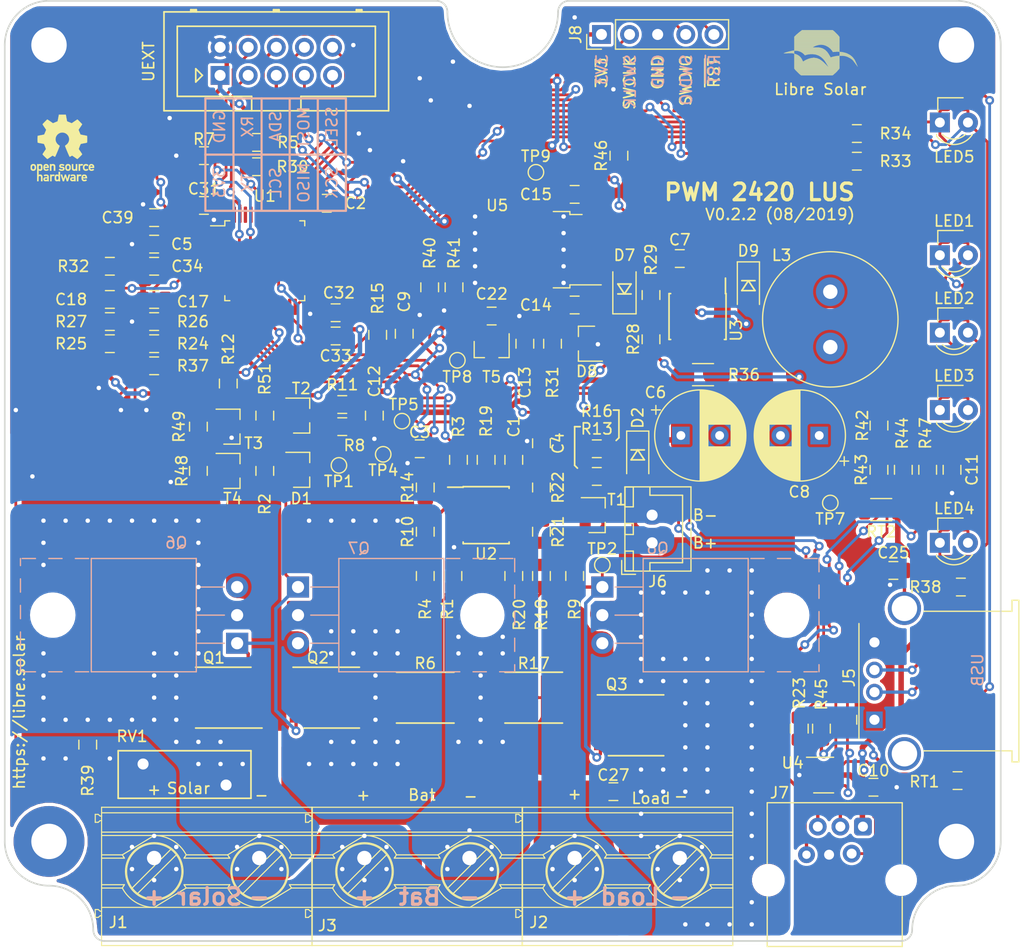
<source format=kicad_pcb>
(kicad_pcb (version 20171130) (host pcbnew 5.1.2)
  (title_block (title "PWM Charger 20A") (date 2019-02-01) (rev 0.1) (company "Libre Solar") (comment 1 "Design: Martin Jäger") (comment 2 "Website: http://libre.solar"))
  (layers (0 Top signal) (31 Bottom signal) (34 B.Paste user hide) (35 F.Paste user hide) (36 B.SilkS user) (37 F.SilkS user) (38 B.Mask user hide) (39 F.Mask user hide) (44 Edge.Cuts user))
  (net 0 "")
  (net 1 GND)
  (net 2 +3V3)
  (net 3 +5V)
  (net 4 /MCU/~RESET)
  (net 5 /MCU/BOOT0)
  (net 6 "Net-(D1-Pad2)")
  (net 7 /MCU/I2C1_SCL)
  (net 8 /MCU/I2C1_SDA)
  (net 9 /MCU/SPI1_MISO)
  (net 10 /MCU/SPI1_MOSI)
  (net 11 /MCU/SPI1_SCK)
  (net 12 /MCU/SSEL)
  (net 13 "Net-(R11-Pad1)")
  (net 14 "Net-(R13-Pad1)")
  (net 15 "Net-(R20-Pad1)")
  (net 16 /MCU/USART1_TX)
  (net 17 /MCU/USART1_RX)
  (net 18 /MCU/SWDIO)
  (net 19 /MCU/SWCLK)
  (net 20 "Net-(C25-Pad1)")
  (net 21 /MCU/USART2_TX)
  (net 22 /MCU/USART2_RX)
  (net 23 "Net-(J5-Pad3)")
  (net 24 "Net-(J5-Pad2)")
  (net 25 DAC)
  (net 26 V_BAT)
  (net 27 V_SOLAR)
  (net 28 I_LOAD)
  (net 29 "Net-(D8-Pad1)")
  (net 30 "Net-(R16-Pad1)")
  (net 31 BAT+)
  (net 32 SOLAR-)
  (net 33 I_SOLAR)
  (net 34 "Net-(R36-Pad1)")
  (net 35 "Net-(D9-Pad1)")
  (net 36 "Net-(C7-Pad1)")
  (net 37 LOAD-)
  (net 38 "Net-(D7-Pad1)")
  (net 39 LOAD_DIS)
  (net 40 USB_PWR_DIS)
  (net 41 PWM)
  (net 42 /MCU/LED_A)
  (net 43 /MCU/LED_B)
  (net 44 /MCU/LED_C)
  (net 45 "/PWM power stage/L_SHUNT+")
  (net 46 "Net-(R8-Pad2)")
  (net 47 "Net-(R12-Pad1)")
  (net 48 "Net-(R10-Pad2)")
  (net 49 "Net-(R10-Pad1)")
  (net 50 "Net-(R1-Pad1)")
  (net 51 "Net-(R18-Pad1)")
  (net 52 "Net-(R21-Pad2)")
  (net 53 "/PWM power stage/S_SHUNT-")
  (net 54 "Net-(LED1-Pad2)")
  (net 55 "Net-(Q3-PadG)")
  (net 56 "Net-(J7-Pad6)")
  (net 57 "Net-(MK1-Pad1)")
  (net 58 T_BAT)
  (net 59 VDDA)
  (net 60 I_LOAD_COMP)
  (net 61 "Net-(U1-Pad2)")
  (net 62 "Net-(U1-Pad3)")
  (net 63 "Net-(U1-Pad4)")
  (net 64 "Net-(U1-Pad5)")
  (net 65 "Net-(U1-Pad6)")
  (net 66 "Net-(U1-Pad18)")
  (net 67 "Net-(U1-Pad21)")
  (net 68 "Net-(U1-Pad22)")
  (net 69 "Net-(U1-Pad45)")
  (net 70 "Net-(U1-Pad46)")
  (net 71 /MCU/BUTTON)
  (net 72 /MCU/TEMP_INT_PD)
  (net 73 /MCU/TEMP_EXT)
  (net 74 "Net-(C10-Pad1)")
  (net 75 "/PWM power stage/GQ12")
  (net 76 "Net-(R48-Pad1)")
  (net 77 "Net-(C13-Pad1)")
  (net 78 "Net-(R51-Pad1)")
  (net 79 +12V)
  (net 80 "Net-(LED4-Pad1)")
  (net 81 /MCU/TX)
  (net 82 /MCU/RX)
  (module LibreSolar:D_SOD-123 (layer Top) (at 154.5 79 90)
    (fp_text reference D7 (at 3 0 180) (layer F.SilkS))
    (fp_text value 1N4148)
    (pad 1 smd roundrect (at -1.65 0 90) (size 1 1.2) (layers Top F.Paste F.Mask) (roundrect_rratio 0.2) (net 38 "Net-(D7-Pad1)"))
    (pad 2 smd roundrect (at 1.65 0 90) (size 1 1.2) (layers Top F.Paste F.Mask) (roundrect_rratio 0.2) (net 40 USB_PWR_DIS))
  )
  (module LibreSolar:D_SOD-123F (layer Top) (at 165.7 78.8 270)
    (fp_text reference D9 (at -3.2 0) (layer F.SilkS))
    (fp_text value SS14FL)
    (pad 1 smd roundrect (at -1.4 0 270) (size 1.2 1.1) (layers Top F.Paste F.Mask) (roundrect_rratio 0.2) (net 35 "Net-(D9-Pad1)"))
    (pad 2 smd roundrect (at 1.4 0 270) (size 1.2 1.1) (layers Top F.Paste F.Mask) (roundrect_rratio 0.2) (net 37 LOAD-))
  )
  (module LibreSolar:D_SOD-123F (layer Top) (at 155.7 94.1 270)
    (fp_text reference D2 (at -3.4 0 270) (layer F.SilkS))
    (fp_text value SS14FL)
    (pad 1 smd roundrect (at -1.4 0 270) (size 1.2 1.1) (layers Top F.Paste F.Mask) (roundrect_rratio 0.2) (net 77 "Net-(C13-Pad1)"))
    (pad 2 smd roundrect (at 1.4 0 270) (size 1.2 1.1) (layers Top F.Paste F.Mask) (roundrect_rratio 0.2) (net 31 BAT+))
  )
  (module LibreSolar:LED_0603_D3.0mm (layer Top) (at 184.3 62.5)
    (fp_text reference LED5 (at 0 4.6) (layer F.SilkS))
    (fp_text value green)
    (pad 1 smd roundrect (at -0.7875 0) (size 0.875 0.95) (layers Top F.Paste F.Mask) (net 43 /MCU/LED_B))
    (pad 2 smd roundrect (at 0.7875 0) (size 0.875 0.95) (layers Top F.Paste F.Mask) (net 80 "Net-(LED4-Pad1)"))
    (pad 2 thru_hole circle (at 1.24 1.5) (size 1.8 1.8) (drill 0.9) (layers *.Cu *.Mask) (net 80 "Net-(LED4-Pad1)"))
    (pad 1 thru_hole rect (at -1.3 1.5) (size 1.8 1.8) (drill 0.9) (layers *.Cu *.Mask) (net 43 /MCU/LED_B))
  )
  (module LibreSolar:LED_0603_D3.0mm (layer Top) (at 184.3 100.5)
    (fp_text reference LED4 (at 0 -1.6) (layer F.SilkS))
    (fp_text value green)
    (pad 1 smd roundrect (at -0.7875 0) (size 0.875 0.95) (layers Top F.Paste F.Mask) (net 80 "Net-(LED4-Pad1)"))
    (pad 2 smd roundrect (at 0.7875 0) (size 0.875 0.95) (layers Top F.Paste F.Mask) (net 43 /MCU/LED_B))
    (pad 2 thru_hole circle (at 1.24 1.5) (size 1.8 1.8) (drill 0.9) (layers *.Cu *.Mask) (net 43 /MCU/LED_B))
    (pad 1 thru_hole rect (at -1.3 1.5) (size 1.8 1.8) (drill 0.9) (layers *.Cu *.Mask) (net 80 "Net-(LED4-Pad1)"))
  )
  (module LibreSolar:LED_0603_D3.0mm (layer Top) (at 184.3 88.5)
    (fp_text reference LED3 (at 0 -1.6) (layer F.SilkS))
    (fp_text value yellow)
    (pad 1 smd roundrect (at -0.7875 0) (size 0.875 0.95) (layers Top F.Paste F.Mask) (net 44 /MCU/LED_C))
    (pad 2 smd roundrect (at 0.7875 0) (size 0.875 0.95) (layers Top F.Paste F.Mask) (net 54 "Net-(LED1-Pad2)"))
    (pad 2 thru_hole circle (at 1.24 1.5) (size 1.8 1.8) (drill 0.9) (layers *.Cu *.Mask) (net 54 "Net-(LED1-Pad2)"))
    (pad 1 thru_hole rect (at -1.3 1.5) (size 1.8 1.8) (drill 0.9) (layers *.Cu *.Mask) (net 44 /MCU/LED_C))
  )
  (module LibreSolar:LED_0603_D3.0mm (layer Top) (at 184.3 81.5)
    (fp_text reference LED2 (at 0 -1.6) (layer F.SilkS))
    (fp_text value yellow)
    (pad 1 smd roundrect (at -0.7875 0) (size 0.875 0.95) (layers Top F.Paste F.Mask) (net 54 "Net-(LED1-Pad2)"))
    (pad 2 smd roundrect (at 0.7875 0) (size 0.875 0.95) (layers Top F.Paste F.Mask) (net 43 /MCU/LED_B))
    (pad 2 thru_hole circle (at 1.24 1.5) (size 1.8 1.8) (drill 0.9) (layers *.Cu *.Mask) (net 43 /MCU/LED_B))
    (pad 1 thru_hole rect (at -1.3 1.5) (size 1.8 1.8) (drill 0.9) (layers *.Cu *.Mask) (net 54 "Net-(LED1-Pad2)"))
  )
  (module LibreSolar:LED_0603_D3.0mm (layer Top) (at 184.3 74.5)
    (fp_text reference LED1 (at 0 -1.6) (layer F.SilkS))
    (fp_text value yellow)
    (pad 1 smd roundrect (at -0.7875 0) (size 0.875 0.95) (layers Top F.Paste F.Mask) (net 43 /MCU/LED_B))
    (pad 2 smd roundrect (at 0.7875 0) (size 0.875 0.95) (layers Top F.Paste F.Mask) (net 54 "Net-(LED1-Pad2)"))
    (pad 2 thru_hole circle (at 1.24 1.5) (size 1.8 1.8) (drill 0.9) (layers *.Cu *.Mask) (net 54 "Net-(LED1-Pad2)"))
    (pad 1 thru_hole rect (at -1.3 1.5) (size 1.8 1.8) (drill 0.9) (layers *.Cu *.Mask) (net 43 /MCU/LED_B))
  )
  (module LibreSolar:5X6_MOSFET (layer Top) (at 155.05 118.5 270)
    (fp_text reference Q3 (at -3.7 1.25) (layer F.SilkS))
    (fp_text value PSMN7R5-60YLX hide)
    (pad D smd rect (at 1.15 -2) (size 0.6 0.9) (layers Top F.Paste) (net 37 LOAD-))
    (pad D smd rect (at 0 -2) (size 0.6 0.9) (layers Top F.Paste) (net 37 LOAD-))
    (pad D smd rect (at -1.15 -2) (size 0.6 0.9) (layers Top F.Paste) (net 37 LOAD-))
    (pad D smd rect (at -1.15 -0.3) (size 0.6 0.9) (layers Top F.Paste) (net 37 LOAD-))
    (pad D smd rect (at -1.15 0.55) (size 0.6 0.9) (layers Top F.Paste) (net 37 LOAD-))
    (pad D smd rect (at -1.15 -1.15) (size 0.6 0.9) (layers Top F.Paste) (net 37 LOAD-))
    (pad D smd rect (at 1.15 -0.3) (size 0.6 0.9) (layers Top F.Paste) (net 37 LOAD-))
    (pad D smd rect (at 1.15 0.55) (size 0.6 0.9) (layers Top F.Paste) (net 37 LOAD-))
    (pad D smd rect (at 1.15 -1.15) (size 0.6 0.9) (layers Top F.Paste) (net 37 LOAD-))
    (pad D smd rect (at 0 -1.15) (size 0.6 0.9) (layers Top F.Paste) (net 37 LOAD-))
    (pad D smd rect (at 0 0.55) (size 0.6 0.9) (layers Top F.Paste) (net 37 LOAD-))
    (pad D smd rect (at -1.875 -3 270) (size 0.6 0.9) (layers Top F.Paste) (net 37 LOAD-))
    (pad D smd rect (at 1.875 -3 270) (size 0.6 0.9) (layers Top F.Paste) (net 37 LOAD-))
    (pad D smd rect (at -0.6 -3 270) (size 0.6 0.9) (layers Top F.Paste) (net 37 LOAD-))
    (pad S smd rect (at -0.635 2.725 270) (size 0.7 1.15) (layers Top F.Paste F.Mask) (net 45 "/PWM power stage/L_SHUNT+"))
    (pad S smd rect (at -1.905 2.725 270) (size 0.7 1.15) (layers Top F.Paste F.Mask) (net 45 "/PWM power stage/L_SHUNT+"))
    (pad S smd rect (at 0.635 2.725 270) (size 0.7 1.15) (layers Top F.Paste F.Mask) (net 45 "/PWM power stage/L_SHUNT+"))
    (pad D smd rect (at 0 -2.75 270) (size 4.7 1.55) (layers Top F.Mask) (net 37 LOAD-))
    (pad D smd rect (at 0 -0.45 270) (size 4.2 3.1) (layers Top F.Mask) (net 37 LOAD-))
    (pad G smd rect (at 1.905 2.725 270) (size 0.7 1.15) (layers Top F.Paste F.Mask) (net 55 "Net-(Q3-PadG)"))
    (pad D smd rect (at 0.6 -3 270) (size 0.6 0.9) (layers Top F.Paste) (net 37 LOAD-))
    (pad D smd rect (at 0 -0.3) (size 0.6 0.9) (layers Top F.Paste) (net 37 LOAD-))
  )
  (module LibreSolar:5X6_MOSFET (layer Top) (at 127.55 116 270)
    (fp_text reference Q2 (at -3.6 0.75 180) (layer F.SilkS))
    (fp_text value PSMN7R5-60YLX hide)
    (pad D smd rect (at 1.15 -2) (size 0.6 0.9) (layers Top F.Paste) (net 53 "/PWM power stage/S_SHUNT-"))
    (pad D smd rect (at 0 -2) (size 0.6 0.9) (layers Top F.Paste) (net 53 "/PWM power stage/S_SHUNT-"))
    (pad D smd rect (at -1.15 -2) (size 0.6 0.9) (layers Top F.Paste) (net 53 "/PWM power stage/S_SHUNT-"))
    (pad D smd rect (at -1.15 -0.3) (size 0.6 0.9) (layers Top F.Paste) (net 53 "/PWM power stage/S_SHUNT-"))
    (pad D smd rect (at -1.15 0.55) (size 0.6 0.9) (layers Top F.Paste) (net 53 "/PWM power stage/S_SHUNT-"))
    (pad D smd rect (at -1.15 -1.15) (size 0.6 0.9) (layers Top F.Paste) (net 53 "/PWM power stage/S_SHUNT-"))
    (pad D smd rect (at 1.15 -0.3) (size 0.6 0.9) (layers Top F.Paste) (net 53 "/PWM power stage/S_SHUNT-"))
    (pad D smd rect (at 1.15 0.55) (size 0.6 0.9) (layers Top F.Paste) (net 53 "/PWM power stage/S_SHUNT-"))
    (pad D smd rect (at 1.15 -1.15) (size 0.6 0.9) (layers Top F.Paste) (net 53 "/PWM power stage/S_SHUNT-"))
    (pad D smd rect (at 0 -1.15) (size 0.6 0.9) (layers Top F.Paste) (net 53 "/PWM power stage/S_SHUNT-"))
    (pad D smd rect (at 0 0.55) (size 0.6 0.9) (layers Top F.Paste) (net 53 "/PWM power stage/S_SHUNT-"))
    (pad D smd rect (at -1.875 -3 270) (size 0.6 0.9) (layers Top F.Paste) (net 53 "/PWM power stage/S_SHUNT-"))
    (pad D smd rect (at 1.875 -3 270) (size 0.6 0.9) (layers Top F.Paste) (net 53 "/PWM power stage/S_SHUNT-"))
    (pad D smd rect (at -0.6 -3 270) (size 0.6 0.9) (layers Top F.Paste) (net 53 "/PWM power stage/S_SHUNT-"))
    (pad S smd rect (at -0.635 2.725 270) (size 0.7 1.15) (layers Top F.Paste F.Mask) (net 6 "Net-(D1-Pad2)"))
    (pad S smd rect (at -1.905 2.725 270) (size 0.7 1.15) (layers Top F.Paste F.Mask) (net 6 "Net-(D1-Pad2)"))
    (pad S smd rect (at 0.635 2.725 270) (size 0.7 1.15) (layers Top F.Paste F.Mask) (net 6 "Net-(D1-Pad2)"))
    (pad D smd rect (at 0 -2.75 270) (size 4.7 1.55) (layers Top F.Mask) (net 53 "/PWM power stage/S_SHUNT-"))
    (pad D smd rect (at 0 -0.45 270) (size 4.2 3.1) (layers Top F.Mask) (net 53 "/PWM power stage/S_SHUNT-"))
    (pad G smd rect (at 1.905 2.725 270) (size 0.7 1.15) (layers Top F.Paste F.Mask) (net 75 "/PWM power stage/GQ12"))
    (pad D smd rect (at 0.6 -3 270) (size 0.6 0.9) (layers Top F.Paste) (net 53 "/PWM power stage/S_SHUNT-"))
    (pad D smd rect (at 0 -0.3) (size 0.6 0.9) (layers Top F.Paste) (net 53 "/PWM power stage/S_SHUNT-"))
  )
  (module LibreSolar:5X6_MOSFET (layer Top) (at 118.75 116 90)
    (fp_text reference Q1 (at 3.6 -1.35 180) (layer F.SilkS))
    (fp_text value PSMN7R5-60YLX hide)
    (pad D smd rect (at 1.15 -2 180) (size 0.6 0.9) (layers Top F.Paste) (net 32 SOLAR-))
    (pad D smd rect (at 0 -2 180) (size 0.6 0.9) (layers Top F.Paste) (net 32 SOLAR-))
    (pad D smd rect (at -1.15 -2 180) (size 0.6 0.9) (layers Top F.Paste) (net 32 SOLAR-))
    (pad D smd rect (at -1.15 -0.3 180) (size 0.6 0.9) (layers Top F.Paste) (net 32 SOLAR-))
    (pad D smd rect (at -1.15 0.55 180) (size 0.6 0.9) (layers Top F.Paste) (net 32 SOLAR-))
    (pad D smd rect (at -1.15 -1.15 180) (size 0.6 0.9) (layers Top F.Paste) (net 32 SOLAR-))
    (pad D smd rect (at 1.15 -0.3 180) (size 0.6 0.9) (layers Top F.Paste) (net 32 SOLAR-))
    (pad D smd rect (at 1.15 0.55 180) (size 0.6 0.9) (layers Top F.Paste) (net 32 SOLAR-))
    (pad D smd rect (at 1.15 -1.15 180) (size 0.6 0.9) (layers Top F.Paste) (net 32 SOLAR-))
    (pad D smd rect (at 0 -1.15 180) (size 0.6 0.9) (layers Top F.Paste) (net 32 SOLAR-))
    (pad D smd rect (at 0 0.55 180) (size 0.6 0.9) (layers Top F.Paste) (net 32 SOLAR-))
    (pad D smd rect (at -1.875 -3 90) (size 0.6 0.9) (layers Top F.Paste) (net 32 SOLAR-))
    (pad D smd rect (at 1.875 -3 90) (size 0.6 0.9) (layers Top F.Paste) (net 32 SOLAR-))
    (pad D smd rect (at -0.6 -3 90) (size 0.6 0.9) (layers Top F.Paste) (net 32 SOLAR-))
    (pad S smd rect (at -0.635 2.725 90) (size 0.7 1.15) (layers Top F.Paste F.Mask) (net 6 "Net-(D1-Pad2)"))
    (pad S smd rect (at -1.905 2.725 90) (size 0.7 1.15) (layers Top F.Paste F.Mask) (net 6 "Net-(D1-Pad2)"))
    (pad S smd rect (at 0.635 2.725 90) (size 0.7 1.15) (layers Top F.Paste F.Mask) (net 6 "Net-(D1-Pad2)"))
    (pad D smd rect (at 0 -2.75 90) (size 4.7 1.55) (layers Top F.Mask) (net 32 SOLAR-))
    (pad D smd rect (at 0 -0.45 90) (size 4.2 3.1) (layers Top F.Mask) (net 32 SOLAR-))
    (pad G smd rect (at 1.905 2.725 90) (size 0.7 1.15) (layers Top F.Paste F.Mask) (net 75 "/PWM power stage/GQ12"))
    (pad D smd rect (at 0.6 -3 90) (size 0.6 0.9) (layers Top F.Paste) (net 32 SOLAR-))
    (pad D smd rect (at 0 -0.3 180) (size 0.6 0.9) (layers Top F.Paste) (net 32 SOLAR-))
  )
  (module Connector_JST:JST_XH_B02B-XH-A_1x02_P2.50mm_Vertical (layer Top) (at 157 102 90)
    (fp_text reference J6 (at -3.5 0.5 180) (layer F.SilkS))
    (fp_text value PWR_12V)
    (pad 1 thru_hole roundrect (at 0 0 90) (size 1.7 2) (drill 1) (layers *.Cu *.Mask) (roundrect_rratio 0.147059) (net 31 BAT+))
    (pad 2 thru_hole oval (at 2.5 0 90) (size 1.7 2) (drill 1) (layers *.Cu *.Mask) (net 1 GND))
  )
  (module TestPoint:TestPoint_Pad_D1.0mm (layer Top) (at 128.7 95 180)
    (fp_text reference TP1 (at 0 -1.448 180) (layer F.SilkS))
    (fp_text value G_PWM)
    (pad 1 smd circle (at 0 0 180) (size 1 1) (layers Top F.Mask) (net 75 "/PWM power stage/GQ12"))
  )
  (module Diode_SMD:D_SOT-23_ANK (layer Top) (at 125.3 95.4)
    (fp_text reference D1 (at 0 2.6) (layer F.SilkS))
    (fp_text value 12V)
    (pad 1 smd rect (at 1 0) (size 0.9 0.8) (layers Top F.Paste F.Mask) (net 75 "/PWM power stage/GQ12"))
    (pad "" smd rect (at -1 0.95) (size 0.9 0.8) (layers Top F.Paste F.Mask))
    (pad 2 smd rect (at -1 -0.95) (size 0.9 0.8) (layers Top F.Paste F.Mask) (net 6 "Net-(D1-Pad2)"))
  )
  (module Diode_SMD:D_SOT-23_ANK (layer Top) (at 151.1 84 180)
    (fp_text reference D8 (at 0 -2.5 180) (layer F.SilkS))
    (fp_text value 12V)
    (pad 2 smd rect (at -1 -0.95 180) (size 0.9 0.8) (layers Top F.Paste F.Mask) (net 1 GND))
    (pad "" smd rect (at -1 0.95 180) (size 0.9 0.8) (layers Top F.Paste F.Mask))
    (pad 1 smd rect (at 1 0 180) (size 0.9 0.8) (layers Top F.Paste F.Mask) (net 29 "Net-(D8-Pad1)"))
  )
  (module LibreSolar:C_0805_2012 (layer Top) (at 150 70.5 180)
    (fp_text reference C15 (at 3.5 0 180) (layer F.SilkS))
    (fp_text value 4.7u)
    (pad 1 smd roundrect (at -1 0 180) (size 1.1 1.4) (layers Top F.Paste F.Mask) (roundrect_rratio 0.2) (net 2 +3V3))
    (pad 2 smd roundrect (at 1 0 180) (size 1.1 1.4) (layers Top F.Paste F.Mask) (roundrect_rratio 0.2) (net 1 GND))
  )
  (module LibreSolar:C_0805_2012 (layer Top) (at 150 80.5 180)
    (fp_text reference C14 (at 3.5 0 180) (layer F.SilkS))
    (fp_text value 1u)
    (pad 2 smd roundrect (at 1 0 180) (size 1.1 1.4) (layers Top F.Paste F.Mask) (roundrect_rratio 0.2) (net 1 GND))
    (pad 1 smd roundrect (at -1 0 180) (size 1.1 1.4) (layers Top F.Paste F.Mask) (roundrect_rratio 0.2) (net 77 "Net-(C13-Pad1)"))
  )
  (module LibreSolar:C_0805_2012 (layer Top) (at 145.5 84 90)
    (fp_text reference C13 (at -3.5 0 90) (layer F.SilkS))
    (fp_text value 1u)
    (pad 1 smd roundrect (at -1 0 90) (size 1.1 1.4) (layers Top F.Paste F.Mask) (roundrect_rratio 0.2) (net 77 "Net-(C13-Pad1)"))
    (pad 2 smd roundrect (at 1 0 90) (size 1.1 1.4) (layers Top F.Paste F.Mask) (roundrect_rratio 0.2) (net 1 GND))
  )
  (module LibreSolar:R_0805_2012 (layer Top) (at 122 90.5 90)
    (fp_text reference R51 (at 3.3 0 90) (layer F.SilkS))
    (fp_text value 120k)
    (pad 1 smd roundrect (at -1 0 90) (size 1.1 1.4) (layers Top F.Paste F.Mask) (roundrect_rratio 0.2) (net 78 "Net-(R51-Pad1)"))
    (pad 2 smd roundrect (at 1 0 90) (size 1.1 1.4) (layers Top F.Paste F.Mask) (roundrect_rratio 0.2) (net 13 "Net-(R11-Pad1)"))
  )
  (module Package_TO_SOT_SMD:TO-252-2 (layer Top) (at 147.1 75.5 180)
    (fp_text reference U5 (at 4.1 4 180) (layer F.SilkS))
    (fp_text value LP2950-3.3_TO252)
    (pad 1 smd rect (at -4.2 -2.28 180) (size 2.2 1.2) (layers Top F.Paste F.Mask) (net 77 "Net-(C13-Pad1)"))
    (pad 3 smd rect (at -4.2 2.28 180) (size 2.2 1.2) (layers Top F.Paste F.Mask) (net 2 +3V3))
    (pad 2 smd rect (at 2.1 0 180) (size 6.4 5.8) (layers Top F.Mask) (net 1 GND))
  )
  (module TestPoint:TestPoint_Pad_D1.0mm (layer Top) (at 152.5 104)
    (fp_text reference TP2 (at 0 -1.448) (layer F.SilkS))
    (fp_text value G_LOAD)
    (pad 1 smd circle (at 0 0) (size 1 1) (layers Top F.Mask) (net 55 "Net-(Q3-PadG)"))
  )
  (module LibreSolar:C_0805_2012 (layer Top) (at 131.9 90.5 270)
    (fp_text reference C12 (at -3.1 0 270) (layer F.SilkS))
    (fp_text value 100n)
    (pad 1 smd roundrect (at -1 0 270) (size 1.1 1.4) (layers Top F.Paste F.Mask) (roundrect_rratio 0.2) (net 79 +12V))
    (pad 2 smd roundrect (at 1 0 270) (size 1.1 1.4) (layers Top F.Paste F.Mask) (roundrect_rratio 0.2) (net 1 GND))
  )
  (module LibreSolar:USB_A_Wuerth_61400416021_Horizontal (layer Top) (at 177.09 118 90)
    (fp_text reference J5 (at 3.8 -2.29 270) (layer F.SilkS))
    (fp_text value USB_A)
    (pad 4 thru_hole circle (at 7 0 90) (size 1.5 1.5) (drill 0.92) (layers *.Cu *.Mask) (net 37 LOAD-))
    (pad 3 thru_hole circle (at 4.5 0 90) (size 1.5 1.5) (drill 0.92) (layers *.Cu *.Mask) (net 23 "Net-(J5-Pad3)"))
    (pad 2 thru_hole circle (at 2.5 0 90) (size 1.5 1.5) (drill 0.92) (layers *.Cu *.Mask) (net 24 "Net-(J5-Pad2)"))
    (pad 5 thru_hole circle (at 10.07 2.71 90) (size 3 3) (drill 2.3) (layers *.Cu *.Mask) (net 20 "Net-(C25-Pad1)"))
    (pad ~ thru_hole circle (at -3.07 2.71 90) (size 3 3) (drill 2.3) (layers *.Cu *.Mask))
    (pad 1 thru_hole rect (at 0 0 90) (size 1.5 1.5) (drill 0.92) (layers *.Cu *.Mask) (net 3 +5V))
  )
  (module LibreSolar:R_0805_2012 (layer Top) (at 116 91.5 270)
    (fp_text reference R49 (at 0 1.75 270) (layer F.SilkS))
    (fp_text value 120k)
    (pad 1 smd roundrect (at -1 0 270) (size 1.1 1.4) (layers Top F.Paste F.Mask) (roundrect_rratio 0.2) (net 47 "Net-(R12-Pad1)"))
    (pad 2 smd roundrect (at 1 0 270) (size 1.1 1.4) (layers Top F.Paste F.Mask) (roundrect_rratio 0.2) (net 1 GND))
  )
  (module LibreSolar:R_0805_2012 (layer Top) (at 116 95.5 270)
    (fp_text reference R48 (at 0 1.5 270) (layer F.SilkS))
    (fp_text value 120k)
    (pad 1 smd roundrect (at -1 0 270) (size 1.1 1.4) (layers Top F.Paste F.Mask) (roundrect_rratio 0.2) (net 76 "Net-(R48-Pad1)"))
    (pad 2 smd roundrect (at 1 0 270) (size 1.1 1.4) (layers Top F.Paste F.Mask) (roundrect_rratio 0.2) (net 32 SOLAR-))
  )
  (module LibreSolar:SOT-23 (layer Top) (at 142.5 84.5 270)
    (fp_text reference T5 (at 2.5 0) (layer F.SilkS))
    (fp_text value MMBT3904)
    (pad 1 smd roundrect (at -1.05 -0.95 270) (size 1 0.9) (layers Top F.Paste F.Mask) (roundrect_rratio 0.2) (net 29 "Net-(D8-Pad1)"))
    (pad 2 smd roundrect (at -1.05 0.95 270) (size 1 0.9) (layers Top F.Paste F.Mask) (roundrect_rratio 0.2) (net 79 +12V))
    (pad 3 smd roundrect (at 1.05 0 270) (size 1 0.9) (layers Top F.Paste F.Mask) (roundrect_rratio 0.2) (net 77 "Net-(C13-Pad1)"))
  )
  (module LibreSolar:SOT-23 (layer Top) (at 119 95.5)
    (fp_text reference T4 (at 0.1 2.5 180) (layer F.SilkS))
    (fp_text value MMBT3904)
    (pad 3 smd roundrect (at 1.05 0) (size 1 0.9) (layers Top F.Paste F.Mask) (roundrect_rratio 0.2) (net 75 "/PWM power stage/GQ12"))
    (pad 2 smd roundrect (at -1.05 0.95) (size 1 0.9) (layers Top F.Paste F.Mask) (roundrect_rratio 0.2) (net 6 "Net-(D1-Pad2)"))
    (pad 1 smd roundrect (at -1.05 -0.95) (size 1 0.9) (layers Top F.Paste F.Mask) (roundrect_rratio 0.2) (net 76 "Net-(R48-Pad1)"))
  )
  (module LibreSolar:C_0805_2012 (layer Top) (at 184.1 95.4 270)
    (fp_text reference C11 (at 0 -1.8 270) (layer F.SilkS))
    (fp_text value 100n)
    (pad 1 smd roundrect (at -1 0 270) (size 1.1 1.4) (layers Top F.Paste F.Mask) (roundrect_rratio 0.2) (net 71 /MCU/BUTTON))
    (pad 2 smd roundrect (at 1 0 270) (size 1.1 1.4) (layers Top F.Paste F.Mask) (roundrect_rratio 0.2) (net 1 GND))
  )
  (module LibreSolar:R_0805_2012 (layer Top) (at 181.9 95.4 90)
    (fp_text reference R47 (at 3.3 -0.2 90) (layer F.SilkS))
    (fp_text value 2.2k)
    (pad 2 smd roundrect (at 1 0 90) (size 1.1 1.4) (layers Top F.Paste F.Mask) (roundrect_rratio 0.2) (net 71 /MCU/BUTTON))
    (pad 1 smd roundrect (at -1 0 90) (size 1.1 1.4) (layers Top F.Paste F.Mask) (roundrect_rratio 0.2) (net 56 "Net-(J7-Pad6)"))
  )
  (module LibreSolar:R_0805_2012 (layer Top) (at 154 67 90)
    (fp_text reference R46 (at 0 -1.6 90) (layer F.SilkS))
    (fp_text value 120k)
    (pad 1 smd roundrect (at -1 0 90) (size 1.1 1.4) (layers Top F.Paste F.Mask) (roundrect_rratio 0.2) (net 2 +3V3))
    (pad 2 smd roundrect (at 1 0 90) (size 1.1 1.4) (layers Top F.Paste F.Mask) (roundrect_rratio 0.2) (net 71 /MCU/BUTTON))
  )
  (module LibreSolar:R_0805_2012 (layer Top) (at 177.5 91.4 270)
    (fp_text reference R42 (at 0 1.5 270) (layer F.SilkS))
    (fp_text value 120k)
    (pad 2 smd roundrect (at 1 0 270) (size 1.1 1.4) (layers Top F.Paste F.Mask) (roundrect_rratio 0.2) (net 17 /MCU/USART1_RX))
    (pad 1 smd roundrect (at -1 0 270) (size 1.1 1.4) (layers Top F.Paste F.Mask) (roundrect_rratio 0.2) (net 2 +3V3))
  )
  (module LibreSolar:R_0805_2012 (layer Top) (at 177.5 95.4 90)
    (fp_text reference R43 (at 0 -1.6 90) (layer F.SilkS))
    (fp_text value 470)
    (pad 1 smd roundrect (at -1 0 90) (size 1.1 1.4) (layers Top F.Paste F.Mask) (roundrect_rratio 0.2) (net 82 /MCU/RX))
    (pad 2 smd roundrect (at 1 0 90) (size 1.1 1.4) (layers Top F.Paste F.Mask) (roundrect_rratio 0.2) (net 17 /MCU/USART1_RX))
  )
  (module LibreSolar:R_0805_2012 (layer Top) (at 179.7 95.4 90)
    (fp_text reference R44 (at 3.3 -0.1 90) (layer F.SilkS))
    (fp_text value 470)
    (pad 2 smd roundrect (at 1 0 90) (size 1.1 1.4) (layers Top F.Paste F.Mask) (roundrect_rratio 0.2) (net 16 /MCU/USART1_TX))
    (pad 1 smd roundrect (at -1 0 90) (size 1.1 1.4) (layers Top F.Paste F.Mask) (roundrect_rratio 0.2) (net 81 /MCU/TX))
  )
  (module LibreSolar:R_0805_2012 (layer Top) (at 172.3 118.8 90)
    (fp_text reference R45 (at 3.1 0 90) (layer F.SilkS))
    (fp_text value 2.2k)
    (pad 1 smd roundrect (at -1 0 90) (size 1.1 1.4) (layers Top F.Paste F.Mask) (roundrect_rratio 0.2) (net 73 /MCU/TEMP_EXT))
    (pad 2 smd roundrect (at 1 0 90) (size 1.1 1.4) (layers Top F.Paste F.Mask) (roundrect_rratio 0.2) (net 58 T_BAT))
  )
  (module LibreSolar:R_1206_3216 (layer Top) (at 177.7 99 180)
    (fp_text reference RT2 (at 0 -2 180) (layer F.SilkS))
    (fp_text value 200mA)
    (pad 1 smd roundrect (at -1.5 0 180) (size 1 1.8) (layers Top F.Paste F.Mask) (roundrect_rratio 0.2) (net 74 "Net-(C10-Pad1)"))
    (pad 2 smd roundrect (at 1.5 0 180) (size 1 1.8) (layers Top F.Paste F.Mask) (roundrect_rratio 0.2) (net 2 +3V3))
  )
  (module LibreSolar:SOT-23-6 (layer Top) (at 172.5 123)
    (fp_text reference U4 (at -2.8 -1.1) (layer F.SilkS))
    (fp_text value D1213A-04SO)
    (pad 1 smd roundrect (at -1.1 -0.95) (size 1.1 0.65) (layers Top F.Paste F.Mask) (roundrect_rratio 0.2) (net 73 /MCU/TEMP_EXT))
    (pad 2 smd roundrect (at -1.1 0) (size 1.1 0.65) (layers Top F.Paste F.Mask) (roundrect_rratio 0.2) (net 1 GND))
    (pad 3 smd roundrect (at -1.1 0.95) (size 1.1 0.65) (layers Top F.Paste F.Mask) (roundrect_rratio 0.2) (net 56 "Net-(J7-Pad6)"))
    (pad 4 smd roundrect (at 1.1 0.95) (size 1.1 0.65) (layers Top F.Paste F.Mask) (roundrect_rratio 0.2) (net 81 /MCU/TX))
    (pad 6 smd roundrect (at 1.1 -0.95) (size 1.1 0.65) (layers Top F.Paste F.Mask) (roundrect_rratio 0.2) (net 82 /MCU/RX))
    (pad 5 smd roundrect (at 1.1 0) (size 1.1 0.65) (layers Top F.Paste F.Mask) (roundrect_rratio 0.2) (net 74 "Net-(C10-Pad1)"))
  )
  (module LibreSolar:C_0805_2012 (layer Top) (at 127.6 71.3)
    (fp_text reference C2 (at 2.6 0) (layer F.SilkS))
    (fp_text value 100n)
    (pad 2 smd roundrect (at 1 0) (size 1.1 1.4) (layers Top F.Paste F.Mask) (roundrect_rratio 0.2) (net 1 GND))
    (pad 1 smd roundrect (at -1 0) (size 1.1 1.4) (layers Top F.Paste F.Mask) (roundrect_rratio 0.2) (net 2 +3V3))
  )
  (module LibreSolar:C_0805_2012 (layer Top) (at 177 124.1)
    (fp_text reference C10 (at 0 -1.5) (layer F.SilkS))
    (fp_text value 100n)
    (pad 1 smd roundrect (at -1 0) (size 1.1 1.4) (layers Top F.Paste F.Mask) (roundrect_rratio 0.2) (net 74 "Net-(C10-Pad1)"))
    (pad 2 smd roundrect (at 1 0) (size 1.1 1.4) (layers Top F.Paste F.Mask) (roundrect_rratio 0.2) (net 1 GND))
  )
  (module LibreSolar:SOIC-8_3.9x4.9mm_Pitch1.27mm (layer Top) (at 142 99.5)
    (fp_text reference U2 (at 0 3.5) (layer F.SilkS))
    (fp_text value TLV9002)
    (pad 1 smd roundrect (at -2.7 -1.905) (size 1.6 0.6) (layers Top F.Paste F.Mask) (roundrect_rratio 0.2) (net 48 "Net-(R10-Pad2)"))
    (pad 2 smd roundrect (at -2.7 -0.635) (size 1.6 0.6) (layers Top F.Paste F.Mask) (roundrect_rratio 0.2) (net 49 "Net-(R10-Pad1)"))
    (pad 3 smd roundrect (at -2.7 0.635) (size 1.6 0.6) (layers Top F.Paste F.Mask) (roundrect_rratio 0.2) (net 50 "Net-(R1-Pad1)"))
    (pad 4 smd roundrect (at -2.7 1.905) (size 1.6 0.6) (layers Top F.Paste F.Mask) (roundrect_rratio 0.2) (net 1 GND))
    (pad 5 smd roundrect (at 2.7 1.905) (size 1.6 0.6) (layers Top F.Paste F.Mask) (roundrect_rratio 0.2) (net 51 "Net-(R18-Pad1)"))
    (pad 6 smd roundrect (at 2.7 0.635) (size 1.6 0.6) (layers Top F.Paste F.Mask) (roundrect_rratio 0.2) (net 15 "Net-(R20-Pad1)"))
    (pad 7 smd roundrect (at 2.7 -0.635) (size 1.6 0.6) (layers Top F.Paste F.Mask) (roundrect_rratio 0.2) (net 52 "Net-(R21-Pad2)"))
    (pad 8 smd roundrect (at 2.7 -1.905) (size 1.6 0.6) (layers Top F.Paste F.Mask) (roundrect_rratio 0.2) (net 2 +3V3))
  )
  (module Package_QFP:LQFP-48_7x7mm_P0.5mm (layer Top) (at 122 76.5)
    (fp_text reference U1 (at 0 -5.85) (layer F.SilkS))
    (fp_text value STM32L072CZTx)
    (pad 1 smd roundrect (at -4.1625 -2.75) (size 1.475 0.3) (layers Top F.Paste F.Mask) (net 2 +3V3))
    (pad 2 smd roundrect (at -4.1625 -2.25) (size 1.475 0.3) (layers Top F.Paste F.Mask) (net 61 "Net-(U1-Pad2)"))
    (pad 3 smd roundrect (at -4.1625 -1.75) (size 1.475 0.3) (layers Top F.Paste F.Mask) (net 62 "Net-(U1-Pad3)"))
    (pad 4 smd roundrect (at -4.1625 -1.25) (size 1.475 0.3) (layers Top F.Paste F.Mask) (net 63 "Net-(U1-Pad4)"))
    (pad 5 smd roundrect (at -4.1625 -0.75) (size 1.475 0.3) (layers Top F.Paste F.Mask) (net 64 "Net-(U1-Pad5)"))
    (pad 6 smd roundrect (at -4.1625 -0.25) (size 1.475 0.3) (layers Top F.Paste F.Mask) (net 65 "Net-(U1-Pad6)"))
    (pad 7 smd roundrect (at -4.1625 0.25) (size 1.475 0.3) (layers Top F.Paste F.Mask) (net 4 /MCU/~RESET))
    (pad 8 smd roundrect (at -4.1625 0.75) (size 1.475 0.3) (layers Top F.Paste F.Mask) (net 1 GND))
    (pad 9 smd roundrect (at -4.1625 1.25) (size 1.475 0.3) (layers Top F.Paste F.Mask) (net 59 VDDA))
    (pad 10 smd roundrect (at -4.1625 1.75) (size 1.475 0.3) (layers Top F.Paste F.Mask) (net 26 V_BAT))
    (pad 11 smd roundrect (at -4.1625 2.25) (size 1.475 0.3) (layers Top F.Paste F.Mask) (net 27 V_SOLAR))
    (pad 12 smd roundrect (at -4.1625 2.75) (size 1.475 0.3) (layers Top F.Paste F.Mask) (net 21 /MCU/USART2_TX))
    (pad 13 smd roundrect (at -2.75 4.1625) (size 0.3 1.475) (layers Top F.Paste F.Mask) (net 22 /MCU/USART2_RX))
    (pad 14 smd roundrect (at -2.25 4.1625) (size 0.3 1.475) (layers Top F.Paste F.Mask) (net 25 DAC))
    (pad 15 smd roundrect (at -1.75 4.1625) (size 0.3 1.475) (layers Top F.Paste F.Mask) (net 28 I_LOAD))
    (pad 16 smd roundrect (at -1.25 4.1625) (size 0.3 1.475) (layers Top F.Paste F.Mask) (net 33 I_SOLAR))
    (pad 17 smd roundrect (at -0.75 4.1625) (size 0.3 1.475) (layers Top F.Paste F.Mask) (net 58 T_BAT))
    (pad 18 smd roundrect (at -0.25 4.1625) (size 0.3 1.475) (layers Top F.Paste F.Mask) (net 66 "Net-(U1-Pad18)"))
    (pad 19 smd roundrect (at 0.25 4.1625) (size 0.3 1.475) (layers Top F.Paste F.Mask) (net 41 PWM))
    (pad 20 smd roundrect (at 0.75 4.1625) (size 0.3 1.475) (layers Top F.Paste F.Mask) (net 39 LOAD_DIS))
    (pad 21 smd roundrect (at 1.25 4.1625) (size 0.3 1.475) (layers Top F.Paste F.Mask) (net 67 "Net-(U1-Pad21)"))
    (pad 22 smd roundrect (at 1.75 4.1625) (size 0.3 1.475) (layers Top F.Paste F.Mask) (net 68 "Net-(U1-Pad22)"))
    (pad 23 smd roundrect (at 2.25 4.1625) (size 0.3 1.475) (layers Top F.Paste F.Mask) (net 1 GND))
    (pad 24 smd roundrect (at 2.75 4.1625) (size 0.3 1.475) (layers Top F.Paste F.Mask) (net 2 +3V3))
    (pad 25 smd roundrect (at 4.1625 2.75) (size 1.475 0.3) (layers Top F.Paste F.Mask) (net 71 /MCU/BUTTON))
    (pad 26 smd roundrect (at 4.1625 2.25) (size 1.475 0.3) (layers Top F.Paste F.Mask) (net 42 /MCU/LED_A))
    (pad 27 smd roundrect (at 4.1625 1.75) (size 1.475 0.3) (layers Top F.Paste F.Mask) (net 43 /MCU/LED_B))
    (pad 28 smd roundrect (at 4.1625 1.25) (size 1.475 0.3) (layers Top F.Paste F.Mask) (net 44 /MCU/LED_C))
    (pad 29 smd roundrect (at 4.1625 0.75) (size 1.475 0.3) (layers Top F.Paste F.Mask) (net 72 /MCU/TEMP_INT_PD))
    (pad 30 smd roundrect (at 4.1625 0.25) (size 1.475 0.3) (layers Top F.Paste F.Mask) (net 16 /MCU/USART1_TX))
    (pad 31 smd roundrect (at 4.1625 -0.25) (size 1.475 0.3) (layers Top F.Paste F.Mask) (net 17 /MCU/USART1_RX))
    (pad 32 smd roundrect (at 4.1625 -0.75) (size 1.475 0.3) (layers Top F.Paste F.Mask) (net 9 /MCU/SPI1_MISO))
    (pad 33 smd roundrect (at 4.1625 -1.25) (size 1.475 0.3) (layers Top F.Paste F.Mask) (net 10 /MCU/SPI1_MOSI))
    (pad 34 smd roundrect (at 4.1625 -1.75) (size 1.475 0.3) (layers Top F.Paste F.Mask) (net 18 /MCU/SWDIO))
    (pad 35 smd roundrect (at 4.1625 -2.25) (size 1.475 0.3) (layers Top F.Paste F.Mask) (net 1 GND))
    (pad 36 smd roundrect (at 4.1625 -2.75) (size 1.475 0.3) (layers Top F.Paste F.Mask) (net 2 +3V3))
    (pad 37 smd roundrect (at 2.75 -4.1625) (size 0.3 1.475) (layers Top F.Paste F.Mask) (net 19 /MCU/SWCLK))
    (pad 38 smd roundrect (at 2.25 -4.1625) (size 0.3 1.475) (layers Top F.Paste F.Mask) (net 12 /MCU/SSEL))
    (pad 39 smd roundrect (at 1.75 -4.1625) (size 0.3 1.475) (layers Top F.Paste F.Mask) (net 11 /MCU/SPI1_SCK))
    (pad 40 smd roundrect (at 1.25 -4.1625) (size 0.3 1.475) (layers Top F.Paste F.Mask) (net 60 I_LOAD_COMP))
    (pad 41 smd roundrect (at 0.75 -4.1625) (size 0.3 1.475) (layers Top F.Paste F.Mask) (net 40 USB_PWR_DIS))
    (pad 42 smd roundrect (at 0.25 -4.1625) (size 0.3 1.475) (layers Top F.Paste F.Mask) (net 7 /MCU/I2C1_SCL))
    (pad 43 smd roundrect (at -0.25 -4.1625) (size 0.3 1.475) (layers Top F.Paste F.Mask) (net 8 /MCU/I2C1_SDA))
    (pad 44 smd roundrect (at -0.75 -4.1625) (size 0.3 1.475) (layers Top F.Paste F.Mask) (net 5 /MCU/BOOT0))
    (pad 45 smd roundrect (at -1.25 -4.1625) (size 0.3 1.475) (layers Top F.Paste F.Mask) (net 69 "Net-(U1-Pad45)"))
    (pad 46 smd roundrect (at -1.75 -4.1625) (size 0.3 1.475) (layers Top F.Paste F.Mask) (net 70 "Net-(U1-Pad46)"))
    (pad 47 smd roundrect (at -2.25 -4.1625) (size 0.3 1.475) (layers Top F.Paste F.Mask) (net 1 GND))
    (pad 48 smd roundrect (at -2.75 -4.1625) (size 0.3 1.475) (layers Top F.Paste F.Mask) (net 2 +3V3))
  )
  (module LibreSolar:R_0805_2012 (layer Top) (at 136.9 78.9 270)
    (fp_text reference R40 (at -3.1 0 270) (layer F.SilkS))
    (fp_text value 12k)
    (pad 2 smd roundrect (at 1 0 270) (size 1.1 1.4) (layers Top F.Paste F.Mask) (roundrect_rratio 0.2) (net 28 I_LOAD))
    (pad 1 smd roundrect (at -1 0 270) (size 1.1 1.4) (layers Top F.Paste F.Mask) (roundrect_rratio 0.2) (net 60 I_LOAD_COMP))
  )
  (module LibreSolar:R_0805_2012 (layer Top) (at 139.1 78.9 90)
    (fp_text reference R41 (at 3.1 0 90) (layer F.SilkS))
    (fp_text value 8.2k)
    (pad 1 smd roundrect (at -1 0 90) (size 1.1 1.4) (layers Top F.Paste F.Mask) (roundrect_rratio 0.2) (net 1 GND))
    (pad 2 smd roundrect (at 1 0 90) (size 1.1 1.4) (layers Top F.Paste F.Mask) (roundrect_rratio 0.2) (net 60 I_LOAD_COMP))
  )
  (module LibreSolar:R_0805_2012 (layer Top) (at 106 120.25 90)
    (fp_text reference R39 (at -3.25 0 90) (layer F.SilkS))
    (fp_text value 12k)
    (pad 1 smd roundrect (at -1 0 90) (size 1.1 1.4) (layers Top F.Paste F.Mask) (roundrect_rratio 0.2) (net 31 BAT+))
    (pad 2 smd roundrect (at 1 0 90) (size 1.1 1.4) (layers Top F.Paste F.Mask) (roundrect_rratio 0.2) (net 32 SOLAR-))
  )
  (module LibreSolar:C_0805_2012 (layer Top) (at 134.6 83.1 90)
    (fp_text reference C9 (at 2.9 0 90) (layer F.SilkS))
    (fp_text value 10n)
    (pad 1 smd roundrect (at -1 0 90) (size 1.1 1.4) (layers Top F.Paste F.Mask) (roundrect_rratio 0.2) (net 58 T_BAT))
    (pad 2 smd roundrect (at 1 0 90) (size 1.1 1.4) (layers Top F.Paste F.Mask) (roundrect_rratio 0.2) (net 1 GND))
  )
  (module LibreSolar:R_0805_2012 (layer Top) (at 184.9 106)
    (fp_text reference R38 (at -3.2 0) (layer F.SilkS))
    (fp_text value 0R)
    (pad 1 smd roundrect (at -1 0) (size 1.1 1.4) (layers Top F.Paste F.Mask) (roundrect_rratio 0.2) (net 23 "Net-(J5-Pad3)"))
    (pad 2 smd roundrect (at 1 0) (size 1.1 1.4) (layers Top F.Paste F.Mask) (roundrect_rratio 0.2) (net 24 "Net-(J5-Pad2)"))
  )
  (module LibreSolar:R_0805_2012 (layer Top) (at 112 86)
    (fp_text reference R37 (at 3.5 0) (layer F.SilkS))
    (fp_text value 120k)
    (pad 1 smd roundrect (at -1 0) (size 1.1 1.4) (layers Top F.Paste F.Mask) (roundrect_rratio 0.2) (net 32 SOLAR-))
    (pad 2 smd roundrect (at 1 0) (size 1.1 1.4) (layers Top F.Paste F.Mask) (roundrect_rratio 0.2) (net 27 V_SOLAR))
  )
  (module MountingHole:MountingHole_3.2mm_M3_Pad (layer Top) (at 102.5 129)
    (fp_text reference MK1 hide)
    (fp_text value Mounting_Hole)
    (pad 1 thru_hole circle (at 0 0) (size 6.4 6.4) (drill 3.2) (layers *.Cu *.Mask) (net 57 "Net-(MK1-Pad1)"))
  )
  (module LibreSolar:C_0805_2012 (layer Top) (at 178.8 104.5 180)
    (fp_text reference C25 (at 0 1.6 180) (layer F.SilkS))
    (fp_text value 100n)
    (pad 2 smd roundrect (at 1 0 180) (size 1.1 1.4) (layers Top F.Paste F.Mask) (roundrect_rratio 0.2) (net 37 LOAD-))
    (pad 1 smd roundrect (at -1 0 180) (size 1.1 1.4) (layers Top F.Paste F.Mask) (roundrect_rratio 0.2) (net 20 "Net-(C25-Pad1)"))
  )
  (module LibreSolar:C_0805_2012 (layer Top) (at 112 80 180)
    (fp_text reference C17 (at -3.5 -0.2 180) (layer F.SilkS))
    (fp_text value 10n)
    (pad 1 smd roundrect (at -1 0 180) (size 1.1 1.4) (layers Top F.Paste F.Mask) (roundrect_rratio 0.2) (net 27 V_SOLAR))
    (pad 2 smd roundrect (at 1 0 180) (size 1.1 1.4) (layers Top F.Paste F.Mask) (roundrect_rratio 0.2) (net 1 GND))
  )
  (module LibreSolar:C_0805_2012 (layer Top) (at 142.5 81.5)
    (fp_text reference C22 (at 0 -2) (layer F.SilkS))
    (fp_text value 4.7u)
    (pad 1 smd roundrect (at -1 0) (size 1.1 1.4) (layers Top F.Paste F.Mask) (roundrect_rratio 0.2) (net 79 +12V))
    (pad 2 smd roundrect (at 1 0) (size 1.1 1.4) (layers Top F.Paste F.Mask) (roundrect_rratio 0.2) (net 1 GND))
  )
  (module LibreSolar:C_0805_2012 (layer Top) (at 159.5 76.3 180)
    (fp_text reference C7 (at 0 1.7 180) (layer F.SilkS))
    (fp_text value 330p)
    (pad 2 smd roundrect (at 1 0 180) (size 1.1 1.4) (layers Top F.Paste F.Mask) (roundrect_rratio 0.2) (net 37 LOAD-))
    (pad 1 smd roundrect (at -1 0 180) (size 1.1 1.4) (layers Top F.Paste F.Mask) (roundrect_rratio 0.2) (net 36 "Net-(C7-Pad1)"))
  )
  (module LibreSolar:C_0805_2012 (layer Top) (at 112 75 180)
    (fp_text reference C5 (at -2.5 0 180) (layer F.SilkS))
    (fp_text value 4.7u)
    (pad 1 smd roundrect (at -1 0 180) (size 1.1 1.4) (layers Top F.Paste F.Mask) (roundrect_rratio 0.2) (net 59 VDDA))
    (pad 2 smd roundrect (at 1 0 180) (size 1.1 1.4) (layers Top F.Paste F.Mask) (roundrect_rratio 0.2) (net 1 GND))
  )
  (module LibreSolar:C_0805_2012 (layer Top) (at 147 93 90)
    (fp_text reference C4 (at 0 1.5 90) (layer F.SilkS))
    (fp_text value 10n)
    (pad 2 smd roundrect (at 1 0 90) (size 1.1 1.4) (layers Top F.Paste F.Mask) (roundrect_rratio 0.2) (net 1 GND))
    (pad 1 smd roundrect (at -1 0 90) (size 1.1 1.4) (layers Top F.Paste F.Mask) (roundrect_rratio 0.2) (net 28 I_LOAD))
  )
  (module LibreSolar:C_0805_2012 (layer Top) (at 136 93.5 180)
    (fp_text reference C3 (at 0 1.5 180) (layer F.SilkS))
    (fp_text value 10n)
    (pad 1 smd roundrect (at -1 0 180) (size 1.1 1.4) (layers Top F.Paste F.Mask) (roundrect_rratio 0.2) (net 33 I_SOLAR))
    (pad 2 smd roundrect (at 1 0 180) (size 1.1 1.4) (layers Top F.Paste F.Mask) (roundrect_rratio 0.2) (net 1 GND))
  )
  (module LibreSolar:C_0805_2012 (layer Top) (at 112 72.6 180)
    (fp_text reference C39 (at 3.3 0 180) (layer F.SilkS))
    (fp_text value 100n)
    (pad 2 smd roundrect (at 1 0 180) (size 1.1 1.4) (layers Top F.Paste F.Mask) (roundrect_rratio 0.2) (net 1 GND))
    (pad 1 smd roundrect (at -1 0 180) (size 1.1 1.4) (layers Top F.Paste F.Mask) (roundrect_rratio 0.2) (net 4 /MCU/~RESET))
  )
  (module LibreSolar:C_0805_2012 (layer Top) (at 112 77 180)
    (fp_text reference C34 (at -3 0 180) (layer F.SilkS))
    (fp_text value 10n)
    (pad 2 smd roundrect (at 1 0 180) (size 1.1 1.4) (layers Top F.Paste F.Mask) (roundrect_rratio 0.2) (net 1 GND))
    (pad 1 smd roundrect (at -1 0 180) (size 1.1 1.4) (layers Top F.Paste F.Mask) (roundrect_rratio 0.2) (net 59 VDDA))
  )
  (module LibreSolar:C_0805_2012 (layer Top) (at 128.4 83.3 180)
    (fp_text reference C33 (at 0 -1.8 180) (layer F.SilkS))
    (fp_text value 4.7u)
    (pad 1 smd roundrect (at -1 0 180) (size 1.1 1.4) (layers Top F.Paste F.Mask) (roundrect_rratio 0.2) (net 2 +3V3))
    (pad 2 smd roundrect (at 1 0 180) (size 1.1 1.4) (layers Top F.Paste F.Mask) (roundrect_rratio 0.2) (net 1 GND))
  )
  (module LibreSolar:C_0805_2012 (layer Top) (at 144.5 94.5 90)
    (fp_text reference C1 (at 3 0 90) (layer F.SilkS))
    (fp_text value 100n)
    (pad 2 smd roundrect (at 1 0 90) (size 1.1 1.4) (layers Top F.Paste F.Mask) (roundrect_rratio 0.2) (net 1 GND))
    (pad 1 smd roundrect (at -1 0 90) (size 1.1 1.4) (layers Top F.Paste F.Mask) (roundrect_rratio 0.2) (net 2 +3V3))
  )
  (module LibreSolar:C_0805_2012 (layer Top) (at 128.4 81.2 180)
    (fp_text reference C32 (at -0.3 1.8 180) (layer F.SilkS))
    (fp_text value 100n)
    (pad 1 smd roundrect (at -1 0 180) (size 1.1 1.4) (layers Top F.Paste F.Mask) (roundrect_rratio 0.2) (net 2 +3V3))
    (pad 2 smd roundrect (at 1 0 180) (size 1.1 1.4) (layers Top F.Paste F.Mask) (roundrect_rratio 0.2) (net 1 GND))
  )
  (module LibreSolar:C_0805_2012 (layer Top) (at 116.5 71.5)
    (fp_text reference C31 (at 0 -1.5) (layer F.SilkS))
    (fp_text value 100n)
    (pad 2 smd roundrect (at 1 0) (size 1.1 1.4) (layers Top F.Paste F.Mask) (roundrect_rratio 0.2) (net 1 GND))
    (pad 1 smd roundrect (at -1 0) (size 1.1 1.4) (layers Top F.Paste F.Mask) (roundrect_rratio 0.2) (net 2 +3V3))
  )
  (module LibreSolar:C_0805_2012 (layer Top) (at 153.5 124.5)
    (fp_text reference C27 (at 0 -1.5) (layer F.SilkS))
    (fp_text value 10n)
    (pad 1 smd roundrect (at -1 0) (size 1.1 1.4) (layers Top F.Paste F.Mask) (roundrect_rratio 0.2) (net 31 BAT+))
    (pad 2 smd roundrect (at 1 0) (size 1.1 1.4) (layers Top F.Paste F.Mask) (roundrect_rratio 0.2) (net 37 LOAD-))
  )
  (module LibreSolar:C_0805_2012 (layer Top) (at 108 80)
    (fp_text reference C18 (at -3.5 0) (layer F.SilkS))
    (fp_text value 10n)
    (pad 2 smd roundrect (at 1 0) (size 1.1 1.4) (layers Top F.Paste F.Mask) (roundrect_rratio 0.2) (net 1 GND))
    (pad 1 smd roundrect (at -1 0) (size 1.1 1.4) (layers Top F.Paste F.Mask) (roundrect_rratio 0.2) (net 26 V_BAT))
  )
  (module Connector_PinHeader_2.54mm:PinHeader_1x05_P2.54mm_Vertical (layer Top) (at 152.42 56.04 90)
    (fp_text reference J8 (at 0 -2.33 90) (layer F.SilkS))
    (fp_text value ST_Nucleo_SWD_5p)
    (pad 1 thru_hole rect (at 0 0 90) (size 1.7 1.7) (drill 1) (layers *.Cu *.Mask) (net 2 +3V3))
    (pad 2 thru_hole oval (at 0 2.54 90) (size 1.7 1.7) (drill 1) (layers *.Cu *.Mask) (net 19 /MCU/SWCLK))
    (pad 3 thru_hole oval (at 0 5.08 90) (size 1.7 1.7) (drill 1) (layers *.Cu *.Mask) (net 1 GND))
    (pad 4 thru_hole oval (at 0 7.62 90) (size 1.7 1.7) (drill 1) (layers *.Cu *.Mask) (net 18 /MCU/SWDIO))
    (pad 5 thru_hole oval (at 0 10.16 90) (size 1.7 1.7) (drill 1) (layers *.Cu *.Mask) (net 4 /MCU/~RESET))
  )
  (module LibreSolar:RJ25_6P6C_TabUp (layer Top) (at 173.5 132.5)
    (fp_text reference J7 (at -5 -7.9) (layer F.SilkS))
    (fp_text value 6P6C)
    (pad "" np_thru_hole circle (at 6 0) (size 2.36 2.36) (drill 2.36) (layers *.Cu *.Mask))
    (pad 6 thru_hole circle (at -2.55 -2.3) (size 1.52 1.52) (drill 0.76) (layers *.Cu *.Mask) (net 56 "Net-(J7-Pad6)"))
    (pad 5 thru_hole circle (at -1.53 -4.84) (size 1.6 1.6) (drill 0.9) (layers *.Cu *.Mask) (net 73 /MCU/TEMP_EXT))
    (pad 4 thru_hole circle (at -0.51 -2.3) (size 1.6 1.6) (drill 0.9) (layers *.Cu *.Mask) (net 1 GND))
    (pad 3 thru_hole circle (at 0.51 -4.84) (size 1.6 1.6) (drill 0.9) (layers *.Cu *.Mask) (net 81 /MCU/TX))
    (pad 2 thru_hole circle (at 1.53 -2.4) (size 1.6 1.6) (drill 0.9) (layers *.Cu *.Mask) (net 82 /MCU/RX))
    (pad "" np_thru_hole circle (at -6 0) (size 2.36 2.36) (drill 2.36) (layers *.Cu *.Mask))
    (pad 1 thru_hole roundrect (at 2.55 -4.84) (size 1.6 1.6) (drill 0.9) (layers *.Cu *.Mask) (roundrect_rratio 0.2) (net 74 "Net-(C10-Pad1)"))
  )
  (module Package_TO_SOT_THT:TO-220-3_Horizontal_TabUp (layer Bottom) (at 152.5 106 270)
    (fp_text reference Q8 (at -3.5 -5) (layer B.SilkS) (effects (justify mirror)))
    (fp_text value IRFB7787)
    (pad "" np_thru_hole oval (at 2.54 -16.66 270) (size 3.5 3.5) (drill 3.5) (layers *.Cu *.Mask))
    (pad 1 thru_hole rect (at 0 0 270) (size 1.905 2) (drill 1.1) (layers *.Cu *.Mask) (net 55 "Net-(Q3-PadG)"))
    (pad 2 thru_hole oval (at 2.54 0 270) (size 1.905 2) (drill 1.1) (layers *.Cu *.Mask) (net 37 LOAD-))
    (pad 3 thru_hole oval (at 5.08 0 270) (size 1.905 2) (drill 1.1) (layers *.Cu *.Mask) (net 45 "/PWM power stage/L_SHUNT+"))
  )
  (module Package_TO_SOT_THT:TO-220-3_Horizontal_TabUp (layer Bottom) (at 125 106 270)
    (fp_text reference Q7 (at -3.5 -5.5) (layer B.SilkS) (effects (justify mirror)))
    (fp_text value IRFB7787)
    (pad 3 thru_hole oval (at 5.08 0 270) (size 1.905 2) (drill 1.1) (layers *.Cu *.Mask) (net 6 "Net-(D1-Pad2)"))
    (pad 2 thru_hole oval (at 2.54 0 270) (size 1.905 2) (drill 1.1) (layers *.Cu *.Mask) (net 53 "/PWM power stage/S_SHUNT-"))
    (pad 1 thru_hole rect (at 0 0 270) (size 1.905 2) (drill 1.1) (layers *.Cu *.Mask) (net 75 "/PWM power stage/GQ12"))
    (pad "" np_thru_hole oval (at 2.54 -16.66 270) (size 3.5 3.5) (drill 3.5) (layers *.Cu *.Mask))
  )
  (module Package_TO_SOT_THT:TO-220-3_Horizontal_TabUp (layer Bottom) (at 119.5 111.08 90)
    (fp_text reference Q6 (at 9.08 -5.5 180) (layer B.SilkS) (effects (justify mirror)))
    (fp_text value IRFB7787)
    (pad "" np_thru_hole oval (at 2.54 -16.66 90) (size 3.5 3.5) (drill 3.5) (layers *.Cu *.Mask))
    (pad 1 thru_hole rect (at 0 0 90) (size 1.905 2) (drill 1.1) (layers *.Cu *.Mask) (net 75 "/PWM power stage/GQ12"))
    (pad 2 thru_hole oval (at 2.54 0 90) (size 1.905 2) (drill 1.1) (layers *.Cu *.Mask) (net 32 SOLAR-))
    (pad 3 thru_hole oval (at 5.08 0 90) (size 1.905 2) (drill 1.1) (layers *.Cu *.Mask) (net 6 "Net-(D1-Pad2)"))
  )
  (module LibreSolar:R_1206_3216 (layer Top) (at 161.6 86.8 180)
    (fp_text reference R36 (at -3.7 0 180) (layer F.SilkS))
    (fp_text value 0.33)
    (pad 1 smd roundrect (at -1.5 0 180) (size 1 1.8) (layers Top F.Paste F.Mask) (roundrect_rratio 0.2) (net 34 "Net-(R36-Pad1)"))
    (pad 2 smd roundrect (at 1.5 0 180) (size 1 1.8) (layers Top F.Paste F.Mask) (roundrect_rratio 0.2) (net 77 "Net-(C13-Pad1)"))
  )
  (module Capacitor_THT:CP_Radial_D8.0mm_P3.50mm (layer Top) (at 159.6 92.3)
    (fp_text reference C6 (at -2.3 -3.9) (layer F.SilkS))
    (fp_text value 180u)
    (pad 2 thru_hole circle (at 3.5 0) (size 1.6 1.6) (drill 0.8) (layers *.Cu *.Mask) (net 37 LOAD-))
    (pad 1 thru_hole rect (at 0 0) (size 1.6 1.6) (drill 0.8) (layers *.Cu *.Mask) (net 77 "Net-(C13-Pad1)"))
  )
  (module Capacitor_THT:CP_Radial_D8.0mm_P3.50mm (layer Top) (at 172.1 92.3 180)
    (fp_text reference C8 (at 1.8 -5.1 180) (layer F.SilkS))
    (fp_text value 470u)
    (pad 1 thru_hole rect (at 0 0 180) (size 1.6 1.6) (drill 0.8) (layers *.Cu *.Mask) (net 3 +5V))
    (pad 2 thru_hole circle (at 3.5 0 180) (size 1.6 1.6) (drill 0.8) (layers *.Cu *.Mask) (net 37 LOAD-))
  )
  (module Inductor_THT:L_Radial_D12.0mm_P5.00mm_Fastron_11P (layer Top) (at 173.1 79.3 270)
    (fp_text reference L3 (at -3.3 4.4) (layer F.SilkS))
    (fp_text value 150uH)
    (pad 1 thru_hole circle (at 0 0 270) (size 2.6 2.6) (drill 1.3) (layers *.Cu *.Mask) (net 35 "Net-(D9-Pad1)"))
    (pad 2 thru_hole circle (at 5 0 270) (size 2.6 2.6) (drill 1.3) (layers *.Cu *.Mask) (net 3 +5V))
  )
  (module LibreSolar:R_0805_2012 (layer Top) (at 184.6 123.5)
    (fp_text reference RT1 (at -3 0.1) (layer F.SilkS))
    (fp_text value 10k)
    (pad 1 smd roundrect (at -1 0) (size 1.1 1.4) (layers Top F.Paste F.Mask) (roundrect_rratio 0.2) (net 73 /MCU/TEMP_EXT))
    (pad 2 smd roundrect (at 1 0) (size 1.1 1.4) (layers Top F.Paste F.Mask) (roundrect_rratio 0.2) (net 72 /MCU/TEMP_INT_PD))
  )
  (module LibreSolar:R_0805_2012 (layer Top) (at 121.3 65.8 180)
    (fp_text reference R5 (at -2.8 0 180) (layer F.SilkS))
    (fp_text value 2.2k)
    (pad 2 smd roundrect (at 1 0 180) (size 1.1 1.4) (layers Top F.Paste F.Mask) (roundrect_rratio 0.2) (net 2 +3V3))
    (pad 1 smd roundrect (at -1 0 180) (size 1.1 1.4) (layers Top F.Paste F.Mask) (roundrect_rratio 0.2) (net 8 /MCU/I2C1_SDA))
  )
  (module LibreSolar:R_0805_2012 (layer Top) (at 136.5 105 270)
    (fp_text reference R4 (at 3 0 270) (layer F.SilkS))
    (fp_text value 2.2k)
    (pad 2 smd roundrect (at 1 0 270) (size 1.1 1.4) (layers Top F.Paste F.Mask) (roundrect_rratio 0.2) (net 53 "/PWM power stage/S_SHUNT-"))
    (pad 1 smd roundrect (at -1 0 270) (size 1.1 1.4) (layers Top F.Paste F.Mask) (roundrect_rratio 0.2) (net 49 "Net-(R10-Pad1)"))
  )
  (module LibreSolar:R_0805_2012 (layer Top) (at 139.5 94.5 90)
    (fp_text reference R3 (at 3 0 90) (layer F.SilkS))
    (fp_text value 68k)
    (pad 1 smd roundrect (at -1 0 90) (size 1.1 1.4) (layers Top F.Paste F.Mask) (roundrect_rratio 0.2) (net 50 "Net-(R1-Pad1)"))
    (pad 2 smd roundrect (at 1 0 90) (size 1.1 1.4) (layers Top F.Paste F.Mask) (roundrect_rratio 0.2) (net 25 DAC))
  )
  (module LibreSolar:R_0805_2012 (layer Top) (at 122 95.5 270)
    (fp_text reference R2 (at 3 0 270) (layer F.SilkS))
    (fp_text value 39k)
    (pad 1 smd roundrect (at -1 0 270) (size 1.1 1.4) (layers Top F.Paste F.Mask) (roundrect_rratio 0.2) (net 75 "/PWM power stage/GQ12"))
    (pad 2 smd roundrect (at 1 0 270) (size 1.1 1.4) (layers Top F.Paste F.Mask) (roundrect_rratio 0.2) (net 6 "Net-(D1-Pad2)"))
  )
  (module LibreSolar:R_0805_2012 (layer Top) (at 139 105 270)
    (fp_text reference R1 (at 3 0.5 270) (layer F.SilkS))
    (fp_text value 2.2k)
    (pad 1 smd roundrect (at -1 0 270) (size 1.1 1.4) (layers Top F.Paste F.Mask) (roundrect_rratio 0.2) (net 50 "Net-(R1-Pad1)"))
    (pad 2 smd roundrect (at 1 0 270) (size 1.1 1.4) (layers Top F.Paste F.Mask) (roundrect_rratio 0.2) (net 1 GND))
  )
  (module LibreSolar:R_0805_2012 (layer Top) (at 147 101 90)
    (fp_text reference R21 (at 0 1.5 90) (layer F.SilkS))
    (fp_text value 68k)
    (pad 2 smd roundrect (at 1 0 90) (size 1.1 1.4) (layers Top F.Paste F.Mask) (roundrect_rratio 0.2) (net 52 "Net-(R21-Pad2)"))
    (pad 1 smd roundrect (at -1 0 90) (size 1.1 1.4) (layers Top F.Paste F.Mask) (roundrect_rratio 0.2) (net 15 "Net-(R20-Pad1)"))
  )
  (module LibreSolar:R_0805_2012 (layer Top) (at 142 94.5 270)
    (fp_text reference R19 (at -3.5 0 270) (layer F.SilkS))
    (fp_text value 68k)
    (pad 1 smd roundrect (at -1 0 270) (size 1.1 1.4) (layers Top F.Paste F.Mask) (roundrect_rratio 0.2) (net 25 DAC))
    (pad 2 smd roundrect (at 1 0 270) (size 1.1 1.4) (layers Top F.Paste F.Mask) (roundrect_rratio 0.2) (net 51 "Net-(R18-Pad1)"))
  )
  (module LibreSolar:R_0805_2012 (layer Top) (at 144.5 105 270)
    (fp_text reference R20 (at 3.5 -0.5 270) (layer F.SilkS))
    (fp_text value 2.2k)
    (pad 2 smd roundrect (at 1 0 270) (size 1.1 1.4) (layers Top F.Paste F.Mask) (roundrect_rratio 0.2) (net 1 GND))
    (pad 1 smd roundrect (at -1 0 270) (size 1.1 1.4) (layers Top F.Paste F.Mask) (roundrect_rratio 0.2) (net 15 "Net-(R20-Pad1)"))
  )
  (module LibreSolar:R_0805_2012 (layer Top) (at 148 84 270)
    (fp_text reference R31 (at 3.5 0 270) (layer F.SilkS))
    (fp_text value 12k)
    (pad 2 smd roundrect (at 1 0 270) (size 1.1 1.4) (layers Top F.Paste F.Mask) (roundrect_rratio 0.2) (net 77 "Net-(C13-Pad1)"))
    (pad 1 smd roundrect (at -1 0 270) (size 1.1 1.4) (layers Top F.Paste F.Mask) (roundrect_rratio 0.2) (net 29 "Net-(D8-Pad1)"))
  )
  (module LibreSolar:R_0805_2012 (layer Top) (at 121.3 68 180)
    (fp_text reference R30 (at -3.2 0 180) (layer F.SilkS))
    (fp_text value 2.2k)
    (pad 1 smd roundrect (at -1 0 180) (size 1.1 1.4) (layers Top F.Paste F.Mask) (roundrect_rratio 0.2) (net 7 /MCU/I2C1_SCL))
    (pad 2 smd roundrect (at 1 0 180) (size 1.1 1.4) (layers Top F.Paste F.Mask) (roundrect_rratio 0.2) (net 2 +3V3))
  )
  (module LibreSolar:R_0805_2012 (layer Top) (at 116.5 67 180)
    (fp_text reference R7 (at 0 1.5 180) (layer F.SilkS))
    (fp_text value 2.2k)
    (pad 1 smd roundrect (at -1 0 180) (size 1.1 1.4) (layers Top F.Paste F.Mask) (roundrect_rratio 0.2) (net 5 /MCU/BOOT0))
    (pad 2 smd roundrect (at 1 0 180) (size 1.1 1.4) (layers Top F.Paste F.Mask) (roundrect_rratio 0.2) (net 1 GND))
  )
  (module LibreSolar:R_0805_2012 (layer Top) (at 147 105 270)
    (fp_text reference R18 (at 3.5 0 270) (layer F.SilkS))
    (fp_text value 2.2k)
    (pad 1 smd roundrect (at -1 0 270) (size 1.1 1.4) (layers Top F.Paste F.Mask) (roundrect_rratio 0.2) (net 51 "Net-(R18-Pad1)"))
    (pad 2 smd roundrect (at 1 0 270) (size 1.1 1.4) (layers Top F.Paste F.Mask) (roundrect_rratio 0.2) (net 45 "/PWM power stage/L_SHUNT+"))
  )
  (module LibreSolar:R_0805_2012 (layer Top) (at 170.3 118.8 270)
    (fp_text reference R23 (at -3.2 0 270) (layer F.SilkS))
    (fp_text value 8.2k)
    (pad 1 smd roundrect (at -1 0 270) (size 1.1 1.4) (layers Top F.Paste F.Mask) (roundrect_rratio 0.2) (net 59 VDDA))
    (pad 2 smd roundrect (at 1 0 270) (size 1.1 1.4) (layers Top F.Paste F.Mask) (roundrect_rratio 0.2) (net 73 /MCU/TEMP_EXT))
  )
  (module LibreSolar:R_0805_2012 (layer Top) (at 112 84)
    (fp_text reference R24 (at 3.5 0) (layer F.SilkS))
    (fp_text value 8.2k)
    (pad 2 smd roundrect (at 1 0) (size 1.1 1.4) (layers Top F.Paste F.Mask) (roundrect_rratio 0.2) (net 27 V_SOLAR))
    (pad 1 smd roundrect (at -1 0) (size 1.1 1.4) (layers Top F.Paste F.Mask) (roundrect_rratio 0.2) (net 59 VDDA))
  )
  (module LibreSolar:R_0805_2012 (layer Top) (at 108 84 180)
    (fp_text reference R25 (at 3.5 0 180) (layer F.SilkS))
    (fp_text value 120k)
    (pad 1 smd roundrect (at -1 0 180) (size 1.1 1.4) (layers Top F.Paste F.Mask) (roundrect_rratio 0.2) (net 31 BAT+))
    (pad 2 smd roundrect (at 1 0 180) (size 1.1 1.4) (layers Top F.Paste F.Mask) (roundrect_rratio 0.2) (net 26 V_BAT))
  )
  (module LibreSolar:R_0805_2012 (layer Top) (at 112 82 180)
    (fp_text reference R26 (at -3.5 0 180) (layer F.SilkS))
    (fp_text value 12k)
    (pad 2 smd roundrect (at 1 0 180) (size 1.1 1.4) (layers Top F.Paste F.Mask) (roundrect_rratio 0.2) (net 1 GND))
    (pad 1 smd roundrect (at -1 0 180) (size 1.1 1.4) (layers Top F.Paste F.Mask) (roundrect_rratio 0.2) (net 27 V_SOLAR))
  )
  (module LibreSolar:R_0805_2012 (layer Top) (at 108 82)
    (fp_text reference R27 (at -3.5 0) (layer F.SilkS))
    (fp_text value 12k)
    (pad 1 smd roundrect (at -1 0) (size 1.1 1.4) (layers Top F.Paste F.Mask) (roundrect_rratio 0.2) (net 26 V_BAT))
    (pad 2 smd roundrect (at 1 0) (size 1.1 1.4) (layers Top F.Paste F.Mask) (roundrect_rratio 0.2) (net 1 GND))
  )
  (module LibreSolar:R_0805_2012 (layer Top) (at 156.9 83.6 90)
    (fp_text reference R28 (at 0 -1.6 90) (layer F.SilkS))
    (fp_text value 39k)
    (pad 2 smd roundrect (at 1 0 90) (size 1.1 1.4) (layers Top F.Paste F.Mask) (roundrect_rratio 0.2) (net 38 "Net-(D7-Pad1)"))
    (pad 1 smd roundrect (at -1 0 90) (size 1.1 1.4) (layers Top F.Paste F.Mask) (roundrect_rratio 0.2) (net 3 +5V))
  )
  (module LibreSolar:R_0805_2012 (layer Top) (at 150 105 270)
    (fp_text reference R9 (at 3 0 270) (layer F.SilkS))
    (fp_text value 2.2k)
    (pad 1 smd roundrect (at -1 0 270) (size 1.1 1.4) (layers Top F.Paste F.Mask) (roundrect_rratio 0.2) (net 30 "Net-(R16-Pad1)"))
    (pad 2 smd roundrect (at 1 0 270) (size 1.1 1.4) (layers Top F.Paste F.Mask) (roundrect_rratio 0.2) (net 55 "Net-(Q3-PadG)"))
  )
  (module LibreSolar:R_0805_2012 (layer Top) (at 147 97 90)
    (fp_text reference R22 (at 0 1.5 90) (layer F.SilkS))
    (fp_text value 39k)
    (pad 1 smd roundrect (at -1 0 90) (size 1.1 1.4) (layers Top F.Paste F.Mask) (roundrect_rratio 0.2) (net 52 "Net-(R21-Pad2)"))
    (pad 2 smd roundrect (at 1 0 90) (size 1.1 1.4) (layers Top F.Paste F.Mask) (roundrect_rratio 0.2) (net 28 I_LOAD))
  )
  (module LibreSolar:R_0805_2012 (layer Top) (at 136.5 101 90)
    (fp_text reference R10 (at 0 -1.6 90) (layer F.SilkS))
    (fp_text value 68k)
    (pad 2 smd roundrect (at 1 0 90) (size 1.1 1.4) (layers Top F.Paste F.Mask) (roundrect_rratio 0.2) (net 48 "Net-(R10-Pad2)"))
    (pad 1 smd roundrect (at -1 0 90) (size 1.1 1.4) (layers Top F.Paste F.Mask) (roundrect_rratio 0.2) (net 49 "Net-(R10-Pad1)"))
  )
  (module LibreSolar:R_0805_2012 (layer Top) (at 129 89.5)
    (fp_text reference R11 (at 0 -1.8) (layer F.SilkS))
    (fp_text value 120k)
    (pad 2 smd roundrect (at 1 0) (size 1.1 1.4) (layers Top F.Paste F.Mask) (roundrect_rratio 0.2) (net 79 +12V))
    (pad 1 smd roundrect (at -1 0) (size 1.1 1.4) (layers Top F.Paste F.Mask) (roundrect_rratio 0.2) (net 13 "Net-(R11-Pad1)"))
  )
  (module LibreSolar:R_0805_2012 (layer Top) (at 118.7 87.6 90)
    (fp_text reference R12 (at 3.1 0 90) (layer F.SilkS))
    (fp_text value 2.2k)
    (pad 1 smd roundrect (at -1 0 90) (size 1.1 1.4) (layers Top F.Paste F.Mask) (roundrect_rratio 0.2) (net 47 "Net-(R12-Pad1)"))
    (pad 2 smd roundrect (at 1 0 90) (size 1.1 1.4) (layers Top F.Paste F.Mask) (roundrect_rratio 0.2) (net 41 PWM))
  )
  (module LibreSolar:R_0805_2012 (layer Top) (at 152 96 180)
    (fp_text reference R13 (at 0 4.3 180) (layer F.SilkS))
    (fp_text value 2.2k)
    (pad 2 smd roundrect (at 1 0 180) (size 1.1 1.4) (layers Top F.Paste F.Mask) (roundrect_rratio 0.2) (net 39 LOAD_DIS))
    (pad 1 smd roundrect (at -1 0 180) (size 1.1 1.4) (layers Top F.Paste F.Mask) (roundrect_rratio 0.2) (net 14 "Net-(R13-Pad1)"))
  )
  (module LibreSolar:R_0805_2012 (layer Top) (at 136.5 97 90)
    (fp_text reference R14 (at 0 -1.6 90) (layer F.SilkS))
    (fp_text value 2.2k)
    (pad 2 smd roundrect (at 1 0 90) (size 1.1 1.4) (layers Top F.Paste F.Mask) (roundrect_rratio 0.2) (net 33 I_SOLAR))
    (pad 1 smd roundrect (at -1 0 90) (size 1.1 1.4) (layers Top F.Paste F.Mask) (roundrect_rratio 0.2) (net 48 "Net-(R10-Pad2)"))
  )
  (module LibreSolar:R_0805_2012 (layer Top) (at 132.2 83.2 270)
    (fp_text reference R15 (at -3.3 0 270) (layer F.SilkS))
    (fp_text value 120k)
    (pad 2 smd roundrect (at 1 0 270) (size 1.1 1.4) (layers Top F.Paste F.Mask) (roundrect_rratio 0.2) (net 39 LOAD_DIS))
    (pad 1 smd roundrect (at -1 0 270) (size 1.1 1.4) (layers Top F.Paste F.Mask) (roundrect_rratio 0.2) (net 2 +3V3))
  )
  (module LibreSolar:R_0805_2012 (layer Top) (at 152 93.5 180)
    (fp_text reference R16 (at 0 3.4 180) (layer F.SilkS))
    (fp_text value 68k)
    (pad 1 smd roundrect (at -1 0 180) (size 1.1 1.4) (layers Top F.Paste F.Mask) (roundrect_rratio 0.2) (net 30 "Net-(R16-Pad1)"))
    (pad 2 smd roundrect (at 1 0 180) (size 1.1 1.4) (layers Top F.Paste F.Mask) (roundrect_rratio 0.2) (net 79 +12V))
  )
  (module LibreSolar:R_0805_2012 (layer Top) (at 156.9 79.6 90)
    (fp_text reference R29 (at 3.2 0 90) (layer F.SilkS))
    (fp_text value 12k)
    (pad 2 smd roundrect (at 1 0 90) (size 1.1 1.4) (layers Top F.Paste F.Mask) (roundrect_rratio 0.2) (net 37 LOAD-))
    (pad 1 smd roundrect (at -1 0 90) (size 1.1 1.4) (layers Top F.Paste F.Mask) (roundrect_rratio 0.2) (net 38 "Net-(D7-Pad1)"))
  )
  (module LibreSolar:R_0805_2012 (layer Top) (at 129 91.5 180)
    (fp_text reference R8 (at -1.1 -1.7 180) (layer F.SilkS))
    (fp_text value 470)
    (pad 1 smd roundrect (at -1 0 180) (size 1.1 1.4) (layers Top F.Paste F.Mask) (roundrect_rratio 0.2) (net 79 +12V))
    (pad 2 smd roundrect (at 1 0 180) (size 1.1 1.4) (layers Top F.Paste F.Mask) (roundrect_rratio 0.2) (net 46 "Net-(R8-Pad2)"))
  )
  (module MountingHole:MountingHole_3.2mm_M3_Pad (layer Top) (at 102.5 57)
    (fp_text reference MK4 hide)
    (fp_text value Mounting_Hole)
    (pad 1 thru_hole circle (at 0 0) (size 6.4 6.4) (drill 3.2) (layers *.Cu *.Mask) (net 1 GND))
  )
  (module LibreSolar:Phoenix_Contact_MKDS_5-2-952 (layer Top) (at 112 130.5)
    (fp_text reference J1 (at -4.2 6.4) (layer F.SilkS) (effects (justify left bottom)))
    (fp_text value "MKDS 5/ 2-9,5" hide)
    (pad 1 thru_hole circle (at 0 0) (size 2.5 2.5) (drill 1.3) (layers *.Cu *.Mask) (net 31 BAT+))
    (pad 2 thru_hole circle (at 9.5 0) (size 2.5 2.5) (drill 1.3) (layers *.Cu *.Mask) (net 32 SOLAR-))
  )
  (module LibreSolar:Phoenix_Contact_MKDS_5-2-952 (layer Top) (at 150 130.5)
    (fp_text reference J2 (at -4.2 6.4) (layer F.SilkS) (effects (justify left bottom)))
    (fp_text value "MKDS 5/ 2-9,5" hide)
    (pad 2 thru_hole circle (at 9.5 0) (size 2.5 2.5) (drill 1.3) (layers *.Cu *.Mask) (net 37 LOAD-))
    (pad 1 thru_hole circle (at 0 0) (size 2.5 2.5) (drill 1.3) (layers *.Cu *.Mask) (net 31 BAT+))
  )
  (module LibreSolar:Phoenix_Contact_MKDS_5-2-952 (layer Top) (at 131 130.5)
    (fp_text reference J3 (at -4.3 6.7) (layer F.SilkS) (effects (justify left bottom)))
    (fp_text value "MKDS 5/ 2-9,5" hide)
    (pad 1 thru_hole circle (at 0 0) (size 2.5 2.5) (drill 1.3) (layers *.Cu *.Mask) (net 31 BAT+))
    (pad 2 thru_hole circle (at 9.5 0) (size 2.5 2.5) (drill 1.3) (layers *.Cu *.Mask) (net 1 GND))
  )
  (module LibreSolar:R_0805_2012 (layer Top) (at 175.5 65)
    (fp_text reference R34 (at 3.5 0) (layer F.SilkS))
    (fp_text value 470)
    (pad 2 smd roundrect (at 1 0) (size 1.1 1.4) (layers Top F.Paste F.Mask) (roundrect_rratio 0.2) (net 80 "Net-(LED4-Pad1)"))
    (pad 1 smd roundrect (at -1 0) (size 1.1 1.4) (layers Top F.Paste F.Mask) (roundrect_rratio 0.2) (net 44 /MCU/LED_C))
  )
  (module LibreSolar:R_0805_2012 (layer Top) (at 175.5 67.5)
    (fp_text reference R33 (at 3.5 0) (layer F.SilkS))
    (fp_text value 470)
    (pad 1 smd roundrect (at -1 0) (size 1.1 1.4) (layers Top F.Paste F.Mask) (roundrect_rratio 0.2) (net 42 /MCU/LED_A))
    (pad 2 smd roundrect (at 1 0) (size 1.1 1.4) (layers Top F.Paste F.Mask) (roundrect_rratio 0.2) (net 54 "Net-(LED1-Pad2)"))
  )
  (module LibreSolar:SOT-23 (layer Top) (at 119 91.5)
    (fp_text reference T3 (at 2 1.5) (layer F.SilkS))
    (fp_text value MMBT3904)
    (pad 3 smd roundrect (at 1.05 0) (size 1 0.9) (layers Top F.Paste F.Mask) (roundrect_rratio 0.2) (net 78 "Net-(R51-Pad1)"))
    (pad 2 smd roundrect (at -1.05 0.95) (size 1 0.9) (layers Top F.Paste F.Mask) (roundrect_rratio 0.2) (net 1 GND))
    (pad 1 smd roundrect (at -1.05 -0.95) (size 1 0.9) (layers Top F.Paste F.Mask) (roundrect_rratio 0.2) (net 47 "Net-(R12-Pad1)"))
  )
  (module LibreSolar:SOT-23 (layer Top) (at 125.3 90.5)
    (fp_text reference T2 (at 0 -2.45) (layer F.SilkS))
    (fp_text value MMBT3906)
    (pad 1 smd roundrect (at -1.05 -0.95) (size 1 0.9) (layers Top F.Paste F.Mask) (roundrect_rratio 0.2) (net 13 "Net-(R11-Pad1)"))
    (pad 2 smd roundrect (at -1.05 0.95) (size 1 0.9) (layers Top F.Paste F.Mask) (roundrect_rratio 0.2) (net 46 "Net-(R8-Pad2)"))
    (pad 3 smd roundrect (at 1.05 0) (size 1 0.9) (layers Top F.Paste F.Mask) (roundrect_rratio 0.2) (net 75 "/PWM power stage/GQ12"))
  )
  (module Package_SO:SOIC-8_3.9x4.9mm_P1.27mm (layer Top) (at 161.103418 81.54384 270)
    (fp_text reference U3 (at 1.25616 -3.5 270) (layer F.SilkS))
    (fp_text value MC34063AD)
    (pad 1 smd rect (at -2.7 -1.905 270) (size 1.55 0.6) (layers Top F.Paste F.Mask) (net 34 "Net-(R36-Pad1)"))
    (pad 2 smd rect (at -2.7 -0.635 270) (size 1.55 0.6) (layers Top F.Paste F.Mask) (net 35 "Net-(D9-Pad1)"))
    (pad 3 smd rect (at -2.7 0.635 270) (size 1.55 0.6) (layers Top F.Paste F.Mask) (net 36 "Net-(C7-Pad1)"))
    (pad 4 smd rect (at -2.7 1.905 270) (size 1.55 0.6) (layers Top F.Paste F.Mask) (net 37 LOAD-))
    (pad 5 smd rect (at 2.7 1.905 270) (size 1.55 0.6) (layers Top F.Paste F.Mask) (net 38 "Net-(D7-Pad1)"))
    (pad 6 smd rect (at 2.7 0.635 270) (size 1.55 0.6) (layers Top F.Paste F.Mask) (net 77 "Net-(C13-Pad1)"))
    (pad 7 smd rect (at 2.7 -0.635 270) (size 1.55 0.6) (layers Top F.Paste F.Mask) (net 34 "Net-(R36-Pad1)"))
    (pad 8 smd rect (at 2.7 -1.905 270) (size 1.55 0.6) (layers Top F.Paste F.Mask) (net 34 "Net-(R36-Pad1)"))
  )
  (module Varistor:RV_Disc_D12mm_W4.3mm_P7.5mm (layer Top) (at 111 122)
    (fp_text reference RV1 (at -1 -2.5) (layer F.SilkS))
    (fp_text value 56V)
    (pad 1 thru_hole circle (at 0 0) (size 2 2) (drill 1) (layers *.Cu *.Mask) (net 31 BAT+))
    (pad 2 thru_hole circle (at 7.5 1.9) (size 2 2) (drill 1) (layers *.Cu *.Mask) (net 32 SOLAR-))
  )
  (module LibreSolar:R_0805_2012 (layer Top) (at 108 77 180)
    (fp_text reference R32 (at 3.3 0 180) (layer F.SilkS))
    (fp_text value 100R)
    (pad 1 smd roundrect (at -1 0 180) (size 1.1 1.4) (layers Top F.Paste F.Mask) (roundrect_rratio 0.2) (net 59 VDDA))
    (pad 2 smd roundrect (at 1 0 180) (size 1.1 1.4) (layers Top F.Paste F.Mask) (roundrect_rratio 0.2) (net 2 +3V3))
  )
  (module LibreSolar:SOT-23 (layer Top) (at 152 99.5)
    (fp_text reference T1 (at 1.8 -1.4) (layer F.SilkS))
    (fp_text value MMBT3904)
    (pad 1 smd roundrect (at -1.05 -0.95) (size 1 0.9) (layers Top F.Paste F.Mask) (roundrect_rratio 0.2) (net 14 "Net-(R13-Pad1)"))
    (pad 2 smd roundrect (at -1.05 0.95) (size 1 0.9) (layers Top F.Paste F.Mask) (roundrect_rratio 0.2) (net 45 "/PWM power stage/L_SHUNT+"))
    (pad 3 smd roundrect (at 1.05 0) (size 1 0.9) (layers Top F.Paste F.Mask) (roundrect_rratio 0.2) (net 30 "Net-(R16-Pad1)"))
  )
  (module TestPoint:TestPoint_Pad_D1.0mm (layer Top) (at 146.5 68.5)
    (fp_text reference TP9 (at 0 -1.448) (layer F.SilkS))
    (fp_text value 3V3)
    (pad 1 smd circle (at 0 0) (size 1 1) (layers Top F.Mask) (net 2 +3V3))
  )
  (module TestPoint:TestPoint_Pad_D1.0mm (layer Top) (at 139.4 85.5)
    (fp_text reference TP8 (at 0 1.5) (layer F.SilkS))
    (fp_text value 12V)
    (pad 1 smd circle (at 0 0) (size 1 1) (layers Top F.Mask) (net 79 +12V))
  )
  (module TestPoint:TestPoint_Pad_D1.0mm (layer Top) (at 173.1 98.4 180)
    (fp_text reference TP7 (at 0 -1.448 180) (layer F.SilkS))
    (fp_text value 5V)
    (pad 1 smd circle (at 0 0 180) (size 1 1) (layers Top F.Mask) (net 3 +5V))
  )
  (module TestPoint:TestPoint_Pad_D1.0mm (layer Top) (at 134.4 91 180)
    (fp_text reference TP5 (at -0.15 1.5 180) (layer F.SilkS))
    (fp_text value I_LOAD)
    (pad 1 smd circle (at 0 0 180) (size 1 1) (layers Top F.Mask) (net 28 I_LOAD))
  )
  (module TestPoint:TestPoint_Pad_D1.0mm (layer Top) (at 132.7 94 180)
    (fp_text reference TP4 (at 0 -1.448 180) (layer F.SilkS))
    (fp_text value I_SOLAR)
    (pad 1 smd circle (at 0 0 180) (size 1 1) (layers Top F.Mask) (net 33 I_SOLAR))
  )
  (module MountingHole:MountingHole_3.2mm_M3_Pad (layer Top) (at 184.5 57)
    (fp_text reference MK2 hide)
    (fp_text value Mounting_Hole)
    (pad 1 thru_hole circle (at 0 0) (size 6.4 6.4) (drill 3.2) (layers *.Cu *.Mask) (net 1 GND))
  )
  (module MountingHole:MountingHole_3.2mm_M3_Pad (layer Top) (at 184.5 129)
    (fp_text reference MK3 hide)
    (fp_text value Mounting_Hole)
    (pad 1 thru_hole circle (at 0 0) (size 6.4 6.4) (drill 3.2) (layers *.Cu *.Mask) (net 1 GND))
  )
  (module Symbol:OSHW-Logo_5.7x6mm_SilkScreen (layer Top) (at 103.7 66.3)
    (fp_text reference LOGO2 hide)
    (fp_text value OPEN_HARDWARE hide)
  )
  (module LibreSolar:Fiducial_0.7mm (layer Top) (at 175.5 135 90)
    (fp_text reference REF** hide)
    (fp_text value Fiducial_0.7mm)
    (pad ~ smd circle (at 0 0 90) (size 0.7 0.7) (layers Top F.Mask) (clearance 0.7))
  )
  (module LibreSolar:Fiducial_0.7mm (layer Top) (at 108.9 55.7)
    (fp_text reference REF** hide)
    (fp_text value Fiducial_0.7mm)
    (pad ~ smd circle (at 0 0) (size 0.7 0.7) (layers Top F.Mask) (clearance 0.7))
  )
  (module LibreSolar:Box_Header_2x05x2.54mm_Straight (layer Top) (at 117.96 59.74)
    (fp_text reference J4 hide)
    (fp_text value UEXT)
    (pad 1 thru_hole rect (at 0 0) (size 1.7 1.7) (drill 1) (layers *.Cu *.Mask) (net 2 +3V3))
    (pad 2 thru_hole circle (at 0 -2.54) (size 1.7 1.7) (drill 1) (layers *.Cu *.Mask) (net 1 GND))
    (pad 3 thru_hole circle (at 2.54 0) (size 1.7 1.7) (drill 1) (layers *.Cu *.Mask) (net 21 /MCU/USART2_TX))
    (pad 4 thru_hole circle (at 2.54 -2.54) (size 1.7 1.7) (drill 1) (layers *.Cu *.Mask) (net 22 /MCU/USART2_RX))
    (pad 5 thru_hole circle (at 5.08 0) (size 1.7 1.7) (drill 1) (layers *.Cu *.Mask) (net 7 /MCU/I2C1_SCL))
    (pad 6 thru_hole circle (at 5.08 -2.54) (size 1.7 1.7) (drill 1) (layers *.Cu *.Mask) (net 8 /MCU/I2C1_SDA))
    (pad 7 thru_hole circle (at 7.62 0) (size 1.7 1.7) (drill 1) (layers *.Cu *.Mask) (net 9 /MCU/SPI1_MISO))
    (pad 8 thru_hole circle (at 7.62 -2.54) (size 1.7 1.7) (drill 1) (layers *.Cu *.Mask) (net 10 /MCU/SPI1_MOSI))
    (pad 9 thru_hole circle (at 10.16 0) (size 1.7 1.7) (drill 1) (layers *.Cu *.Mask) (net 11 /MCU/SPI1_SCK))
    (pad 10 thru_hole circle (at 10.16 -2.54) (size 1.7 1.7) (drill 1) (layers *.Cu *.Mask) (net 12 /MCU/SSEL))
  )
  (module LibreSolar:R_Bourns_CRE2512 (layer Top) (at 136.5 116)
    (fp_text reference R6 (at 0 -3.1) (layer F.SilkS))
    (fp_text value 2m)
    (pad 2 smd rect (at 2.2 0) (size 3.1 4) (layers Top F.Paste F.Mask) (net 1 GND))
    (pad 1 smd rect (at -2.2 0) (size 3.1 4) (layers Top F.Paste F.Mask) (net 53 "/PWM power stage/S_SHUNT-"))
  )
  (module LibreSolar:R_Bourns_CRE2512 (layer Top) (at 146.3 116)
    (fp_text reference R17 (at 0 -3.1 -180) (layer F.SilkS))
    (fp_text value 2m)
    (pad 2 smd rect (at 2.2 0) (size 3.1 4) (layers Top F.Paste F.Mask) (net 45 "/PWM power stage/L_SHUNT+"))
    (pad 1 smd rect (at -2.2 0) (size 3.1 4) (layers Top F.Paste F.Mask) (net 1 GND))
  )
  (module LibreSolar:LIBRESOLAR_LOGO (layer Top) (at 169.9 59.7)
    (fp_text reference LOGO1 hide)
    (fp_text value LIBRE_SOLAR hide)
    (fp_text user "Libre Solar" (at 2.3 1.3) (layer F.SilkS))
  )
  (gr_line (start 154 92.5) (end 153.75 92.75) (layer F.SilkS) (width 0.15))
  (gr_line (start 154 90) (end 154 92.5) (layer F.SilkS) (width 0.15))
  (gr_line (start 153.5 90) (end 154 90) (layer F.SilkS) (width 0.15))
  (gr_line (start 150 95) (end 150.25 95.25) (layer F.SilkS) (width 0.15))
  (gr_line (start 150 91.5) (end 150 95) (layer F.SilkS) (width 0.15))
  (gr_line (start 150.5 91.5) (end 150 91.5) (layer F.SilkS) (width 0.15))
  (gr_text Load (at 156.9 125.1) (layer F.SilkS) (effects (font (size 1 1))))
  (gr_text Bat (at 136.2 124.8) (layer F.SilkS) (effects (font (size 1 1))))
  (gr_text Solar (at 115.1 124.2) (layer F.SilkS) (effects (font (size 1 1))))
  (gr_text + (at 150 124.7) (layer F.SilkS) (effects (font (size 1 1))))
  (gr_text + (at 130.9 124.8) (layer F.SilkS) (effects (font (size 1 1))))
  (gr_text - (at 159.6 124.9) (layer F.SilkS) (effects (font (size 1 1))))
  (gr_text - (at 140.6 124.9) (layer F.SilkS) (effects (font (size 1 1))))
  (gr_text - (at 121.7 124.8) (layer F.SilkS) (effects (font (size 1 1))))
  (gr_text + (at 112 124.3) (layer F.SilkS) (effects (font (size 1 1))))
  (gr_text B- (at 161.8 99.5) (layer F.SilkS) (effects (font (size 1 1))))
  (gr_text B+ (at 161.8 102) (layer F.SilkS) (effects (font (size 1 1))))
  (gr_arc (start 149.5 54) (end 148.5 54) (angle 90) (layer Edge.Cuts) (width 0.15))
  (gr_arc (start 137.5 54) (end 137.5 53) (angle 90) (layer Edge.Cuts) (width 0.15))
  (gr_line (start 149.5 53) (end 184.5 53) (layer Edge.Cuts) (width 0.15))
  (gr_arc (start 143.5 54) (end 148.5 54) (angle 180) (layer Edge.Cuts) (width 0.15))
  (gr_arc (start 107.5 137) (end 107.5 138) (angle 90) (layer Edge.Cuts) (width 0.15))
  (gr_arc (start 102.5 137) (end 102.5 133) (angle 90) (layer Edge.Cuts) (width 0.15))
  (gr_arc (start 184.5 137) (end 180.5 137) (angle 90) (layer Edge.Cuts) (width 0.15))
  (gr_arc (start 179.5 137) (end 180.5 137) (angle 90) (layer Edge.Cuts) (width 0.15))
  (gr_text SWDIO (at 160.04 60.2 90) (layer F.SilkS) (effects (font (size 1 1))))
  (gr_text SWCLK (at 154.96 60.4 90) (layer F.SilkS) (effects (font (size 1 1))))
  (gr_text ~RST (at 162.58 59.506 90) (layer F.SilkS) (effects (font (size 1 1))))
  (gr_text GND (at 157.5 59.506 90) (layer F.SilkS) (effects (font (size 1 1))))
  (gr_text 3V3 (at 152.42 59.506 90) (layer F.SilkS) (effects (font (size 1 1))))
  (gr_text - (at 121.5 134) (layer B.SilkS) (effects (font (size 1.5 1.5) (thickness 0.3)) (justify mirror)))
  (gr_text - (at 140.5 134) (layer B.SilkS) (effects (font (size 1.5 1.5) (thickness 0.3)) (justify mirror)))
  (gr_text - (at 159.5 134) (layer B.SilkS) (effects (font (size 1.5 1.5) (thickness 0.3)) (justify mirror)))
  (gr_text + (at 150 134) (layer B.SilkS) (effects (font (size 1.5 1.5) (thickness 0.3)) (justify mirror)))
  (gr_text + (at 112 134) (layer B.SilkS) (effects (font (size 1.5 1.5) (thickness 0.3)) (justify mirror)))
  (gr_text + (at 131 134) (layer B.SilkS) (effects (font (size 1.5 1.5) (thickness 0.3)) (justify mirror)))
  (gr_text "V0.2.2 (08/2019)" (at 161.7 72.9) (layer F.SilkS) (effects (font (size 1 1)) (justify left bottom)))
  (gr_text "PWM 2420 LUS" (at 166.7 70.3) (layer F.SilkS) (effects (font (size 1.5 1.5) (thickness 0.3))))
  (gr_line (start 129.33 71.985) (end 129.33 61.825) (layer B.SilkS) (width 0.2))
  (gr_line (start 126.79 61.825) (end 126.79 71.985) (layer B.SilkS) (width 0.2))
  (gr_line (start 116.63 61.825) (end 116.63 71.985) (layer B.SilkS) (width 0.2))
  (gr_line (start 116.63 71.985) (end 129.33 71.985) (layer B.SilkS) (width 0.2))
  (gr_line (start 124.25 61.825) (end 124.25 71.985) (layer B.SilkS) (width 0.2))
  (gr_line (start 121.71 61.825) (end 121.71 71.985) (layer B.SilkS) (width 0.2))
  (gr_line (start 129.33 61.825) (end 116.63 61.825) (layer B.SilkS) (width 0.2))
  (gr_text MISO (at 125.52 69.445 90) (layer B.SilkS) (effects (font (size 1 1)) (justify mirror)))
  (gr_text SCK (at 128.06 69.445 90) (layer B.SilkS) (effects (font (size 1 1)) (justify mirror)))
  (gr_text SSEL (at 128.06 64.365 90) (layer B.SilkS) (effects (font (size 1 1)) (justify mirror)))
  (gr_text MOSI (at 125.52 64.365 90) (layer B.SilkS) (effects (font (size 1 1)) (justify mirror)))
  (gr_text SCL (at 122.98 69.445 90) (layer B.SilkS) (effects (font (size 1 1)) (justify mirror)))
  (gr_text SDA (at 122.98 64.365 90) (layer B.SilkS) (effects (font (size 1 1)) (justify mirror)))
  (gr_text TX (at 120.44 69.445 90) (layer B.SilkS) (effects (font (size 1 1)) (justify mirror)))
  (gr_text RX (at 120.44 64.365 90) (layer B.SilkS) (effects (font (size 1 1)) (justify mirror)))
  (gr_text 3V3 (at 117.9 69.445 90) (layer B.SilkS) (effects (font (size 1 1)) (justify mirror)))
  (gr_text GND (at 117.9 64.365 90) (layer B.SilkS) (effects (font (size 1 1)) (justify mirror)))
  (gr_line (start 116.63 66.905) (end 129.33 66.905) (layer B.SilkS) (width 0.2))
  (gr_line (start 119.17 61.825) (end 119.17 71.985) (layer B.SilkS) (width 0.2))
  (gr_line (start 98.5 129) (end 98.5 57) (layer Edge.Cuts) (width 0.15))
  (gr_text USB (at 187 113.5 90) (layer B.SilkS) (effects (font (size 1 1)) (justify bottom mirror)))
  (gr_text ~RST (at 162.635 57.736 90) (layer B.SilkS) (effects (font (size 1 1)) (justify left mirror)))
  (gr_text SWDIO (at 160.095 57.736 90) (layer B.SilkS) (effects (font (size 1 1)) (justify left mirror)))
  (gr_text GND (at 157.555 57.736 90) (layer B.SilkS) (effects (font (size 1 1)) (justify left mirror)))
  (gr_text 3V3 (at 152.475 57.736 90) (layer B.SilkS) (effects (font (size 1 1)) (justify left mirror)))
  (gr_text SWCLK (at 155.015 57.736 90) (layer B.SilkS) (effects (font (size 1 1)) (justify left mirror)))
  (gr_text Solar (at 117 134) (layer B.SilkS) (effects (font (size 1.5 1.5) (thickness 0.3)) (justify mirror)))
  (gr_line (start 102.5 53) (end 137.5 53) (layer Edge.Cuts) (width 0.15))
  (gr_text UEXT (at 111.5 58.5 90) (layer F.SilkS) (effects (font (size 1 1))))
  (gr_text Load (at 155 134) (layer B.SilkS) (effects (font (size 1.5 1.5) (thickness 0.3)) (justify mirror)))
  (gr_text Bat (at 136 134) (layer B.SilkS) (effects (font (size 1.5 1.5) (thickness 0.3)) (justify mirror)))
  (gr_arc (start 102.5 57) (end 98.5 57) (angle 90) (layer Edge.Cuts) (width 0.15))
  (gr_arc (start 184.5 57) (end 184.5 53) (angle 90) (layer Edge.Cuts) (width 0.15))
  (gr_line (start 188.5 129) (end 188.5 57) (angle 90) (layer Edge.Cuts) (width 0.15))
  (gr_arc (start 184.5 129) (end 188.5 129) (angle 90) (layer Edge.Cuts) (width 0.15))
  (gr_line (start 107.5 138) (end 179.5 138) (angle 90) (layer Edge.Cuts) (width 0.15))
  (gr_arc (start 102.5 129) (end 102.5 133) (angle 90) (layer Edge.Cuts) (width 0.15))
  (gr_text https://libre.solar (at 100.4 124.4 90) (layer F.SilkS) (effects (font (size 1 1)) (justify left bottom)))
  (segment (start 145.1 106.85) (end 146.1 107.85) (width 0.25) (layer Top) (net 1))
  (segment (start 145.1 106.2) (end 145.1 106.85) (width 0.25) (layer Top) (net 1))
  (segment (start 146.1 107.85) (end 146.1 115.8) (width 0.25) (layer Top) (net 1))
  (segment (start 145.9 116) (end 144.1 116) (width 0.25) (layer Top) (net 1))
  (segment (start 146.1 115.8) (end 145.9 116) (width 0.25) (layer Top) (net 1))
  (segment (start 136.9 116) (end 138.7 116) (width 0.25) (layer Top) (net 1))
  (segment (start 136.7 115.8) (end 136.9 116) (width 0.25) (layer Top) (net 1))
  (segment (start 136.7 108.6) (end 136.7 115.8) (width 0.25) (layer Top) (net 1))
  (segment (start 138.388095 106.911905) (end 136.7 108.6) (width 0.25) (layer Top) (net 1))
  (segment (start 138.388095 106.611905) (end 138.388095 106.911905) (width 0.25) (layer Top) (net 1))
  (segment (start 139 106) (end 138.388095 106.611905) (width 0.25) (layer Top) (net 1))
  (via (at 139.1 102.4) (size 0.8) (drill 0.4) (layers Top Bottom) (net 1))
  (segment (start 139.2 101.405) (end 139.2 102.3) (width 0.3) (layer Top) (net 1))
  (segment (start 139.2 102.3) (end 139.1 102.4) (width 0.3) (layer Top) (net 1))
  (via (at 145.7 92.8) (size 0.8) (drill 0.4) (layers Top Bottom) (net 1))
  (segment (start 144.5 93.5) (end 145 93.5) (width 0.3) (layer Top) (net 1))
  (segment (start 145 93.5) (end 145.7 92.8) (width 0.3) (layer Top) (net 1))
  (segment (start 146.5 92) (end 145.7 92.8) (width 0.3) (layer Top) (net 1))
  (segment (start 147 92) (end 146.5 92) (width 0.3) (layer Top) (net 1))
  (segment (start 135 93.5) (end 135 94.7) (width 0.3) (layer Top) (net 1))
  (via (at 134.9 94.8) (size 0.8) (drill 0.4) (layers Top Bottom) (net 1))
  (segment (start 135 94.7) (end 134.9 94.8) (width 0.3) (layer Top) (net 1))
  (via (at 179.1 124.1) (size 0.8) (drill 0.4) (layers Top Bottom) (net 1))
  (segment (start 178 124.1) (end 179.1 124.1) (width 0.5) (layer Top) (net 1))
  (via (at 170.3 123) (size 0.8) (drill 0.4) (layers Top Bottom) (net 1))
  (segment (start 171.4 123) (end 170.3 123) (width 0.3) (layer Top) (net 1))
  (via (at 127.9 70.2) (size 0.8) (drill 0.4) (layers Top Bottom) (net 1))
  (segment (start 128.6 71.3) (end 128.6 70.9) (width 0.4) (layer Top) (net 1))
  (segment (start 128.6 70.9) (end 127.9 70.2) (width 0.4) (layer Top) (net 1))
  (segment (start 128.6 72.836411) (end 128.6 72.1) (width 0.25) (layer Top) (net 1))
  (segment (start 126.1625 74.25) (end 127.186411 74.25) (width 0.25) (layer Top) (net 1))
  (segment (start 128.6 72.1) (end 128.6 71.3) (width 0.25) (layer Top) (net 1))
  (segment (start 127.186411 74.25) (end 128.6 72.836411) (width 0.25) (layer Top) (net 1))
  (segment (start 127.4 81.2) (end 127.4 83.3) (width 0.25) (layer Top) (net 1))
  (via (at 126.1 81.3) (size 0.8) (drill 0.4) (layers Top Bottom) (net 1))
  (segment (start 127.4 81.2) (end 126.2 81.2) (width 0.25) (layer Top) (net 1))
  (segment (start 126.2 81.2) (end 126.1 81.3) (width 0.25) (layer Top) (net 1))
  (segment (start 126.05 83.3) (end 124.25 81.5) (width 0.25) (layer Top) (net 1))
  (segment (start 124.25 81.5) (end 124.25 80.6625) (width 0.25) (layer Top) (net 1))
  (segment (start 127.4 83.3) (end 126.05 83.3) (width 0.25) (layer Top) (net 1))
  (via (at 141.5 116) (size 0.8) (drill 0.4) (layers Top Bottom) (net 1))
  (via (at 141.5 114) (size 0.8) (drill 0.4) (layers Top Bottom) (net 1))
  (via (at 141.5 118) (size 0.8) (drill 0.4) (layers Top Bottom) (net 1))
  (via (at 141.5 112) (size 0.8) (drill 0.4) (layers Top Bottom) (net 1))
  (via (at 139.5 112) (size 0.8) (drill 0.4) (layers Top Bottom) (net 1))
  (via (at 143.5 112) (size 0.8) (drill 0.4) (layers Top Bottom) (net 1))
  (via (at 143.5 110.5) (size 0.8) (drill 0.4) (layers Top Bottom) (net 1))
  (via (at 139.5 110.5) (size 0.8) (drill 0.4) (layers Top Bottom) (net 1))
  (via (at 141.5 120) (size 0.8) (drill 0.4) (layers Top Bottom) (net 1))
  (via (at 143.5 120) (size 0.8) (drill 0.4) (layers Top Bottom) (net 1))
  (via (at 139.5 120) (size 0.8) (drill 0.4) (layers Top Bottom) (net 1))
  (via (at 114 67) (size 0.8) (drill 0.4) (layers Top Bottom) (net 1))
  (segment (start 115.5 67) (end 114 67) (width 0.4) (layer Top) (net 1))
  (segment (start 111 77) (end 111 75) (width 0.25) (layer Top) (net 1))
  (via (at 110 75) (size 0.8) (drill 0.4) (layers Top Bottom) (net 1))
  (segment (start 111 75) (end 110 75) (width 0.25) (layer Top) (net 1))
  (segment (start 117 77.25) (end 117.8375 77.25) (width 0.25) (layer Top) (net 1))
  (segment (start 112.02501 73.97499) (end 113.55575 73.97499) (width 0.25) (layer Top) (net 1))
  (segment (start 111 75) (end 112.02501 73.97499) (width 0.25) (layer Top) (net 1))
  (segment (start 114.5 76) (end 115.75 77.25) (width 0.25) (layer Top) (net 1))
  (segment (start 113.55575 73.97499) (end 114.5 74.91924) (width 0.25) (layer Top) (net 1))
  (segment (start 114.5 74.91924) (end 114.5 76) (width 0.25) (layer Top) (net 1))
  (segment (start 115.75 77.25) (end 117 77.25) (width 0.25) (layer Top) (net 1))
  (segment (start 109 80) (end 109 82) (width 0.25) (layer Top) (net 1))
  (segment (start 111.1 82) (end 111.1 80) (width 0.25) (layer Top) (net 1))
  (via (at 110 82) (size 0.8) (drill 0.4) (layers Top Bottom) (net 1))
  (segment (start 109 82) (end 110 82) (width 0.25) (layer Top) (net 1))
  (segment (start 110 82) (end 111.1 82) (width 0.25) (layer Top) (net 1))
  (via (at 138.2 81) (size 0.8) (drill 0.4) (layers Top Bottom) (net 1))
  (segment (start 139.1 79.9) (end 139.1 80.1) (width 0.4) (layer Top) (net 1))
  (segment (start 139.1 80.1) (end 138.2 81) (width 0.4) (layer Top) (net 1))
  (via (at 111 71.4) (size 0.8) (drill 0.4) (layers Top Bottom) (net 1))
  (segment (start 111 72.6) (end 111 71.4) (width 0.4) (layer Top) (net 1))
  (via (at 117.4 72.8) (size 0.8) (drill 0.4) (layers Top Bottom) (net 1))
  (segment (start 117.4 71.6) (end 117.4 72.8) (width 0.4) (layer Top) (net 1))
  (segment (start 117.25 71.5) (end 117.5 71.5) (width 0.4) (layer Top) (net 1))
  (segment (start 117.5 71.5) (end 117.4 71.6) (width 0.4) (layer Top) (net 1))
  (segment (start 119.75 71.5) (end 119.75 72.3375) (width 0.25) (layer Top) (net 1))
  (segment (start 119.35 71.1) (end 119.75 71.5) (width 0.25) (layer Top) (net 1))
  (segment (start 118.7 71.1) (end 119.35 71.1) (width 0.25) (layer Top) (net 1))
  (segment (start 117.25 71.5) (end 118.3 71.5) (width 0.25) (layer Top) (net 1))
  (segment (start 118.3 71.5) (end 118.7 71.1) (width 0.25) (layer Top) (net 1))
  (via (at 131.9 92.6) (size 0.8) (drill 0.4) (layers Top Bottom) (net 1))
  (segment (start 131.9 91.5) (end 131.9 92.6) (width 0.5) (layer Top) (net 1))
  (via (at 138.5 129.5) (size 0.8) (drill 0.4) (layers Top Bottom) (net 1))
  (via (at 138.5 131.5) (size 0.8) (drill 0.4) (layers Top Bottom) (net 1))
  (via (at 142.5 129.5) (size 0.8) (drill 0.4) (layers Top Bottom) (net 1))
  (via (at 142.5 131.5) (size 0.8) (drill 0.4) (layers Top Bottom) (net 1))
  (via (at 140.5 128) (size 0.8) (drill 0.4) (layers Top Bottom) (net 1))
  (segment (start 116.05 92.45) (end 116 92.5) (width 0.4) (layer Top) (net 1))
  (segment (start 117.95 92.45) (end 116.05 92.45) (width 0.4) (layer Top) (net 1))
  (via (at 119 92.5) (size 0.8) (drill 0.4) (layers Top Bottom) (net 1))
  (segment (start 117.95 92.45) (end 118.95 92.45) (width 0.4) (layer Top) (net 1))
  (segment (start 118.95 92.45) (end 119 92.5) (width 0.4) (layer Top) (net 1))
  (via (at 141 75.5) (size 0.8) (drill 0.4) (layers Top Bottom) (net 1))
  (via (at 141 74) (size 0.8) (drill 0.4) (layers Top Bottom) (net 1))
  (via (at 141 72.5) (size 0.8) (drill 0.4) (layers Top Bottom) (net 1))
  (via (at 141 77) (size 0.8) (drill 0.4) (layers Top Bottom) (net 1))
  (via (at 141 78.5) (size 0.8) (drill 0.4) (layers Top Bottom) (net 1))
  (via (at 149 75.5) (size 0.8) (drill 0.4) (layers Top Bottom) (net 1))
  (via (at 149 74) (size 0.8) (drill 0.4) (layers Top Bottom) (net 1))
  (via (at 149 72.5) (size 0.8) (drill 0.4) (layers Top Bottom) (net 1))
  (via (at 149 77) (size 0.8) (drill 0.4) (layers Top Bottom) (net 1))
  (via (at 149 78.5) (size 0.8) (drill 0.4) (layers Top Bottom) (net 1))
  (via (at 145 81.5) (size 0.8) (drill 0.4) (layers Top Bottom) (net 1))
  (segment (start 143.5 81.5) (end 145 81.5) (width 0.5) (layer Top) (net 1))
  (segment (start 145.5 82) (end 145 81.5) (width 0.5) (layer Top) (net 1))
  (segment (start 145.5 83) (end 145.5 82) (width 0.5) (layer Top) (net 1))
  (segment (start 149 80.5) (end 149 78.5) (width 0.5) (layer Top) (net 1))
  (segment (start 149 70.5) (end 149 72.5) (width 0.5) (layer Top) (net 1))
  (via (at 152.1 84.050002) (size 0.8) (drill 0.4) (layers Top Bottom) (net 1))
  (segment (start 152.1 84.95) (end 152.1 84.050002) (width 0.4) (layer Top) (net 1))
  (via (at 184.1 97.5) (size 0.8) (drill 0.4) (layers Top Bottom) (net 1))
  (segment (start 184.1 96.4) (end 184.1 97.5) (width 0.4) (layer Top) (net 1))
  (via (at 109 90) (size 0.8) (drill 0.4) (layers Top Bottom) (net 1))
  (via (at 101 96) (size 0.8) (drill 0.4) (layers Top Bottom) (net 1))
  (via (at 150 54.5) (size 0.8) (drill 0.4) (layers Top Bottom) (net 1))
  (via (at 139 58.5) (size 0.8) (drill 0.4) (layers Top Bottom) (net 1))
  (via (at 153.5 61) (size 0.8) (drill 0.4) (layers Top Bottom) (net 1))
  (via (at 99.5 90) (size 0.8) (drill 0.4) (layers Top Bottom) (net 1))
  (via (at 107 88) (size 0.8) (drill 0.4) (layers Top Bottom) (net 1))
  (via (at 111.3 90) (size 0.8) (drill 0.4) (layers Top Bottom) (net 1))
  (via (at 113.5 96.5) (size 0.8) (drill 0.4) (layers Top Bottom) (net 1))
  (via (at 140.5 62.5) (size 0.8) (drill 0.4) (layers Top Bottom) (net 1))
  (via (at 134.5 67.5) (size 0.8) (drill 0.4) (layers Top Bottom) (net 1))
  (via (at 137 62) (size 0.8) (drill 0.4) (layers Top Bottom) (net 1))
  (via (at 131.5 66.5) (size 0.8) (drill 0.4) (layers Top Bottom) (net 1))
  (via (at 130.5 65) (size 0.8) (drill 0.4) (layers Top Bottom) (net 1))
  (via (at 136 60) (size 0.8) (drill 0.4) (layers Top Bottom) (net 1))
  (via (at 130 57) (size 0.8) (drill 0.4) (layers Top Bottom) (net 1))
  (via (at 113.4 63.6) (size 0.8) (drill 0.4) (layers Top Bottom) (net 1))
  (segment (start 135.3 81.4) (end 135.434315 81.4) (width 0.4) (layer Top) (net 1))
  (segment (start 134.6 82.1) (end 135.3 81.4) (width 0.4) (layer Top) (net 1))
  (via (at 136 81.4) (size 0.8) (drill 0.4) (layers Top Bottom) (net 1))
  (segment (start 135.434315 81.4) (end 136 81.4) (width 0.4) (layer Top) (net 1))
  (segment (start 127.3 72) (end 126.6 71.3) (width 0.25) (layer Top) (net 2))
  (segment (start 127.3 73.5) (end 127.3 72) (width 0.25) (layer Top) (net 2))
  (segment (start 126.1625 73.75) (end 127.05 73.75) (width 0.25) (layer Top) (net 2))
  (segment (start 127.05 73.75) (end 127.3 73.5) (width 0.25) (layer Top) (net 2))
  (segment (start 128.788095 80.588095) (end 129.4 81.2) (width 0.25) (layer Top) (net 2))
  (segment (start 128.37499 80.17499) (end 128.788095 80.588095) (width 0.25) (layer Top) (net 2))
  (segment (start 125.23751 80.17499) (end 128.37499 80.17499) (width 0.25) (layer Top) (net 2))
  (segment (start 124.75 80.6625) (end 125.23751 80.17499) (width 0.25) (layer Top) (net 2))
  (segment (start 129.4 83.3) (end 129.4 81.2) (width 0.25) (layer Top) (net 2))
  (segment (start 116.75 73.75) (end 117.8375 73.75) (width 0.25) (layer Top) (net 2))
  (segment (start 115.75 72.75) (end 116.75 73.75) (width 0.25) (layer Top) (net 2))
  (segment (start 115.25 71.5) (end 115.75 72) (width 0.25) (layer Top) (net 2))
  (segment (start 115.75 72) (end 115.75 72.75) (width 0.25) (layer Top) (net 2))
  (segment (start 117.8375 73.75) (end 118.75 73.75) (width 0.25) (layer Top) (net 2))
  (segment (start 119.25 72.955608) (end 119.25 72.3375) (width 0.25) (layer Top) (net 2))
  (segment (start 118.877304 73.328304) (end 119.25 72.955608) (width 0.25) (layer Top) (net 2))
  (segment (start 118.877304 73.622696) (end 118.877304 73.328304) (width 0.25) (layer Top) (net 2))
  (segment (start 118.75 73.75) (end 118.877304 73.622696) (width 0.25) (layer Top) (net 2))
  (segment (start 152.42 56.04) (end 151.17 56.04) (width 0.4) (layer Top) (net 2))
  (segment (start 148.414287 59.667036) (end 148.414287 60.232721) (width 0.4) (layer Top) (net 2))
  (segment (start 151.17 56.04) (end 148.414287 58.795713) (width 0.4) (layer Top) (net 2))
  (via (at 148.414287 60.232721) (size 0.8) (drill 0.4) (layers Top Bottom) (net 2))
  (segment (start 148.414287 58.795713) (end 148.414287 59.667036) (width 0.4) (layer Top) (net 2))
  (segment (start 120.3 68) (end 120.3 65.8) (width 0.4) (layer Top) (net 2))
  (segment (start 117.96 60.99) (end 119.27 62.3) (width 0.4) (layer Bottom) (net 2))
  (segment (start 120.3 62.9) (end 120.099999 62.699999) (width 0.4) (layer Top) (net 2))
  (segment (start 120.099999 62.699999) (end 119.7 62.3) (width 0.4) (layer Top) (net 2))
  (via (at 119.7 62.3) (size 0.8) (drill 0.4) (layers Top Bottom) (net 2))
  (segment (start 120.3 65.8) (end 120.3 62.9) (width 0.4) (layer Top) (net 2))
  (segment (start 117.96 59.74) (end 117.96 60.99) (width 0.4) (layer Bottom) (net 2))
  (segment (start 119.27 62.3) (end 119.7 62.3) (width 0.4) (layer Bottom) (net 2))
  (via (at 134 69.1) (size 0.8) (drill 0.4) (layers Top Bottom) (net 2))
  (via (at 130.6 82.7) (size 0.8) (drill 0.4) (layers Top Bottom) (net 2))
  (segment (start 148.414287 65.622815) (end 148.357669 65.679433) (width 0.4) (layer Bottom) (net 2))
  (via (at 147.95767 66.079432) (size 0.8) (drill 0.4) (layers Top Bottom) (net 2))
  (segment (start 148.414287 60.232721) (end 148.414287 65.622815) (width 0.4) (layer Bottom) (net 2))
  (segment (start 148.357669 65.679433) (end 147.95767 66.079432) (width 0.4) (layer Bottom) (net 2))
  (segment (start 130.6 84.886445) (end 127.223256 88.263189) (width 0.4) (layer Bottom) (net 2))
  (via (at 126.823257 88.663188) (size 0.8) (drill 0.4) (layers Top Bottom) (net 2))
  (segment (start 127.223256 88.263189) (end 126.823257 88.663188) (width 0.4) (layer Bottom) (net 2))
  (segment (start 130.6 82.7) (end 130.6 84.886445) (width 0.4) (layer Bottom) (net 2))
  (segment (start 129.4 82.7) (end 130.6 82.7) (width 0.4) (layer Top) (net 2))
  (segment (start 129.4 81.2) (end 129.4 82.7) (width 0.4) (layer Top) (net 2))
  (segment (start 144.5 97.495) (end 144.6 97.595) (width 0.3) (layer Top) (net 2))
  (segment (start 144.5 95.5) (end 144.5 97.495) (width 0.3) (layer Top) (net 2))
  (segment (start 151.3 70.8) (end 151 70.5) (width 0.5) (layer Top) (net 2))
  (segment (start 151.3 73.22) (end 151.3 70.8) (width 0.5) (layer Top) (net 2))
  (segment (start 147.207106 68.5) (end 146.5 68.5) (width 0.5) (layer Top) (net 2))
  (segment (start 151 69.7) (end 149.8 68.5) (width 0.5) (layer Top) (net 2))
  (segment (start 151 70.5) (end 151 69.7) (width 0.5) (layer Top) (net 2))
  (segment (start 149.8 68.5) (end 148 68.5) (width 0.5) (layer Top) (net 2))
  (segment (start 148 68.5) (end 147.207106 68.5) (width 0.5) (layer Top) (net 2))
  (segment (start 152.5 70.5) (end 151 70.5) (width 0.5) (layer Top) (net 2))
  (segment (start 153 70.5) (end 152.5 70.5) (width 0.5) (layer Top) (net 2))
  (via (at 152.3 86.4) (size 0.8) (drill 0.4) (layers Top Bottom) (net 2))
  (segment (start 152.649999 86.050001) (end 152.3 86.4) (width 0.3) (layer Top) (net 2))
  (segment (start 153.1 85.6) (end 152.649999 86.050001) (width 0.3) (layer Top) (net 2))
  (segment (start 153 70.5) (end 153.1 70.6) (width 0.3) (layer Top) (net 2))
  (segment (start 153.1 70.6) (end 153.1 85.6) (width 0.3) (layer Top) (net 2))
  (segment (start 115.5 71.5) (end 115.5 70.7) (width 0.4) (layer Top) (net 2))
  (segment (start 115.5 70.7) (end 113 68.2) (width 0.4) (layer Top) (net 2))
  (segment (start 117.96 60.99) (end 117.96 59.74) (width 0.4) (layer Top) (net 2))
  (segment (start 113 65.95) (end 117.96 60.99) (width 0.4) (layer Top) (net 2))
  (segment (start 113 68.2) (end 113 65.95) (width 0.4) (layer Top) (net 2))
  (segment (start 176 98.4) (end 176.2 98.6) (width 0.5) (layer Top) (net 2))
  (segment (start 153 70.5) (end 154.215998 70.5) (width 0.5) (layer Top) (net 2))
  (segment (start 177.5 90.4) (end 176 90.4) (width 0.5) (layer Top) (net 2))
  (segment (start 176 90.4) (end 176 98.4) (width 0.5) (layer Top) (net 2))
  (segment (start 154.611905 68.611905) (end 154.611905 70.104093) (width 0.4) (layer Top) (net 2))
  (segment (start 154.611905 70.104093) (end 154.215998 70.5) (width 0.4) (layer Top) (net 2))
  (segment (start 154 68) (end 154.611905 68.611905) (width 0.4) (layer Top) (net 2))
  (via (at 111 88.5) (size 0.8) (drill 0.4) (layers Top Bottom) (net 2))
  (segment (start 120.5 85.5) (end 117.5 85.5) (width 0.4) (layer Top) (net 2))
  (segment (start 117.5 85.5) (end 114.5 88.5) (width 0.4) (layer Top) (net 2))
  (segment (start 114.5 88.5) (end 111.565685 88.5) (width 0.4) (layer Top) (net 2))
  (segment (start 111.565685 88.5) (end 111 88.5) (width 0.4) (layer Top) (net 2))
  (segment (start 126.823257 88.663188) (end 123.663188 88.663188) (width 0.4) (layer Top) (net 2))
  (segment (start 123.663188 88.663188) (end 120.5 85.5) (width 0.4) (layer Top) (net 2))
  (segment (start 129.7 81.5) (end 129.4 81.2) (width 0.4) (layer Top) (net 2))
  (segment (start 132.2 82.2) (end 131.5 81.5) (width 0.4) (layer Top) (net 2))
  (segment (start 131.5 81.5) (end 129.7 81.5) (width 0.4) (layer Top) (net 2))
  (segment (start 146.5 67.537102) (end 147.95767 66.079432) (width 0.5) (layer Top) (net 2))
  (segment (start 146.5 68.5) (end 146.5 67.537102) (width 0.5) (layer Top) (net 2))
  (segment (start 109.5 88.5) (end 108.899999 87.899999) (width 0.4) (layer Bottom) (net 2))
  (segment (start 108.100001 87.100001) (end 108.5 87.5) (width 0.4) (layer Top) (net 2))
  (segment (start 105.6 78.4) (end 105.6 84.6) (width 0.4) (layer Top) (net 2))
  (segment (start 108.899999 87.899999) (end 108.5 87.5) (width 0.4) (layer Bottom) (net 2))
  (segment (start 107 77) (end 105.6 78.4) (width 0.4) (layer Top) (net 2))
  (via (at 108.5 87.5) (size 0.8) (drill 0.4) (layers Top Bottom) (net 2))
  (segment (start 105.6 84.6) (end 108.100001 87.100001) (width 0.4) (layer Top) (net 2))
  (segment (start 111 88.5) (end 109.5 88.5) (width 0.4) (layer Bottom) (net 2))
  (segment (start 133.449999 55.949999) (end 137.899999 60.399999) (width 0.4) (layer Top) (net 2))
  (segment (start 118.560001 59.139999) (end 118.560001 58.450001) (width 0.4) (layer Top) (net 2))
  (segment (start 147.848602 60.232721) (end 148.414287 60.232721) (width 0.4) (layer Top) (net 2))
  (segment (start 147.681324 60.399999) (end 147.848602 60.232721) (width 0.4) (layer Top) (net 2))
  (segment (start 119.249999 57.760003) (end 119.249999 56.450001) (width 0.4) (layer Top) (net 2))
  (segment (start 117.96 59.74) (end 118.560001 59.139999) (width 0.4) (layer Top) (net 2))
  (segment (start 119.249999 56.450001) (end 119.750001 55.949999) (width 0.4) (layer Top) (net 2))
  (segment (start 118.560001 58.450001) (end 119.249999 57.760003) (width 0.4) (layer Top) (net 2))
  (segment (start 137.899999 60.399999) (end 147.681324 60.399999) (width 0.4) (layer Top) (net 2))
  (segment (start 119.750001 55.949999) (end 133.449999 55.949999) (width 0.4) (layer Top) (net 2))
  (segment (start 176 89) (end 176 90.4) (width 0.5) (layer Top) (net 2))
  (segment (start 179 75.7) (end 179 86) (width 0.5) (layer Top) (net 2))
  (segment (start 175.5 72.2) (end 179 75.7) (width 0.5) (layer Top) (net 2))
  (segment (start 154.215998 70.5) (end 155.915998 72.2) (width 0.5) (layer Top) (net 2))
  (segment (start 179 86) (end 176 89) (width 0.5) (layer Top) (net 2))
  (segment (start 155.915998 72.2) (end 175.5 72.2) (width 0.5) (layer Top) (net 2))
  (segment (start 150.8 89.105026) (end 150.8 89.6) (width 0.3) (layer Bottom) (net 2))
  (segment (start 150.8 87.9) (end 150.8 89.105026) (width 0.3) (layer Bottom) (net 2))
  (via (at 150.8 89.6) (size 0.8) (drill 0.4) (layers Top Bottom) (net 2))
  (segment (start 151.566106 97.05001) (end 151.949999 96.666117) (width 0.3) (layer Top) (net 2))
  (segment (start 144.5 95.5) (end 146.05001 97.05001) (width 0.3) (layer Top) (net 2))
  (segment (start 151.949999 90.749999) (end 151.149999 89.949999) (width 0.3) (layer Top) (net 2))
  (segment (start 146.05001 97.05001) (end 151.566106 97.05001) (width 0.3) (layer Top) (net 2))
  (segment (start 151.149999 89.949999) (end 150.8 89.6) (width 0.3) (layer Top) (net 2))
  (segment (start 151.949999 96.666117) (end 151.949999 90.749999) (width 0.3) (layer Top) (net 2))
  (segment (start 152.3 86.4) (end 150.8 87.9) (width 0.3) (layer Bottom) (net 2))
  (segment (start 129.749999 68.550001) (end 130.174981 68.125019) (width 0.4) (layer Top) (net 2))
  (segment (start 133.600001 68.700001) (end 134 69.1) (width 0.4) (layer Top) (net 2))
  (segment (start 128.249999 68.550001) (end 129.749999 68.550001) (width 0.4) (layer Top) (net 2))
  (segment (start 126.6 71.3) (end 126.6 70.2) (width 0.4) (layer Top) (net 2))
  (segment (start 130.174981 68.125019) (end 133.025019 68.125019) (width 0.4) (layer Top) (net 2))
  (segment (start 133.025019 68.125019) (end 133.600001 68.700001) (width 0.4) (layer Top) (net 2))
  (segment (start 126.6 70.2) (end 128.249999 68.550001) (width 0.4) (layer Top) (net 2))
  (segment (start 134 69.1) (end 137.830865 72.930865) (width 0.4) (layer Bottom) (net 2))
  (segment (start 146.5 68.5) (end 142.449599 68.5) (width 0.5) (layer Top) (net 2))
  (segment (start 137.830865 72.930865) (end 138.230865 72.930865) (width 0.4) (layer Bottom) (net 2))
  (segment (start 130.011905 80.588095) (end 129.4 81.2) (width 0.5) (layer Top) (net 2))
  (segment (start 142.449599 68.5) (end 130.361504 80.588095) (width 0.5) (layer Top) (net 2))
  (segment (start 130.361504 80.588095) (end 130.011905 80.588095) (width 0.5) (layer Top) (net 2))
  (via (at 138.230865 72.930865) (size 0.8) (drill 0.4) (layers Top Bottom) (net 2))
  (via (at 158.1 85.8) (size 0.8) (drill 0.4) (layers Top Bottom) (net 3))
  (segment (start 156.9 84.6) (end 158.1 85.8) (width 0.3) (layer Top) (net 3))
  (segment (start 158.1 85.8) (end 159.3 87) (width 0.3) (layer Bottom) (net 3))
  (via (at 170.3 87) (size 0.8) (drill 0.4) (layers Top Bottom) (net 3))
  (segment (start 159.3 87) (end 170.3 87) (width 0.3) (layer Bottom) (net 3))
  (segment (start 115.5 74) (end 114.1 72.6) (width 0.25) (layer Top) (net 4))
  (segment (start 115.5 75.25) (end 115.5 74) (width 0.25) (layer Top) (net 4))
  (segment (start 114.1 72.6) (end 113 72.6) (width 0.25) (layer Top) (net 4))
  (segment (start 117.8375 76.75) (end 117 76.75) (width 0.25) (layer Top) (net 4))
  (segment (start 117 76.75) (end 115.5 75.25) (width 0.25) (layer Top) (net 4))
  (via (at 112.6 71.2) (size 0.8) (drill 0.4) (layers Top Bottom) (net 4))
  (segment (start 113 72.6) (end 113 71.6) (width 0.25) (layer Top) (net 4))
  (segment (start 113 71.6) (end 112.6 71.2) (width 0.25) (layer Top) (net 4))
  (segment (start 112.6 71.2) (end 112.6 69.4) (width 0.25) (layer Bottom) (net 4))
  (via (at 112.6 69.4) (size 0.8) (drill 0.4) (layers Top Bottom) (net 4))
  (segment (start 117.367521 55.2) (end 112.250001 60.31752) (width 0.25) (layer Top) (net 4))
  (segment (start 112.250001 69.050001) (end 112.6 69.4) (width 0.25) (layer Top) (net 4))
  (segment (start 138.349989 59.849989) (end 133.7 55.2) (width 0.25) (layer Top) (net 4))
  (segment (start 112.250001 60.31752) (end 112.250001 69.050001) (width 0.25) (layer Top) (net 4))
  (segment (start 133.7 55.2) (end 117.367521 55.2) (width 0.25) (layer Top) (net 4))
  (segment (start 160.954988 54.414988) (end 156.448601 54.414988) (width 0.25) (layer Top) (net 4))
  (segment (start 146.150011 59.849989) (end 138.349989 59.849989) (width 0.25) (layer Top) (net 4))
  (segment (start 162.58 56.04) (end 160.954988 54.414988) (width 0.25) (layer Top) (net 4))
  (segment (start 156.448601 54.414988) (end 156.263589 54.6) (width 0.25) (layer Top) (net 4))
  (segment (start 156.263589 54.6) (end 151.4 54.6) (width 0.25) (layer Top) (net 4))
  (segment (start 151.4 54.6) (end 146.150011 59.849989) (width 0.25) (layer Top) (net 4))
  (via (at 117.7 68.3) (size 0.8) (drill 0.4) (layers Top Bottom) (net 5))
  (segment (start 117.5 67) (end 117.5 68.1) (width 0.25) (layer Top) (net 5))
  (segment (start 117.5 68.1) (end 117.7 68.3) (width 0.25) (layer Top) (net 5))
  (segment (start 117.7 68.3) (end 119.45461 68.3) (width 0.25) (layer Bottom) (net 5))
  (segment (start 120.382704 69.228094) (end 120.732703 69.578093) (width 0.25) (layer Bottom) (net 5))
  (segment (start 121.082702 69.928092) (end 120.732703 69.578093) (width 0.25) (layer Top) (net 5))
  (segment (start 121.25 70.09539) (end 121.082702 69.928092) (width 0.25) (layer Top) (net 5))
  (segment (start 121.25 72.3375) (end 121.25 70.09539) (width 0.25) (layer Top) (net 5))
  (via (at 120.732703 69.578093) (size 0.8) (drill 0.4) (layers Top Bottom) (net 5))
  (segment (start 119.45461 68.3) (end 120.382704 69.228094) (width 0.25) (layer Bottom) (net 5))
  (segment (start 122.2 96.5) (end 122 96.5) (width 0.25) (layer Top) (net 6))
  (segment (start 124.25 94.45) (end 122.2 96.5) (width 0.25) (layer Top) (net 6))
  (segment (start 124.3 94.45) (end 124.25 94.45) (width 0.25) (layer Top) (net 6))
  (segment (start 121.95 96.45) (end 122 96.5) (width 0.25) (layer Top) (net 6))
  (segment (start 117.95 96.45) (end 121.95 96.45) (width 0.25) (layer Top) (net 6))
  (segment (start 122 103.5475) (end 119.5475 106) (width 0.25) (layer Top) (net 6))
  (segment (start 119.5475 106) (end 119.5 106) (width 0.25) (layer Top) (net 6))
  (segment (start 122 96.5) (end 122 103.5475) (width 0.25) (layer Top) (net 6))
  (segment (start 123.04 60.942081) (end 123.04 59.74) (width 0.3) (layer Top) (net 7))
  (segment (start 123.20001 61.102091) (end 123.04 60.942081) (width 0.3) (layer Top) (net 7))
  (segment (start 123.20001 67.09999) (end 123.20001 61.102091) (width 0.3) (layer Top) (net 7))
  (segment (start 122.3 68) (end 123.20001 67.09999) (width 0.3) (layer Top) (net 7))
  (segment (start 122.25 68.05) (end 122.3 68) (width 0.25) (layer Top) (net 7))
  (segment (start 122.25 72.3375) (end 122.25 68.05) (width 0.25) (layer Top) (net 7))
  (segment (start 122.190001 58.049999) (end 123.04 57.2) (width 0.3) (layer Top) (net 8))
  (segment (start 121.839999 58.400001) (end 122.190001 58.049999) (width 0.3) (layer Top) (net 8))
  (segment (start 121.839999 64.539999) (end 121.839999 58.400001) (width 0.3) (layer Top) (net 8))
  (segment (start 122.3 65) (end 121.839999 64.539999) (width 0.3) (layer Top) (net 8))
  (segment (start 122.3 65.8) (end 122.3 65) (width 0.3) (layer Top) (net 8))
  (segment (start 121.42499 66.67501) (end 121.688095 66.411905) (width 0.25) (layer Top) (net 8))
  (segment (start 121.688095 66.411905) (end 122.3 65.8) (width 0.25) (layer Top) (net 8))
  (segment (start 121.42499 68.70575) (end 121.42499 66.67501) (width 0.25) (layer Top) (net 8))
  (segment (start 121.75 69.03076) (end 121.42499 68.70575) (width 0.25) (layer Top) (net 8))
  (segment (start 121.75 72.3375) (end 121.75 69.03076) (width 0.25) (layer Top) (net 8))
  (via (at 131 69.4) (size 0.8) (drill 0.4) (layers Top Bottom) (net 9))
  (segment (start 131.349999 72.750001) (end 131.349999 69.749999) (width 0.25) (layer Top) (net 9))
  (segment (start 126.1625 75.75) (end 128.35 75.75) (width 0.25) (layer Top) (net 9))
  (segment (start 131.349999 69.749999) (end 131 69.4) (width 0.25) (layer Top) (net 9))
  (segment (start 128.35 75.75) (end 131.349999 72.750001) (width 0.25) (layer Top) (net 9))
  (via (at 125.994172 65.50583) (size 0.8) (drill 0.4) (layers Top Bottom) (net 9))
  (segment (start 131 69.4) (end 129.393368 69.4) (width 0.25) (layer Bottom) (net 9))
  (segment (start 129.393368 69.4) (end 125.994172 66.000804) (width 0.25) (layer Bottom) (net 9))
  (segment (start 125.644173 65.155831) (end 125.994172 65.50583) (width 0.25) (layer Top) (net 9))
  (segment (start 125.994172 66.000804) (end 125.994172 65.50583) (width 0.25) (layer Bottom) (net 9))
  (segment (start 125.58 65.091658) (end 125.644173 65.155831) (width 0.25) (layer Top) (net 9))
  (segment (start 125.58 59.74) (end 125.58 65.091658) (width 0.25) (layer Top) (net 9))
  (via (at 130.4 70.300004) (size 0.8) (drill 0.4) (layers Top Bottom) (net 10))
  (segment (start 130.4 72.9) (end 130.4 70.794978) (width 0.25) (layer Top) (net 10))
  (segment (start 130.4 70.794978) (end 130.4 70.300004) (width 0.25) (layer Top) (net 10))
  (segment (start 126.1625 75.25) (end 128.05 75.25) (width 0.25) (layer Top) (net 10))
  (segment (start 128.05 75.25) (end 130.4 72.9) (width 0.25) (layer Top) (net 10))
  (via (at 125.400012 66.5) (size 0.8) (drill 0.4) (layers Top Bottom) (net 10))
  (segment (start 125.58 57.2) (end 124.404999 58.375001) (width 0.25) (layer Top) (net 10))
  (segment (start 125.750011 66.849999) (end 125.400012 66.5) (width 0.25) (layer Bottom) (net 10))
  (segment (start 129.200016 70.300004) (end 125.750011 66.849999) (width 0.25) (layer Bottom) (net 10))
  (segment (start 125.050013 66.150001) (end 125.400012 66.5) (width 0.25) (layer Top) (net 10))
  (segment (start 130.4 70.300004) (end 129.200016 70.300004) (width 0.25) (layer Bottom) (net 10))
  (segment (start 124.404999 65.504987) (end 125.050013 66.150001) (width 0.25) (layer Top) (net 10))
  (segment (start 124.404999 58.375001) (end 124.404999 65.504987) (width 0.25) (layer Top) (net 10))
  (segment (start 127.5 59.8) (end 127.44 59.74) (width 0.3) (layer Top) (net 11))
  (segment (start 128.3 61.122081) (end 128.3 65.799002) (width 0.25) (layer Top) (net 11))
  (segment (start 128.12 60.942081) (end 128.3 61.122081) (width 0.25) (layer Top) (net 11))
  (segment (start 128.3 65.799002) (end 123.75 70.349002) (width 0.25) (layer Top) (net 11))
  (segment (start 123.75 71.5) (end 123.75 72.3375) (width 0.25) (layer Top) (net 11))
  (segment (start 128.12 59.74) (end 128.12 60.942081) (width 0.25) (layer Top) (net 11))
  (segment (start 123.75 70.349002) (end 123.75 71.5) (width 0.25) (layer Top) (net 11))
  (segment (start 124.25 70.51359) (end 129.295001 65.468589) (width 0.25) (layer Top) (net 12))
  (segment (start 129.295001 58.375001) (end 128.969999 58.049999) (width 0.25) (layer Top) (net 12))
  (segment (start 129.295001 65.468589) (end 129.295001 58.375001) (width 0.25) (layer Top) (net 12))
  (segment (start 128.969999 58.049999) (end 128.12 57.2) (width 0.25) (layer Top) (net 12))
  (segment (start 124.25 72.3375) (end 124.25 70.51359) (width 0.25) (layer Top) (net 12))
  (segment (start 124 89.5) (end 123.95 89.55) (width 0.25) (layer Top) (net 13))
  (segment (start 128 89.5) (end 124 89.5) (width 0.25) (layer Top) (net 13))
  (segment (start 122.05 89.55) (end 122 89.5) (width 0.25) (layer Top) (net 13))
  (segment (start 123.95 89.55) (end 122.05 89.55) (width 0.25) (layer Top) (net 13))
  (segment (start 153 96.5) (end 153 96) (width 0.25) (layer Top) (net 14))
  (segment (start 150.95 98.55) (end 153 96.5) (width 0.25) (layer Top) (net 14))
  (segment (start 146.5 102) (end 147 102) (width 0.3) (layer Top) (net 15))
  (segment (start 144.5 104) (end 146.5 102) (width 0.3) (layer Top) (net 15))
  (segment (start 145.135 100.135) (end 144.6 100.135) (width 0.3) (layer Top) (net 15))
  (segment (start 147 102) (end 145.135 100.135) (width 0.3) (layer Top) (net 15))
  (segment (start 129.195643 76.75) (end 142.995644 62.949999) (width 0.25) (layer Top) (net 16))
  (segment (start 126.1625 76.75) (end 129.195643 76.75) (width 0.25) (layer Top) (net 16))
  (via (at 156.8 62.6) (size 0.8) (drill 0.4) (layers Top Bottom) (net 16))
  (segment (start 142.995644 62.949999) (end 156.450001 62.949999) (width 0.25) (layer Top) (net 16))
  (segment (start 156.450001 62.949999) (end 156.8 62.6) (width 0.25) (layer Top) (net 16))
  (segment (start 180.425021 74.025021) (end 176.3 69.9) (width 0.25) (layer Top) (net 16))
  (segment (start 180.425021 93.674979) (end 180.425021 74.025021) (width 0.25) (layer Top) (net 16))
  (segment (start 179.7 94.4) (end 180.425021 93.674979) (width 0.25) (layer Top) (net 16))
  (via (at 158.8 66.2) (size 0.8) (drill 0.4) (layers Top Bottom) (net 16))
  (segment (start 159.199999 65.800001) (end 158.8 66.2) (width 0.25) (layer Top) (net 16))
  (segment (start 176.3 69.9) (end 174.1 69.9) (width 0.25) (layer Top) (net 16))
  (segment (start 174.1 69.9) (end 170.000001 65.800001) (width 0.25) (layer Top) (net 16))
  (segment (start 170.000001 65.800001) (end 159.199999 65.800001) (width 0.25) (layer Top) (net 16))
  (segment (start 158.8 64.5) (end 158.8 66.2) (width 0.25) (layer Bottom) (net 16))
  (segment (start 156.8 62.6) (end 156.9 62.6) (width 0.25) (layer Bottom) (net 16))
  (segment (start 156.9 62.6) (end 158.8 64.5) (width 0.25) (layer Bottom) (net 16))
  (via (at 159.6 66.8) (size 0.8) (drill 0.4) (layers Top Bottom) (net 17))
  (segment (start 177.5 92.4) (end 177.5 94.4) (width 0.25) (layer Top) (net 17))
  (segment (start 170.2 66.8) (end 174 70.6) (width 0.25) (layer Top) (net 17))
  (segment (start 174 70.6) (end 176 70.6) (width 0.25) (layer Top) (net 17))
  (segment (start 159.6 66.8) (end 170.2 66.8) (width 0.25) (layer Top) (net 17))
  (segment (start 178.111905 91.788095) (end 177.5 92.4) (width 0.25) (layer Top) (net 17))
  (segment (start 176 70.6) (end 179.975011 74.575011) (width 0.25) (layer Top) (net 17))
  (segment (start 179.975011 74.575011) (end 179.975011 89.924989) (width 0.25) (layer Top) (net 17))
  (segment (start 179.975011 89.924989) (end 178.111905 91.788095) (width 0.25) (layer Top) (net 17))
  (via (at 158.2 62.6) (size 0.8) (drill 0.4) (layers Top Bottom) (net 17))
  (segment (start 157.850001 62.250001) (end 158.2 62.6) (width 0.25) (layer Top) (net 17))
  (segment (start 129.059232 76.25) (end 142.859231 62.450001) (width 0.25) (layer Top) (net 17))
  (segment (start 126.1625 76.25) (end 129.059232 76.25) (width 0.25) (layer Top) (net 17))
  (segment (start 142.859231 62.450001) (end 155.449999 62.450001) (width 0.25) (layer Top) (net 17))
  (segment (start 156.2 61.7) (end 157.3 61.7) (width 0.25) (layer Top) (net 17))
  (segment (start 155.449999 62.450001) (end 156.2 61.7) (width 0.25) (layer Top) (net 17))
  (segment (start 157.3 61.7) (end 157.850001 62.250001) (width 0.25) (layer Top) (net 17))
  (segment (start 159.6 64) (end 158.599999 62.999999) (width 0.25) (layer Bottom) (net 17))
  (segment (start 159.6 66.8) (end 159.6 64) (width 0.25) (layer Bottom) (net 17))
  (segment (start 158.599999 62.999999) (end 158.2 62.6) (width 0.25) (layer Bottom) (net 17))
  (segment (start 132.477028 68.65003) (end 133.651999 69.825001) (width 0.25) (layer Top) (net 18))
  (segment (start 156.324999 56.675001) (end 156.324999 55.175001) (width 0.25) (layer Top) (net 18))
  (segment (start 156.635001 54.864999) (end 158.864999 54.864999) (width 0.25) (layer Top) (net 18))
  (segment (start 158.864999 54.864999) (end 159.190001 55.190001) (width 0.25) (layer Top) (net 18))
  (segment (start 142.722788 61.950033) (end 151.049967 61.950033) (width 0.25) (layer Top) (net 18))
  (segment (start 134.84782 69.825001) (end 142.722788 61.950033) (width 0.25) (layer Top) (net 18))
  (segment (start 159.190001 55.190001) (end 160.04 56.04) (width 0.25) (layer Top) (net 18))
  (segment (start 133.651999 69.825001) (end 134.84782 69.825001) (width 0.25) (layer Top) (net 18))
  (segment (start 127.85 74.75) (end 129.47501 73.12499) (width 0.25) (layer Top) (net 18))
  (segment (start 130.402449 68.65003) (end 132.477028 68.65003) (width 0.25) (layer Top) (net 18))
  (segment (start 129.47501 73.12499) (end 129.47501 69.577469) (width 0.25) (layer Top) (net 18))
  (segment (start 129.47501 69.577469) (end 130.402449 68.65003) (width 0.25) (layer Top) (net 18))
  (segment (start 156.324999 55.175001) (end 156.635001 54.864999) (width 0.25) (layer Top) (net 18))
  (segment (start 151.049967 61.950033) (end 156.324999 56.675001) (width 0.25) (layer Top) (net 18))
  (segment (start 126.1625 74.75) (end 127.85 74.75) (width 0.25) (layer Top) (net 18))
  (segment (start 154.110001 56.889999) (end 154.96 56.04) (width 0.25) (layer Top) (net 19))
  (segment (start 150.975002 60.024998) (end 154.110001 56.889999) (width 0.25) (layer Top) (net 19))
  (segment (start 149.475999 60.024999) (end 150.975002 60.024998) (width 0.25) (layer Top) (net 19))
  (segment (start 149.124999 60.375999) (end 149.475999 60.024999) (width 0.25) (layer Top) (net 19))
  (segment (start 149.124999 60.675997) (end 149.124999 60.375999) (width 0.25) (layer Top) (net 19))
  (segment (start 124.75 70.707523) (end 128.607534 66.849989) (width 0.25) (layer Top) (net 19))
  (segment (start 124.75 72.3375) (end 124.75 70.707523) (width 0.25) (layer Top) (net 19))
  (segment (start 148.750985 61.050011) (end 149.124999 60.675997) (width 0.25) (layer Top) (net 19))
  (segment (start 128.607534 66.849989) (end 129.950011 66.849989) (width 0.25) (layer Top) (net 19))
  (segment (start 129.950011 66.849989) (end 135.749989 61.050011) (width 0.25) (layer Top) (net 19))
  (segment (start 135.749989 61.050011) (end 148.750985 61.050011) (width 0.25) (layer Top) (net 19))
  (segment (start 179.8 104.5) (end 179.8 107.93) (width 0.3) (layer Top) (net 20))
  (segment (start 117.8375 79.25) (end 118.675 79.25) (width 0.25) (layer Top) (net 21))
  (segment (start 119.7 74.594974) (end 119.7 74.1) (width 0.25) (layer Top) (net 21))
  (via (at 119.7 74.1) (size 0.8) (drill 0.4) (layers Top Bottom) (net 21))
  (segment (start 119.7 78.225) (end 119.7 74.594974) (width 0.25) (layer Top) (net 21))
  (segment (start 118.675 79.25) (end 119.7 78.225) (width 0.25) (layer Top) (net 21))
  (segment (start 119.650001 61.049999) (end 118.974998 61.725002) (width 0.25) (layer Top) (net 21))
  (segment (start 120.5 59.74) (end 119.650001 60.589999) (width 0.25) (layer Top) (net 21))
  (segment (start 119.7 74.1) (end 119.7 71.1) (width 0.25) (layer Bottom) (net 21))
  (segment (start 119.7 71.1) (end 119.249999 70.649999) (width 0.25) (layer Bottom) (net 21))
  (segment (start 119.249999 70.649999) (end 118.9 70.3) (width 0.25) (layer Bottom) (net 21))
  (via (at 118.9 70.3) (size 0.8) (drill 0.4) (layers Top Bottom) (net 21))
  (segment (start 118.9 69.805026) (end 118.9 70.3) (width 0.25) (layer Top) (net 21))
  (segment (start 118.974998 69.730028) (end 118.9 69.805026) (width 0.25) (layer Top) (net 21))
  (segment (start 119.650001 60.589999) (end 119.650001 61.049999) (width 0.25) (layer Top) (net 21))
  (segment (start 118.974998 61.725002) (end 118.974998 69.730028) (width 0.25) (layer Top) (net 21))
  (via (at 117.9 69.4) (size 0.8) (drill 0.4) (layers Top Bottom) (net 22))
  (segment (start 120.5 57.83641) (end 120.5 57.2) (width 0.25) (layer Top) (net 22))
  (segment (start 119.135001 60.850001) (end 119.135001 59.201409) (width 0.25) (layer Top) (net 22))
  (segment (start 117.9 69.4) (end 118.5 68.8) (width 0.25) (layer Top) (net 22))
  (segment (start 118.5 68.8) (end 118.5 61.485002) (width 0.25) (layer Top) (net 22))
  (segment (start 118.5 61.485002) (end 119.135001 60.850001) (width 0.25) (layer Top) (net 22))
  (segment (start 119.135001 59.201409) (end 120.5 57.83641) (width 0.25) (layer Top) (net 22))
  (segment (start 119.25 79.586411) (end 120.7 78.136411) (width 0.25) (layer Top) (net 22))
  (segment (start 119.25 80.6625) (end 119.25 79.586411) (width 0.25) (layer Top) (net 22))
  (segment (start 120.7 78.136411) (end 120.7 74.394974) (width 0.25) (layer Top) (net 22))
  (via (at 120.7 73.9) (size 0.8) (drill 0.4) (layers Top Bottom) (net 22))
  (segment (start 120.7 74.394974) (end 120.7 73.9) (width 0.25) (layer Top) (net 22))
  (segment (start 120.7 73.405026) (end 120.7 73.9) (width 0.25) (layer Bottom) (net 22))
  (segment (start 117.9 69.4) (end 119.4 69.4) (width 0.25) (layer Bottom) (net 22))
  (segment (start 120.7 70.7) (end 120.7 73.405026) (width 0.25) (layer Bottom) (net 22))
  (segment (start 119.4 69.4) (end 120.7 70.7) (width 0.25) (layer Bottom) (net 22))
  (via (at 180.5 113.5) (size 0.8) (drill 0.4) (layers Top Bottom) (net 23))
  (segment (start 177.09 113.5) (end 180.5 113.5) (width 0.3) (layer Bottom) (net 23))
  (segment (start 183.9 110.1) (end 183.9 106) (width 0.3) (layer Top) (net 23))
  (segment (start 180.5 113.5) (end 183.9 110.1) (width 0.3) (layer Top) (net 23))
  (via (at 180.5 115.5) (size 0.8) (drill 0.4) (layers Top Bottom) (net 24))
  (segment (start 177.09 115.5) (end 180.5 115.5) (width 0.3) (layer Bottom) (net 24))
  (segment (start 180.5 115.5) (end 185 111) (width 0.3) (layer Top) (net 24))
  (segment (start 185 106.9) (end 185.9 106) (width 0.3) (layer Top) (net 24))
  (segment (start 185 111) (end 185 106.9) (width 0.3) (layer Top) (net 24))
  (segment (start 142 93.5) (end 139.5 93.5) (width 0.3) (layer Top) (net 25))
  (via (at 138.3 92.3) (size 0.8) (drill 0.4) (layers Top Bottom) (net 25))
  (segment (start 138.3 92.3) (end 139.5 93.5) (width 0.25) (layer Top) (net 25))
  (segment (start 119.75 80.6625) (end 119.75 82.85) (width 0.25) (layer Top) (net 25))
  (segment (start 123.9 87) (end 134.1 87) (width 0.25) (layer Top) (net 25))
  (segment (start 135.999979 88.899979) (end 138.034315 88.899979) (width 0.25) (layer Top) (net 25))
  (via (at 138.6 88.899979) (size 0.8) (drill 0.4) (layers Top Bottom) (net 25))
  (segment (start 119.75 82.85) (end 123.9 87) (width 0.25) (layer Top) (net 25))
  (segment (start 138.3 89.199979) (end 138.6 88.899979) (width 0.25) (layer Bottom) (net 25))
  (segment (start 138.3 92.3) (end 138.3 89.199979) (width 0.25) (layer Bottom) (net 25))
  (segment (start 138.034315 88.899979) (end 138.6 88.899979) (width 0.25) (layer Top) (net 25))
  (segment (start 134.1 87) (end 135.999979 88.899979) (width 0.25) (layer Top) (net 25))
  (segment (start 107 80) (end 108.02501 78.97499) (width 0.25) (layer Top) (net 26))
  (via (at 110 79) (size 0.8) (drill 0.4) (layers Top Bottom) (net 26))
  (segment (start 109.97499 78.97499) (end 110 79) (width 0.25) (layer Top) (net 26))
  (segment (start 108.02501 78.97499) (end 109.97499 78.97499) (width 0.25) (layer Top) (net 26))
  (segment (start 107 80) (end 107 82) (width 0.25) (layer Top) (net 26))
  (segment (start 107 84) (end 107 82) (width 0.25) (layer Top) (net 26))
  (via (at 113.8 78.699994) (size 0.8) (drill 0.4) (layers Top Bottom) (net 26))
  (segment (start 117.8375 78.25) (end 114.249994 78.25) (width 0.25) (layer Top) (net 26))
  (segment (start 114.249994 78.25) (end 114.149999 78.349995) (width 0.25) (layer Top) (net 26))
  (segment (start 114.149999 78.349995) (end 113.8 78.699994) (width 0.25) (layer Top) (net 26))
  (segment (start 113.499994 79) (end 113.8 78.699994) (width 0.25) (layer Bottom) (net 26))
  (segment (start 110 79) (end 113.499994 79) (width 0.25) (layer Bottom) (net 26))
  (segment (start 113 80) (end 113 82) (width 0.25) (layer Top) (net 27))
  (segment (start 113 84) (end 113 82) (width 0.25) (layer Top) (net 27))
  (segment (start 113 84) (end 113 86) (width 0.25) (layer Top) (net 27))
  (segment (start 117 78.75) (end 117.8375 78.75) (width 0.25) (layer Top) (net 27))
  (segment (start 115.75 80) (end 117 78.75) (width 0.25) (layer Top) (net 27))
  (segment (start 113.1 80) (end 115.75 80) (width 0.25) (layer Top) (net 27))
  (segment (start 147 96) (end 147 94) (width 0.3) (layer Top) (net 28))
  (via (at 136.649995 88.149995) (size 0.8) (drill 0.4) (layers Top Bottom) (net 28))
  (segment (start 135.750001 91.050005) (end 136.1 91.400004) (width 0.25) (layer Top) (net 28))
  (segment (start 135.699996 91) (end 135.750001 91.050005) (width 0.25) (layer Top) (net 28))
  (segment (start 134.4 91) (end 135.699996 91) (width 0.25) (layer Top) (net 28))
  (via (at 136.1 91.400004) (size 0.8) (drill 0.4) (layers Top Bottom) (net 28))
  (segment (start 136.990666 91.075023) (end 136.665685 91.400004) (width 0.25) (layer Top) (net 28))
  (segment (start 136.665685 91.400004) (end 136.1 91.400004) (width 0.25) (layer Top) (net 28))
  (segment (start 148.02501 92.97499) (end 148.02501 91.44425) (width 0.25) (layer Top) (net 28))
  (segment (start 142.951973 91.075023) (end 136.990666 91.075023) (width 0.25) (layer Top) (net 28))
  (segment (start 147.655783 91.075023) (end 143.648027 91.075023) (width 0.25) (layer Top) (net 28))
  (segment (start 142.951998 91.074998) (end 142.951973 91.075023) (width 0.25) (layer Top) (net 28))
  (segment (start 143.648027 91.075023) (end 143.648002 91.074998) (width 0.25) (layer Top) (net 28))
  (segment (start 148.02501 91.44425) (end 147.655783 91.075023) (width 0.25) (layer Top) (net 28))
  (segment (start 147 94) (end 148.02501 92.97499) (width 0.25) (layer Top) (net 28))
  (segment (start 143.648002 91.074998) (end 142.951998 91.074998) (width 0.25) (layer Top) (net 28))
  (via (at 137.8 84.4) (size 0.8) (drill 0.4) (layers Top Bottom) (net 28))
  (segment (start 137.8 84.4) (end 135.6 86.6) (width 0.25) (layer Bottom) (net 28))
  (via (at 135.6 86.8) (size 0.8) (drill 0.4) (layers Top Bottom) (net 28))
  (segment (start 135.6 86.6) (end 135.6 86.8) (width 0.25) (layer Bottom) (net 28))
  (segment (start 136.649995 87.849995) (end 135.6 86.8) (width 0.25) (layer Top) (net 28))
  (segment (start 136.649995 88.149995) (end 136.649995 87.849995) (width 0.25) (layer Top) (net 28))
  (segment (start 134.8 86.8) (end 135.6 86.8) (width 0.25) (layer Top) (net 28))
  (segment (start 134.449991 86.449991) (end 134.8 86.8) (width 0.25) (layer Top) (net 28))
  (segment (start 124.041989 86.449991) (end 134.449991 86.449991) (width 0.25) (layer Top) (net 28))
  (segment (start 120.25 80.6625) (end 120.25 82.658002) (width 0.25) (layer Top) (net 28))
  (segment (start 120.25 82.658002) (end 124.041989 86.449991) (width 0.25) (layer Top) (net 28))
  (segment (start 136.1 90.90503) (end 136.1 91.400004) (width 0.25) (layer Bottom) (net 28))
  (segment (start 136.7 90.30503) (end 136.1 90.90503) (width 0.25) (layer Bottom) (net 28))
  (segment (start 136.649995 88.149995) (end 136.7 88.2) (width 0.25) (layer Bottom) (net 28))
  (segment (start 136.7 88.2) (end 136.7 90.30503) (width 0.25) (layer Bottom) (net 28))
  (segment (start 136.9 83.5) (end 137.8 84.4) (width 0.25) (layer Top) (net 28))
  (segment (start 136.9 79.9) (end 136.9 83.5) (width 0.25) (layer Top) (net 28))
  (segment (start 143.940501 83.940501) (end 143.45 83.45) (width 0.25) (layer Top) (net 29))
  (segment (start 147.059499 83.940501) (end 143.940501 83.940501) (width 0.25) (layer Top) (net 29))
  (segment (start 148 83) (end 147.059499 83.940501) (width 0.25) (layer Top) (net 29))
  (segment (start 149.1 83) (end 148 83) (width 0.25) (layer Top) (net 29))
  (segment (start 150.1 84) (end 149.1 83) (width 0.25) (layer Top) (net 29))
  (segment (start 150 103) (end 150 104) (width 0.3) (layer Top) (net 30))
  (segment (start 152.559499 100.440501) (end 150 103) (width 0.3) (layer Top) (net 30))
  (segment (start 153.05 99.5) (end 152.559499 99.990501) (width 0.3) (layer Top) (net 30))
  (segment (start 152.559499 99.990501) (end 152.559499 100.440501) (width 0.3) (layer Top) (net 30))
  (segment (start 153.611905 94.111905) (end 153 93.5) (width 0.25) (layer Top) (net 30))
  (segment (start 153.87501 94.37501) (end 153.611905 94.111905) (width 0.25) (layer Top) (net 30))
  (segment (start 153.87501 98.67499) (end 153.87501 94.37501) (width 0.25) (layer Top) (net 30))
  (segment (start 153.05 99.5) (end 153.87501 98.67499) (width 0.25) (layer Top) (net 30))
  (via (at 108 121.5) (size 0.8) (drill 0.4) (layers Top Bottom) (net 31))
  (via (at 104 121.5) (size 0.8) (drill 0.4) (layers Top Bottom) (net 31))
  (via (at 102 121.5) (size 0.8) (drill 0.4) (layers Top Bottom) (net 31))
  (via (at 129 131.5) (size 0.8) (drill 0.4) (layers Top Bottom) (net 31))
  (via (at 129 129.5) (size 0.8) (drill 0.4) (layers Top Bottom) (net 31))
  (via (at 133 129.5) (size 0.8) (drill 0.4) (layers Top Bottom) (net 31))
  (via (at 133 131.5) (size 0.8) (drill 0.4) (layers Top Bottom) (net 31))
  (via (at 131 132.5) (size 0.8) (drill 0.4) (layers Top Bottom) (net 31))
  (via (at 148 129.5) (size 0.8) (drill 0.4) (layers Top Bottom) (net 31))
  (via (at 148 131.5) (size 0.8) (drill 0.4) (layers Top Bottom) (net 31))
  (via (at 150 132.5) (size 0.8) (drill 0.4) (layers Top Bottom) (net 31))
  (via (at 152 129.5) (size 0.8) (drill 0.4) (layers Top Bottom) (net 31))
  (via (at 152 131.5) (size 0.8) (drill 0.4) (layers Top Bottom) (net 31))
  (via (at 150 128.5) (size 0.8) (drill 0.4) (layers Top Bottom) (net 31))
  (via (at 110 131.5) (size 0.8) (drill 0.4) (layers Top Bottom) (net 31))
  (via (at 110 129.5) (size 0.8) (drill 0.4) (layers Top Bottom) (net 31))
  (via (at 112 128.5) (size 0.8) (drill 0.4) (layers Top Bottom) (net 31))
  (via (at 114 129.5) (size 0.8) (drill 0.4) (layers Top Bottom) (net 31))
  (via (at 114 131.5) (size 0.8) (drill 0.4) (layers Top Bottom) (net 31))
  (via (at 112 132.5) (size 0.8) (drill 0.4) (layers Top Bottom) (net 31))
  (via (at 131 128.5) (size 0.8) (drill 0.4) (layers Top Bottom) (net 31))
  (segment (start 155.4 95.8) (end 155.7 95.5) (width 0.5) (layer Top) (net 31))
  (segment (start 157 102) (end 155.4 100.4) (width 0.5) (layer Top) (net 31))
  (segment (start 155.4 100.4) (end 155.4 95.8) (width 0.5) (layer Top) (net 31))
  (segment (start 101.600001 121.100001) (end 102 121.5) (width 0.25) (layer Top) (net 31))
  (segment (start 99.800001 121.100001) (end 101.600001 121.100001) (width 0.25) (layer Top) (net 31))
  (segment (start 109.725009 84.725009) (end 109.725009 87.774991) (width 0.25) (layer Top) (net 31))
  (segment (start 109 84) (end 109.725009 84.725009) (width 0.25) (layer Top) (net 31))
  (segment (start 109.725009 87.774991) (end 107 90.5) (width 0.25) (layer Top) (net 31))
  (segment (start 99.5 120.8) (end 99.800001 121.100001) (width 0.25) (layer Top) (net 31))
  (segment (start 107 90.5) (end 101.5 90.5) (width 0.25) (layer Top) (net 31))
  (segment (start 101.5 90.5) (end 99.5 92.5) (width 0.25) (layer Top) (net 31))
  (segment (start 99.5 92.5) (end 99.5 120.8) (width 0.25) (layer Top) (net 31))
  (via (at 114 114) (size 0.8) (drill 0.4) (layers Top Bottom) (net 32))
  (via (at 114 116) (size 0.8) (drill 0.4) (layers Top Bottom) (net 32))
  (via (at 114 118) (size 0.8) (drill 0.4) (layers Top Bottom) (net 32))
  (via (at 114 112) (size 0.8) (drill 0.4) (layers Top Bottom) (net 32))
  (via (at 116 112) (size 0.8) (drill 0.4) (layers Top Bottom) (net 32))
  (via (at 114 120) (size 0.8) (drill 0.4) (layers Top Bottom) (net 32))
  (via (at 116 120) (size 0.8) (drill 0.4) (layers Top Bottom) (net 32))
  (via (at 118 120) (size 0.8) (drill 0.4) (layers Top Bottom) (net 32))
  (via (at 116 110) (size 0.8) (drill 0.4) (layers Top Bottom) (net 32))
  (via (at 116 108) (size 0.8) (drill 0.4) (layers Top Bottom) (net 32))
  (via (at 116 106) (size 0.8) (drill 0.4) (layers Top Bottom) (net 32))
  (via (at 116 104) (size 0.8) (drill 0.4) (layers Top Bottom) (net 32))
  (via (at 116 102) (size 0.8) (drill 0.4) (layers Top Bottom) (net 32))
  (via (at 116 100) (size 0.8) (drill 0.4) (layers Top Bottom) (net 32))
  (via (at 112 118) (size 0.8) (drill 0.4) (layers Top Bottom) (net 32))
  (via (at 110 118) (size 0.8) (drill 0.4) (layers Top Bottom) (net 32))
  (via (at 108 118) (size 0.8) (drill 0.4) (layers Top Bottom) (net 32))
  (via (at 106 118) (size 0.8) (drill 0.4) (layers Top Bottom) (net 32))
  (via (at 104 118) (size 0.8) (drill 0.4) (layers Top Bottom) (net 32))
  (via (at 102 118) (size 0.8) (drill 0.4) (layers Top Bottom) (net 32))
  (via (at 102 116) (size 0.8) (drill 0.4) (layers Top Bottom) (net 32))
  (via (at 102 114) (size 0.8) (drill 0.4) (layers Top Bottom) (net 32))
  (via (at 102 112) (size 0.8) (drill 0.4) (layers Top Bottom) (net 32))
  (via (at 102 102) (size 0.8) (drill 0.4) (layers Top Bottom) (net 32))
  (via (at 102 100) (size 0.8) (drill 0.4) (layers Top Bottom) (net 32))
  (via (at 104 100) (size 0.8) (drill 0.4) (layers Top Bottom) (net 32))
  (via (at 102 104) (size 0.8) (drill 0.4) (layers Top Bottom) (net 32))
  (via (at 106 100) (size 0.8) (drill 0.4) (layers Top Bottom) (net 32))
  (via (at 108 100) (size 0.8) (drill 0.4) (layers Top Bottom) (net 32))
  (via (at 110 100) (size 0.8) (drill 0.4) (layers Top Bottom) (net 32))
  (via (at 112 100) (size 0.8) (drill 0.4) (layers Top Bottom) (net 32))
  (via (at 114 100) (size 0.8) (drill 0.4) (layers Top Bottom) (net 32))
  (segment (start 113.5 99.5) (end 114 100) (width 0.3) (layer Top) (net 32))
  (via (at 112 116) (size 0.8) (drill 0.4) (layers Top Bottom) (net 32))
  (via (at 112 114) (size 0.8) (drill 0.4) (layers Top Bottom) (net 32))
  (via (at 112 112) (size 0.8) (drill 0.4) (layers Top Bottom) (net 32))
  (via (at 116 122) (size 0.8) (drill 0.4) (layers Top Bottom) (net 32))
  (via (at 118 122) (size 0.8) (drill 0.4) (layers Top Bottom) (net 32))
  (via (at 120 122) (size 0.8) (drill 0.4) (layers Top Bottom) (net 32))
  (via (at 123.5 129.5) (size 0.8) (drill 0.4) (layers Top Bottom) (net 32))
  (via (at 121.5 128.5) (size 0.8) (drill 0.4) (layers Top Bottom) (net 32))
  (via (at 119.5 129.5) (size 0.8) (drill 0.4) (layers Top Bottom) (net 32))
  (via (at 119.5 131.5) (size 0.8) (drill 0.4) (layers Top Bottom) (net 32))
  (via (at 123.5 131.5) (size 0.8) (drill 0.4) (layers Top Bottom) (net 32))
  (segment (start 116 96.5) (end 116 100) (width 0.25) (layer Top) (net 32))
  (segment (start 110.274999 86.725001) (end 111 86) (width 0.25) (layer Top) (net 32))
  (segment (start 110.274999 99.475001) (end 110.274999 86.725001) (width 0.25) (layer Top) (net 32))
  (segment (start 110 100) (end 110.399999 99.600001) (width 0.25) (layer Top) (net 32))
  (segment (start 110.399999 99.600001) (end 110.274999 99.475001) (width 0.25) (layer Top) (net 32))
  (segment (start 136.5 94) (end 137 93.5) (width 0.3) (layer Top) (net 33))
  (segment (start 136.5 96) (end 136.5 94) (width 0.3) (layer Top) (net 33))
  (segment (start 137 92.139196) (end 137.315751 91.823445) (width 0.25) (layer Top) (net 33))
  (segment (start 137 93.5) (end 137 92.139196) (width 0.25) (layer Top) (net 33))
  (via (at 137.315751 91.823445) (size 0.8) (drill 0.4) (layers Top Bottom) (net 33))
  (via (at 137.947739 88.108102) (size 0.8) (drill 0.4) (layers Top Bottom) (net 33))
  (segment (start 137.315751 91.823445) (end 137.315751 88.74009) (width 0.25) (layer Bottom) (net 33))
  (segment (start 120.75 80.6625) (end 120.75 82.521591) (width 0.25) (layer Top) (net 33))
  (segment (start 135.839617 85.99998) (end 137.54774 87.708103) (width 0.25) (layer Top) (net 33))
  (segment (start 124.228389 85.99998) (end 135.839617 85.99998) (width 0.25) (layer Top) (net 33))
  (segment (start 137.54774 87.708103) (end 137.947739 88.108102) (width 0.25) (layer Top) (net 33))
  (segment (start 137.315751 88.74009) (end 137.54774 88.508101) (width 0.25) (layer Bottom) (net 33))
  (segment (start 120.75 82.521591) (end 124.228389 85.99998) (width 0.25) (layer Top) (net 33))
  (segment (start 137.54774 88.508101) (end 137.947739 88.108102) (width 0.25) (layer Bottom) (net 33))
  (segment (start 133.6 93.1) (end 132.7 94) (width 0.25) (layer Top) (net 33))
  (segment (start 134.3 92.4) (end 133.6 93.1) (width 0.25) (layer Top) (net 33))
  (segment (start 137 93.5) (end 135.9 92.4) (width 0.25) (layer Top) (net 33))
  (segment (start 135.9 92.4) (end 134.3 92.4) (width 0.25) (layer Top) (net 33))
  (segment (start 160.5 78.812258) (end 160.468418 78.84384) (width 0.3) (layer Top) (net 36))
  (segment (start 160.5 76.3) (end 160.5 78.812258) (width 0.3) (layer Top) (net 36))
  (segment (start 161.079578 81.2) (end 161.5 81.2) (width 0.4) (layer Top) (net 37))
  (segment (start 159.198418 78.84384) (end 159.198418 79.31884) (width 0.4) (layer Top) (net 37))
  (via (at 161.5 81.2) (size 0.8) (drill 0.4) (layers Top Bottom) (net 37))
  (segment (start 159.198418 79.31884) (end 161.079578 81.2) (width 0.4) (layer Top) (net 37))
  (via (at 165.5 82.2) (size 0.8) (drill 0.4) (layers Top Bottom) (net 37))
  (segment (start 161.5 81.2) (end 164.5 81.2) (width 0.4) (layer Bottom) (net 37))
  (segment (start 164.5 81.2) (end 165.5 82.2) (width 0.4) (layer Bottom) (net 37))
  (segment (start 158.954578 78.6) (end 159.198418 78.84384) (width 0.4) (layer Top) (net 37))
  (segment (start 156.9 78.6) (end 158.954578 78.6) (width 0.4) (layer Top) (net 37))
  (segment (start 159.198418 76.998418) (end 158.5 76.3) (width 0.3) (layer Top) (net 37))
  (segment (start 159.198418 78.84384) (end 159.198418 76.998418) (width 0.3) (layer Top) (net 37))
  (via (at 160 112.5) (size 0.8) (drill 0.4) (layers Top Bottom) (net 37))
  (via (at 160 114.5) (size 0.8) (drill 0.4) (layers Top Bottom) (net 37))
  (via (at 160 116.5) (size 0.8) (drill 0.4) (layers Top Bottom) (net 37))
  (via (at 160 118.5) (size 0.8) (drill 0.4) (layers Top Bottom) (net 37))
  (via (at 160 122.5) (size 0.8) (drill 0.4) (layers Top Bottom) (net 37))
  (via (at 156 110.5) (size 0.8) (drill 0.4) (layers Top Bottom) (net 37))
  (via (at 156 108.5) (size 0.8) (drill 0.4) (layers Top Bottom) (net 37))
  (via (at 156 106.5) (size 0.8) (drill 0.4) (layers Top Bottom) (net 37))
  (via (at 158 106.5) (size 0.8) (drill 0.4) (layers Top Bottom) (net 37))
  (via (at 162 120.5) (size 0.8) (drill 0.4) (layers Top Bottom) (net 37))
  (via (at 162 112.5) (size 0.8) (drill 0.4) (layers Top Bottom) (net 37))
  (via (at 162 114.5) (size 0.8) (drill 0.4) (layers Top Bottom) (net 37))
  (via (at 162 116.5) (size 0.8) (drill 0.4) (layers Top Bottom) (net 37))
  (via (at 162 118.5) (size 0.8) (drill 0.4) (layers Top Bottom) (net 37))
  (via (at 162 122.5) (size 0.8) (drill 0.4) (layers Top Bottom) (net 37))
  (via (at 160 106.5) (size 0.8) (drill 0.4) (layers Top Bottom) (net 37))
  (via (at 162 106.5) (size 0.8) (drill 0.4) (layers Top Bottom) (net 37))
  (via (at 158 122.5) (size 0.8) (drill 0.4) (layers Top Bottom) (net 37))
  (via (at 158 124.5) (size 0.8) (drill 0.4) (layers Top Bottom) (net 37))
  (via (at 156 124.5) (size 0.8) (drill 0.4) (layers Top Bottom) (net 37))
  (via (at 156 126.5) (size 0.8) (drill 0.4) (layers Top Bottom) (net 37))
  (via (at 162 124.5) (size 0.8) (drill 0.4) (layers Top Bottom) (net 37))
  (via (at 156 128.5) (size 0.8) (drill 0.4) (layers Top Bottom) (net 37))
  (via (at 158 112.5) (size 0.8) (drill 0.4) (layers Top Bottom) (net 37))
  (via (at 156 112.5) (size 0.8) (drill 0.4) (layers Top Bottom) (net 37))
  (via (at 156 114.5) (size 0.8) (drill 0.4) (layers Top Bottom) (net 37))
  (via (at 158 114.5) (size 0.8) (drill 0.4) (layers Top Bottom) (net 37))
  (via (at 156 122.5) (size 0.8) (drill 0.4) (layers Top Bottom) (net 37))
  (via (at 160 120.5) (size 0.8) (drill 0.4) (layers Top Bottom) (net 37))
  (via (at 160 124.5) (size 0.8) (drill 0.4) (layers Top Bottom) (net 37))
  (via (at 162 104.5) (size 0.8) (drill 0.4) (layers Top Bottom) (net 37))
  (via (at 164 104.5) (size 0.8) (drill 0.4) (layers Top Bottom) (net 37))
  (via (at 166 104.5) (size 0.8) (drill 0.4) (layers Top Bottom) (net 37))
  (via (at 166 106.5) (size 0.8) (drill 0.4) (layers Top Bottom) (net 37))
  (via (at 166 108.5) (size 0.8) (drill 0.4) (layers Top Bottom) (net 37))
  (via (at 166 110.5) (size 0.8) (drill 0.4) (layers Top Bottom) (net 37))
  (via (at 166 112.5) (size 0.8) (drill 0.4) (layers Top Bottom) (net 37))
  (via (at 166 114.5) (size 0.8) (drill 0.4) (layers Top Bottom) (net 37))
  (via (at 166 116.5) (size 0.8) (drill 0.4) (layers Top Bottom) (net 37))
  (via (at 166 118.5) (size 0.8) (drill 0.4) (layers Top Bottom) (net 37))
  (via (at 166 120.5) (size 0.8) (drill 0.4) (layers Top Bottom) (net 37))
  (via (at 166 122.5) (size 0.8) (drill 0.4) (layers Top Bottom) (net 37))
  (via (at 166 124.5) (size 0.8) (drill 0.4) (layers Top Bottom) (net 37))
  (via (at 166 126.5) (size 0.8) (drill 0.4) (layers Top Bottom) (net 37))
  (via (at 166 128.5) (size 0.8) (drill 0.4) (layers Top Bottom) (net 37))
  (via (at 160 136.5) (size 0.8) (drill 0.4) (layers Top Bottom) (net 37))
  (via (at 162 136.5) (size 0.8) (drill 0.4) (layers Top Bottom) (net 37))
  (via (at 164 136.5) (size 0.8) (drill 0.4) (layers Top Bottom) (net 37))
  (via (at 166 136.5) (size 0.8) (drill 0.4) (layers Top Bottom) (net 37))
  (via (at 166 130.5) (size 0.8) (drill 0.4) (layers Top Bottom) (net 37))
  (via (at 166 134.5) (size 0.8) (drill 0.4) (layers Top Bottom) (net 37))
  (via (at 157.5 129.5) (size 0.8) (drill 0.4) (layers Top Bottom) (net 37))
  (via (at 157.5 131.5) (size 0.8) (drill 0.4) (layers Top Bottom) (net 37))
  (via (at 161.5 129.5) (size 0.8) (drill 0.4) (layers Top Bottom) (net 37))
  (via (at 161.5 131.5) (size 0.8) (drill 0.4) (layers Top Bottom) (net 37))
  (via (at 159.5 132.5) (size 0.8) (drill 0.4) (layers Top Bottom) (net 37))
  (via (at 159.5 128.5) (size 0.8) (drill 0.4) (layers Top Bottom) (net 37))
  (via (at 178.499998 105.8) (size 0.8) (drill 0.4) (layers Top Bottom) (net 37))
  (segment (start 177.8 104.5) (end 178.499998 105.199998) (width 0.3) (layer Top) (net 37))
  (segment (start 178.499998 105.305026) (end 178.499998 105.8) (width 0.3) (layer Top) (net 37))
  (segment (start 178.499998 105.199998) (end 178.499998 105.305026) (width 0.3) (layer Top) (net 37))
  (segment (start 156.9 82.6) (end 156.9 80.6) (width 0.3) (layer Top) (net 38))
  (segment (start 159.198418 83.198418) (end 159.198418 84.24384) (width 0.3) (layer Top) (net 38))
  (segment (start 156.9 82.6) (end 158.6 82.6) (width 0.3) (layer Top) (net 38))
  (segment (start 158.6 82.6) (end 159.198418 83.198418) (width 0.3) (layer Top) (net 38))
  (segment (start 156.85 80.65) (end 156.9 80.6) (width 0.3) (layer Top) (net 38))
  (segment (start 154.5 80.65) (end 156.85 80.65) (width 0.3) (layer Top) (net 38))
  (via (at 144.2 87.2) (size 0.8) (drill 0.4) (layers Top Bottom) (net 39))
  (via (at 145.3 90.2) (size 0.8) (drill 0.4) (layers Top Bottom) (net 39))
  (segment (start 145.794974 90.2) (end 145.3 90.2) (width 0.25) (layer Top) (net 39))
  (segment (start 148.2 90.2) (end 145.794974 90.2) (width 0.25) (layer Top) (net 39))
  (segment (start 150.12499 92.12499) (end 148.2 90.2) (width 0.25) (layer Top) (net 39))
  (segment (start 151 96) (end 150.12499 95.12499) (width 0.25) (layer Top) (net 39))
  (segment (start 150.12499 95.12499) (end 150.12499 92.12499) (width 0.25) (layer Top) (net 39))
  (segment (start 131.588095 84.811905) (end 132.2 84.2) (width 0.25) (layer Top) (net 39))
  (segment (start 124.2 82.800996) (end 124.2 84.2) (width 0.25) (layer Top) (net 39))
  (segment (start 123.624002 82.224998) (end 124.2 82.800996) (width 0.25) (layer Top) (net 39))
  (segment (start 122.75 81.5) (end 123.474998 82.224998) (width 0.25) (layer Top) (net 39))
  (segment (start 131.4 85) (end 131.588095 84.811905) (width 0.25) (layer Top) (net 39))
  (segment (start 125 85) (end 131.4 85) (width 0.25) (layer Top) (net 39))
  (segment (start 123.474998 82.224998) (end 123.624002 82.224998) (width 0.25) (layer Top) (net 39))
  (segment (start 122.75 80.6625) (end 122.75 81.5) (width 0.25) (layer Top) (net 39))
  (segment (start 124.2 84.2) (end 125 85) (width 0.25) (layer Top) (net 39))
  (segment (start 140.425004 88.225004) (end 143.174996 88.225004) (width 0.25) (layer Top) (net 39))
  (segment (start 143.174996 88.225004) (end 143.800001 87.599999) (width 0.25) (layer Top) (net 39))
  (segment (start 132.91924 84.2) (end 133.89425 83.22499) (width 0.25) (layer Top) (net 39))
  (segment (start 133.89425 83.22499) (end 135.42499 83.22499) (width 0.25) (layer Top) (net 39))
  (segment (start 135.42499 83.22499) (end 140.425004 88.225004) (width 0.25) (layer Top) (net 39))
  (segment (start 143.800001 87.599999) (end 144.2 87.2) (width 0.25) (layer Top) (net 39))
  (segment (start 132.2 84.2) (end 132.91924 84.2) (width 0.25) (layer Top) (net 39))
  (segment (start 144.2 87.2) (end 144.7 87.7) (width 0.25) (layer Bottom) (net 39))
  (segment (start 144.7 89.6) (end 145.3 90.2) (width 0.25) (layer Bottom) (net 39))
  (segment (start 144.7 87.7) (end 144.7 89.6) (width 0.25) (layer Bottom) (net 39))
  (via (at 149.000006 66.2) (size 0.8) (drill 0.4) (layers Top Bottom) (net 40))
  (segment (start 154.5 77.35) (end 154.5 71.999992) (width 0.25) (layer Top) (net 40))
  (via (at 154 71.499992) (size 0.8) (drill 0.4) (layers Top Bottom) (net 40))
  (segment (start 154.349999 71.849991) (end 154 71.499992) (width 0.25) (layer Top) (net 40))
  (segment (start 154.5 71.999992) (end 154.349999 71.849991) (width 0.25) (layer Top) (net 40))
  (via (at 153.599998 69.2) (size 0.8) (drill 0.4) (layers Top Bottom) (net 40))
  (segment (start 153.949997 69.549999) (end 153.599998 69.2) (width 0.25) (layer Bottom) (net 40))
  (segment (start 154 71.499992) (end 154 69.600002) (width 0.25) (layer Bottom) (net 40))
  (segment (start 154 69.600002) (end 153.949997 69.549999) (width 0.25) (layer Bottom) (net 40))
  (segment (start 150.4 66.2) (end 153.105024 68.905024) (width 0.25) (layer Top) (net 40))
  (segment (start 149.000006 66.2) (end 150.4 66.2) (width 0.25) (layer Top) (net 40))
  (segment (start 153.105024 68.905024) (end 153.105024 69.2) (width 0.25) (layer Top) (net 40))
  (segment (start 153.105024 69.2) (end 153.599998 69.2) (width 0.25) (layer Top) (net 40))
  (via (at 129.399993 67.600007) (size 0.8) (drill 0.4) (layers Top Bottom) (net 40))
  (segment (start 129.399993 67.600007) (end 127.199988 65.400002) (width 0.25) (layer Bottom) (net 40))
  (segment (start 127.199988 65.400002) (end 127.1 65.400002) (width 0.25) (layer Bottom) (net 40))
  (segment (start 127.1 65.894976) (end 127.1 65.400002) (width 0.25) (layer Top) (net 40))
  (segment (start 127.1 65.900012) (end 127.1 65.894976) (width 0.25) (layer Top) (net 40))
  (segment (start 122.75 72.3375) (end 122.75 70.250012) (width 0.25) (layer Top) (net 40))
  (via (at 127.1 65.400002) (size 0.8) (drill 0.4) (layers Top Bottom) (net 40))
  (segment (start 122.75 70.250012) (end 127.1 65.900012) (width 0.25) (layer Top) (net 40))
  (segment (start 149.000006 62.099994) (end 149.750001 61.349999) (width 0.25) (layer Bottom) (net 40))
  (segment (start 149.000006 66.2) (end 149.000006 62.099994) (width 0.25) (layer Bottom) (net 40))
  (segment (start 129.399993 67.600007) (end 132.899993 67.600007) (width 0.25) (layer Top) (net 40))
  (segment (start 132.899993 67.600007) (end 138.999978 61.500022) (width 0.25) (layer Top) (net 40))
  (segment (start 138.999978 61.500022) (end 149.599978 61.500022) (width 0.25) (layer Top) (net 40))
  (segment (start 149.750001 61.349999) (end 150.1 61) (width 0.25) (layer Bottom) (net 40))
  (via (at 150.1 61) (size 0.8) (drill 0.4) (layers Top Bottom) (net 40))
  (segment (start 149.750001 61.349999) (end 150.1 61) (width 0.25) (layer Top) (net 40))
  (segment (start 149.599978 61.500022) (end 149.750001 61.349999) (width 0.25) (layer Top) (net 40))
  (via (at 120.3 86.599988) (size 0.8) (drill 0.4) (layers Top Bottom) (net 41))
  (segment (start 118.7 86.6) (end 120.299988 86.6) (width 0.25) (layer Top) (net 41))
  (segment (start 120.299988 86.6) (end 120.3 86.599988) (width 0.25) (layer Top) (net 41))
  (segment (start 120.3 86.599988) (end 123.3 83.599988) (width 0.25) (layer Bottom) (net 41))
  (segment (start 123.3 83.599988) (end 123.3 83.494968) (width 0.25) (layer Bottom) (net 41))
  (via (at 123.3 82.999994) (size 0.8) (drill 0.4) (layers Top Bottom) (net 41))
  (segment (start 122.950001 82.649995) (end 123.3 82.999994) (width 0.25) (layer Top) (net 41))
  (segment (start 122.25 81.949994) (end 122.950001 82.649995) (width 0.25) (layer Top) (net 41))
  (segment (start 122.25 80.6625) (end 122.25 81.949994) (width 0.25) (layer Top) (net 41))
  (segment (start 123.3 83.494968) (end 123.3 82.999994) (width 0.25) (layer Bottom) (net 41))
  (segment (start 173.4 67.5) (end 173.85 67.5) (width 0.25) (layer Top) (net 42))
  (segment (start 130.75 78.75) (end 143.374987 66.125013) (width 0.25) (layer Top) (net 42))
  (segment (start 143.374987 66.125013) (end 143.610402 66.125013) (width 0.25) (layer Top) (net 42))
  (segment (start 170.749989 64.849989) (end 173.4 67.5) (width 0.25) (layer Top) (net 42))
  (segment (start 144.885426 64.849989) (end 170.749989 64.849989) (width 0.25) (layer Top) (net 42))
  (segment (start 143.610402 66.125013) (end 144.885426 64.849989) (width 0.25) (layer Top) (net 42))
  (segment (start 126.1625 78.75) (end 130.75 78.75) (width 0.25) (layer Top) (net 42))
  (segment (start 173.85 67.5) (end 174.5 67.5) (width 0.25) (layer Top) (net 42))
  (via (at 141.7 66.700002) (size 0.8) (drill 0.4) (layers Top Bottom) (net 43))
  (segment (start 130.150002 78.25) (end 141.350001 67.050001) (width 0.25) (layer Top) (net 43))
  (segment (start 141.350001 67.050001) (end 141.7 66.700002) (width 0.25) (layer Top) (net 43))
  (segment (start 126.1625 78.25) (end 130.150002 78.25) (width 0.25) (layer Top) (net 43))
  (via (at 143 64.8) (size 0.8) (drill 0.4) (layers Top Bottom) (net 43))
  (segment (start 141.7 66.700002) (end 141.7 66.1) (width 0.25) (layer Bottom) (net 43))
  (segment (start 142.650001 65.149999) (end 143 64.8) (width 0.25) (layer Bottom) (net 43))
  (segment (start 141.7 66.1) (end 142.650001 65.149999) (width 0.25) (layer Bottom) (net 43))
  (segment (start 183 63.0125) (end 183.5125 62.5) (width 0.25) (layer Top) (net 43))
  (segment (start 183 64) (end 183 63.0125) (width 0.25) (layer Top) (net 43))
  (segment (start 185.54 100.9525) (end 185.0875 100.5) (width 0.25) (layer Top) (net 43))
  (segment (start 185.54 102) (end 185.54 100.9525) (width 0.25) (layer Top) (net 43))
  (segment (start 186.439999 83.899999) (end 185.54 83) (width 0.25) (layer Top) (net 43))
  (segment (start 186.765001 84.225001) (end 186.439999 83.899999) (width 0.25) (layer Top) (net 43))
  (segment (start 186.765001 98.822499) (end 186.765001 84.225001) (width 0.25) (layer Top) (net 43))
  (segment (start 185.0875 100.5) (end 186.765001 98.822499) (width 0.25) (layer Top) (net 43))
  (segment (start 185.54 81.9525) (end 185.0875 81.5) (width 0.25) (layer Top) (net 43))
  (segment (start 185.54 83) (end 185.54 81.9525) (width 0.25) (layer Top) (net 43))
  (segment (start 183 75.0125) (end 183.5125 74.5) (width 0.25) (layer Top) (net 43))
  (segment (start 183 76) (end 183 75.0125) (width 0.25) (layer Top) (net 43))
  (segment (start 185.0875 81.5) (end 185.0875 78.7125) (width 0.25) (layer Top) (net 43))
  (segment (start 186.765001 68.915001) (end 183 65.15) (width 0.25) (layer Top) (net 43))
  (segment (start 183 65.15) (end 183 64) (width 0.25) (layer Top) (net 43))
  (segment (start 186.765001 77.034999) (end 186.765001 68.915001) (width 0.25) (layer Top) (net 43))
  (segment (start 185.0875 78.7125) (end 186.765001 77.034999) (width 0.25) (layer Top) (net 43))
  (via (at 184.5 78.6) (size 0.8) (drill 0.4) (layers Top Bottom) (net 43))
  (segment (start 185.0875 78.7125) (end 184.6125 78.7125) (width 0.25) (layer Top) (net 43))
  (segment (start 184.6125 78.7125) (end 184.5 78.6) (width 0.25) (layer Top) (net 43))
  (segment (start 183 77.1) (end 183 76) (width 0.25) (layer Bottom) (net 43))
  (segment (start 184.5 78.6) (end 183 77.1) (width 0.25) (layer Bottom) (net 43))
  (segment (start 182.949967 63.949967) (end 183 64) (width 0.25) (layer Top) (net 43))
  (segment (start 143 64.8) (end 143.850033 63.949967) (width 0.25) (layer Top) (net 43))
  (segment (start 143.850033 63.949967) (end 182.949967 63.949967) (width 0.25) (layer Top) (net 43))
  (segment (start 129.468464 77.75) (end 141.543462 65.675002) (width 0.25) (layer Top) (net 44))
  (segment (start 173.85 65) (end 174.5 65) (width 0.25) (layer Top) (net 44))
  (segment (start 126.1625 77.75) (end 129.468464 77.75) (width 0.25) (layer Top) (net 44))
  (segment (start 171.8 65) (end 173.85 65) (width 0.25) (layer Top) (net 44))
  (segment (start 171.199978 64.399978) (end 171.8 65) (width 0.25) (layer Top) (net 44))
  (segment (start 143.424002 65.675002) (end 144.699026 64.399978) (width 0.25) (layer Top) (net 44))
  (segment (start 141.543462 65.675002) (end 143.424002 65.675002) (width 0.25) (layer Top) (net 44))
  (segment (start 144.699026 64.399978) (end 171.199978 64.399978) (width 0.25) (layer Top) (net 44))
  (segment (start 183 89.0125) (end 183.5125 88.5) (width 0.25) (layer Top) (net 44))
  (segment (start 183 90) (end 183 89.0125) (width 0.25) (layer Top) (net 44))
  (segment (start 175.62499 66.12499) (end 174.5 65) (width 0.25) (layer Top) (net 44))
  (segment (start 181.500001 86.487501) (end 181.500001 70.800001) (width 0.25) (layer Top) (net 44))
  (segment (start 183.5125 88.5) (end 181.500001 86.487501) (width 0.25) (layer Top) (net 44))
  (segment (start 176.11924 68.7) (end 175.62499 68.20575) (width 0.25) (layer Top) (net 44))
  (segment (start 181.500001 70.800001) (end 179.4 68.7) (width 0.25) (layer Top) (net 44))
  (segment (start 179.4 68.7) (end 176.11924 68.7) (width 0.25) (layer Top) (net 44))
  (segment (start 175.62499 68.20575) (end 175.62499 66.12499) (width 0.25) (layer Top) (net 44))
  (segment (start 146.7 116) (end 148.5 116) (width 0.25) (layer Top) (net 45))
  (segment (start 146.55001 115.85001) (end 146.7 116) (width 0.25) (layer Top) (net 45))
  (segment (start 146.55001 106.94999) (end 146.55001 115.85001) (width 0.25) (layer Top) (net 45))
  (segment (start 147.3 106.2) (end 146.55001 106.94999) (width 0.25) (layer Top) (net 45))
  (segment (start 148.5 102.9) (end 148.5 116) (width 0.3) (layer Top) (net 45))
  (segment (start 150.95 100.45) (end 148.5 102.9) (width 0.3) (layer Top) (net 45))
  (segment (start 124 91.5) (end 123.95 91.45) (width 0.25) (layer Top) (net 46))
  (segment (start 128 91.5) (end 124 91.5) (width 0.25) (layer Top) (net 46))
  (segment (start 117.9 90.5) (end 117.95 90.55) (width 0.25) (layer Top) (net 47))
  (segment (start 116 90.5) (end 117.9 90.5) (width 0.25) (layer Top) (net 47))
  (segment (start 118.7 89.8) (end 117.95 90.55) (width 0.25) (layer Top) (net 47))
  (segment (start 118.7 88.6) (end 118.7 89.8) (width 0.25) (layer Top) (net 47))
  (segment (start 136.5 100) (end 136.5 98) (width 0.3) (layer Top) (net 48))
  (segment (start 136.905 97.595) (end 136.5 98) (width 0.3) (layer Top) (net 48))
  (segment (start 139.2 97.595) (end 136.905 97.595) (width 0.3) (layer Top) (net 48))
  (segment (start 136.5 102) (end 136.5 104) (width 0.3) (layer Top) (net 49))
  (segment (start 137.55001 100.94999) (end 137.55001 99.61499) (width 0.3) (layer Top) (net 49))
  (segment (start 138.3 98.865) (end 139.2 98.865) (width 0.3) (layer Top) (net 49))
  (segment (start 137.55001 99.61499) (end 138.3 98.865) (width 0.3) (layer Top) (net 49))
  (segment (start 136.5 102) (end 137.55001 100.94999) (width 0.3) (layer Top) (net 49))
  (segment (start 140.1 100.135) (end 139.2 100.135) (width 0.3) (layer Top) (net 50))
  (segment (start 140.7 103.1) (end 140.7 100.735) (width 0.3) (layer Top) (net 50))
  (segment (start 140.7 100.735) (end 140.1 100.135) (width 0.3) (layer Top) (net 50))
  (segment (start 139 104) (end 139.8 104) (width 0.3) (layer Top) (net 50))
  (segment (start 139.8 104) (end 140.7 103.1) (width 0.3) (layer Top) (net 50))
  (segment (start 140.8 99.435) (end 140.1 100.135) (width 0.3) (layer Top) (net 50))
  (segment (start 139.5 95.5) (end 140.8 96.8) (width 0.3) (layer Top) (net 50))
  (segment (start 140.8 96.8) (end 140.8 99.435) (width 0.3) (layer Top) (net 50))
  (segment (start 143.44999 104.566106) (end 143.44999 101.65001) (width 0.3) (layer Top) (net 51))
  (segment (start 143.783894 104.90001) (end 143.44999 104.566106) (width 0.3) (layer Top) (net 51))
  (segment (start 147 104) (end 146.2 104) (width 0.3) (layer Top) (net 51))
  (segment (start 145.29999 104.90001) (end 143.783894 104.90001) (width 0.3) (layer Top) (net 51))
  (segment (start 146.2 104) (end 145.29999 104.90001) (width 0.3) (layer Top) (net 51))
  (segment (start 143.695 101.405) (end 144.6 101.405) (width 0.3) (layer Top) (net 51))
  (segment (start 143.44999 101.65001) (end 143.695 101.405) (width 0.3) (layer Top) (net 51))
  (segment (start 143.7 101.405) (end 144.6 101.405) (width 0.3) (layer Top) (net 51))
  (segment (start 142 99.705) (end 143.7 101.405) (width 0.3) (layer Top) (net 51))
  (segment (start 142 95.5) (end 142 99.705) (width 0.3) (layer Top) (net 51))
  (segment (start 147 100) (end 147 98) (width 0.3) (layer Top) (net 52))
  (segment (start 146.135 98.865) (end 147 98) (width 0.3) (layer Top) (net 52))
  (segment (start 144.6 98.865) (end 146.135 98.865) (width 0.3) (layer Top) (net 52))
  (via (at 132 114) (size 0.8) (drill 0.4) (layers Top Bottom) (net 53))
  (via (at 132 116) (size 0.8) (drill 0.4) (layers Top Bottom) (net 53))
  (via (at 132 118) (size 0.8) (drill 0.4) (layers Top Bottom) (net 53))
  (via (at 132 112) (size 0.8) (drill 0.4) (layers Top Bottom) (net 53))
  (via (at 130 112) (size 0.8) (drill 0.4) (layers Top Bottom) (net 53))
  (via (at 128 112) (size 0.8) (drill 0.4) (layers Top Bottom) (net 53))
  (via (at 132 120) (size 0.8) (drill 0.4) (layers Top Bottom) (net 53))
  (via (at 130 120) (size 0.8) (drill 0.4) (layers Top Bottom) (net 53))
  (via (at 128 120) (size 0.8) (drill 0.4) (layers Top Bottom) (net 53))
  (via (at 128 110) (size 0.8) (drill 0.4) (layers Top Bottom) (net 53))
  (via (at 128 122) (size 0.8) (drill 0.4) (layers Top Bottom) (net 53))
  (via (at 126 122) (size 0.8) (drill 0.4) (layers Top Bottom) (net 53))
  (via (at 134 120) (size 0.8) (drill 0.4) (layers Top Bottom) (net 53))
  (via (at 134 122) (size 0.8) (drill 0.4) (layers Top Bottom) (net 53))
  (via (at 132 122) (size 0.8) (drill 0.4) (layers Top Bottom) (net 53))
  (via (at 130 122) (size 0.8) (drill 0.4) (layers Top Bottom) (net 53))
  (via (at 130 110) (size 0.8) (drill 0.4) (layers Top Bottom) (net 53))
  (via (at 132 110) (size 0.8) (drill 0.4) (layers Top Bottom) (net 53))
  (via (at 130 100) (size 0.8) (drill 0.4) (layers Top Bottom) (net 53))
  (via (at 132 100) (size 0.8) (drill 0.4) (layers Top Bottom) (net 53))
  (via (at 134 100) (size 0.8) (drill 0.4) (layers Top Bottom) (net 53))
  (via (at 134 112) (size 0.8) (drill 0.4) (layers Top Bottom) (net 53))
  (via (at 134 110) (size 0.8) (drill 0.4) (layers Top Bottom) (net 53))
  (segment (start 135.93641 116) (end 134.3 116) (width 0.25) (layer Top) (net 53))
  (segment (start 136.2 107.5) (end 136.2 115.73641) (width 0.25) (layer Top) (net 53))
  (segment (start 136.2 115.73641) (end 135.93641 116) (width 0.25) (layer Top) (net 53))
  (segment (start 136.5 106) (end 136.5 107.2) (width 0.25) (layer Top) (net 53))
  (segment (start 136.5 107.2) (end 136.2 107.5) (width 0.25) (layer Top) (net 53))
  (via (at 127.999998 100) (size 0.8) (drill 0.4) (layers Top Bottom) (net 53))
  (via (at 126 100) (size 0.8) (drill 0.4) (layers Top Bottom) (net 53))
  (segment (start 185.54 88.9525) (end 185.0875 88.5) (width 0.25) (layer Top) (net 54))
  (segment (start 185.54 90) (end 185.54 88.9525) (width 0.25) (layer Top) (net 54))
  (segment (start 183 82.0125) (end 183.5125 81.5) (width 0.25) (layer Top) (net 54))
  (segment (start 183 83) (end 183 82.0125) (width 0.25) (layer Top) (net 54))
  (segment (start 185.0875 85.0875) (end 183 83) (width 0.25) (layer Top) (net 54))
  (segment (start 185.0875 88.5) (end 185.0875 85.0875) (width 0.25) (layer Top) (net 54))
  (segment (start 185.54 74.9525) (end 185.0875 74.5) (width 0.25) (layer Top) (net 54))
  (segment (start 185.54 76) (end 185.54 74.9525) (width 0.25) (layer Top) (net 54))
  (segment (start 183.5125 78.0275) (end 185.54 76) (width 0.25) (layer Top) (net 54))
  (segment (start 183.5125 81.5) (end 183.5125 78.0275) (width 0.25) (layer Top) (net 54))
  (segment (start 185.1 74.4875) (end 185.0875 74.5) (width 0.25) (layer Top) (net 54))
  (segment (start 185.1 72.3) (end 185.1 74.4875) (width 0.25) (layer Top) (net 54))
  (segment (start 176.5 67.5) (end 180.3 67.5) (width 0.25) (layer Top) (net 54))
  (segment (start 180.3 67.5) (end 185.1 72.3) (width 0.25) (layer Top) (net 54))
  (segment (start 150 106) (end 152.5 106) (width 0.3) (layer Top) (net 55))
  (via (at 152 121.400002) (size 0.8) (drill 0.4) (layers Top Bottom) (net 55))
  (segment (start 152.5 106) (end 152.4525 106) (width 0.3) (layer Bottom) (net 55))
  (segment (start 152.325 120.405) (end 152.325 121.075002) (width 0.3) (layer Top) (net 55))
  (segment (start 152.325 121.075002) (end 152 121.400002) (width 0.3) (layer Top) (net 55))
  (segment (start 151.650001 121.050003) (end 152 121.400002) (width 0.3) (layer Bottom) (net 55))
  (segment (start 151 120.400002) (end 151.650001 121.050003) (width 0.3) (layer Bottom) (net 55))
  (segment (start 151 107.4525) (end 151 120.400002) (width 0.3) (layer Bottom) (net 55))
  (segment (start 152.4525 106) (end 151 107.4525) (width 0.3) (layer Bottom) (net 55))
  (segment (start 152.5 106) (end 152.5 104) (width 0.25) (layer Top) (net 55))
  (segment (start 170.95 129.125198) (end 170.95 130.2) (width 0.3) (layer Top) (net 56))
  (segment (start 170.819999 128.995197) (end 170.95 129.125198) (width 0.3) (layer Top) (net 56))
  (segment (start 170.819999 124.530001) (end 170.819999 128.995197) (width 0.3) (layer Top) (net 56))
  (segment (start 171.4 123.95) (end 170.819999 124.530001) (width 0.3) (layer Top) (net 56))
  (via (at 170.8 111.2) (size 0.8) (drill 0.4) (layers Top Bottom) (net 56))
  (segment (start 170.8 111.2) (end 172.1 109.9) (width 0.3) (layer Bottom) (net 56))
  (segment (start 170.5 111.5) (end 170.8 111.2) (width 0.3) (layer Top) (net 56))
  (segment (start 169.1 112.9) (end 170.5 111.5) (width 0.3) (layer Top) (net 56))
  (segment (start 169.1 123.1) (end 169.1 112.9) (width 0.3) (layer Top) (net 56))
  (segment (start 171.4 123.95) (end 169.95 123.95) (width 0.3) (layer Top) (net 56))
  (segment (start 169.95 123.95) (end 169.1 123.1) (width 0.3) (layer Top) (net 56))
  (via (at 173.4 109.9) (size 0.8) (drill 0.4) (layers Top Bottom) (net 56))
  (segment (start 172.1 109.9) (end 173.4 109.9) (width 0.25) (layer Bottom) (net 56))
  (via (at 180.399998 101.400002) (size 0.8) (drill 0.4) (layers Top Bottom) (net 56))
  (segment (start 181.9 99.9) (end 180.749997 101.050003) (width 0.25) (layer Top) (net 56))
  (segment (start 181.9 96.4) (end 181.9 99.9) (width 0.25) (layer Top) (net 56))
  (segment (start 180.749997 101.050003) (end 180.399998 101.400002) (width 0.25) (layer Top) (net 56))
  (via (at 172.8 103.5) (size 0.8) (drill 0.4) (layers Top Bottom) (net 56))
  (segment (start 173.000001 109.500001) (end 173.000001 103.700001) (width 0.25) (layer Top) (net 56))
  (segment (start 172.8 102.934315) (end 172.8 103.5) (width 0.25) (layer Bottom) (net 56))
  (segment (start 173.4 109.9) (end 173.000001 109.500001) (width 0.25) (layer Top) (net 56))
  (segment (start 173.000001 103.700001) (end 172.8 103.5) (width 0.25) (layer Top) (net 56))
  (segment (start 175.634315 100.1) (end 172.8 102.934315) (width 0.25) (layer Bottom) (net 56))
  (segment (start 179.099996 100.1) (end 175.634315 100.1) (width 0.25) (layer Bottom) (net 56))
  (segment (start 180.399998 101.400002) (end 179.099996 100.1) (width 0.25) (layer Bottom) (net 56))
  (segment (start 134.6 84.75) (end 134.6 85.5) (width 0.25) (layer Top) (net 58))
  (segment (start 134.6 84.1) (end 134.6 84.75) (width 0.25) (layer Top) (net 58))
  (via (at 160.4 100.499996) (size 0.8) (drill 0.4) (layers Top Bottom) (net 58))
  (segment (start 124.36482 85.5) (end 121.25 82.38518) (width 0.25) (layer Top) (net 58))
  (segment (start 121.25 82.38518) (end 121.25 81.5) (width 0.25) (layer Top) (net 58))
  (segment (start 134.6 85.5) (end 124.36482 85.5) (width 0.25) (layer Top) (net 58))
  (segment (start 121.25 81.5) (end 121.25 80.6625) (width 0.25) (layer Top) (net 58))
  (via (at 172.1 102.3) (size 0.8) (drill 0.4) (layers Top Bottom) (net 58))
  (segment (start 172.3 117.15) (end 172.5 116.95) (width 0.25) (layer Top) (net 58))
  (segment (start 171.700001 104.209413) (end 171.700001 102.699999) (width 0.25) (layer Top) (net 58))
  (segment (start 172.5 105.009412) (end 171.700001 104.209413) (width 0.25) (layer Top) (net 58))
  (segment (start 172.5 116.95) (end 172.5 105.009412) (width 0.25) (layer Top) (net 58))
  (segment (start 171.700001 102.699999) (end 172.1 102.3) (width 0.25) (layer Top) (net 58))
  (segment (start 172.3 117.8) (end 172.3 117.15) (width 0.25) (layer Top) (net 58))
  (segment (start 171.700001 101.900001) (end 172.1 102.3) (width 0.25) (layer Bottom) (net 58))
  (segment (start 171.6 101.8) (end 171.700001 101.900001) (width 0.25) (layer Bottom) (net 58))
  (segment (start 160.4 100.499996) (end 161.700004 101.8) (width 0.25) (layer Bottom) (net 58))
  (segment (start 161.700004 101.8) (end 171.6 101.8) (width 0.25) (layer Bottom) (net 58))
  (segment (start 134.6 85.5) (end 136.5 85.5) (width 0.25) (layer Top) (net 58))
  (segment (start 157.1864 93.949989) (end 160.4 97.163589) (width 0.25) (layer Top) (net 58))
  (segment (start 144.449022 88) (end 152.3 88) (width 0.25) (layer Top) (net 58))
  (segment (start 139.675015 88.675015) (end 143.774007 88.675015) (width 0.25) (layer Top) (net 58))
  (segment (start 155.349989 93.949989) (end 157.1864 93.949989) (width 0.25) (layer Top) (net 58))
  (segment (start 160.4 99.934311) (end 160.4 100.499996) (width 0.25) (layer Top) (net 58))
  (segment (start 160.4 97.163589) (end 160.4 99.934311) (width 0.25) (layer Top) (net 58))
  (segment (start 154.8 93.4) (end 155.349989 93.949989) (width 0.25) (layer Top) (net 58))
  (segment (start 154.8 90.5) (end 154.8 93.4) (width 0.25) (layer Top) (net 58))
  (segment (start 152.3 88) (end 154.8 90.5) (width 0.25) (layer Top) (net 58))
  (segment (start 136.5 85.5) (end 139.675015 88.675015) (width 0.25) (layer Top) (net 58))
  (segment (start 143.774007 88.675015) (end 144.449022 88) (width 0.25) (layer Top) (net 58))
  (segment (start 113.75 77.75) (end 113 77) (width 0.25) (layer Top) (net 59))
  (segment (start 117.8375 77.75) (end 113.75 77.75) (width 0.25) (layer Top) (net 59))
  (segment (start 113 75) (end 113 77) (width 0.25) (layer Top) (net 59))
  (segment (start 109.611905 77.611905) (end 109 77) (width 0.25) (layer Top) (net 59))
  (segment (start 110.02501 78.02501) (end 109.611905 77.611905) (width 0.25) (layer Top) (net 59))
  (segment (start 111.97499 78.02501) (end 110.02501 78.02501) (width 0.25) (layer Top) (net 59))
  (segment (start 113 77) (end 111.97499 78.02501) (width 0.25) (layer Top) (net 59))
  (segment (start 113 78) (end 113 77) (width 0.25) (layer Top) (net 59))
  (segment (start 111.97501 79.02499) (end 113 78) (width 0.25) (layer Top) (net 59))
  (segment (start 111 84) (end 111.97501 83.02499) (width 0.25) (layer Top) (net 59))
  (segment (start 111.97501 83.02499) (end 111.97501 79.02499) (width 0.25) (layer Top) (net 59))
  (via (at 159.395005 100.702497) (size 0.8) (drill 0.4) (layers Top Bottom) (net 59))
  (via (at 170.9 102.7) (size 0.8) (drill 0.4) (layers Top Bottom) (net 59))
  (segment (start 170.3 117.8) (end 172 116.1) (width 0.25) (layer Top) (net 59))
  (segment (start 172 116.1) (end 172 105.470312) (width 0.25) (layer Top) (net 59))
  (segment (start 172 105.470312) (end 170.9 104.370312) (width 0.25) (layer Top) (net 59))
  (segment (start 170.9 103.265685) (end 170.9 102.7) (width 0.25) (layer Top) (net 59))
  (segment (start 170.9 104.370312) (end 170.9 103.265685) (width 0.25) (layer Top) (net 59))
  (segment (start 170.334315 102.7) (end 170.9 102.7) (width 0.25) (layer Bottom) (net 59))
  (segment (start 169.934315 102.3) (end 170.334315 102.7) (width 0.25) (layer Bottom) (net 59))
  (segment (start 159.395005 100.702497) (end 160.992508 102.3) (width 0.25) (layer Bottom) (net 59))
  (segment (start 160.992508 102.3) (end 169.934315 102.3) (width 0.25) (layer Bottom) (net 59))
  (segment (start 143.511421 89.624989) (end 144.63641 88.5) (width 0.25) (layer Top) (net 59))
  (segment (start 111 84) (end 111.87501 84.87501) (width 0.25) (layer Top) (net 59))
  (segment (start 157 94.4) (end 159.395005 96.795005) (width 0.25) (layer Top) (net 59))
  (segment (start 133.9136 87.450011) (end 136.088578 89.624989) (width 0.25) (layer Top) (net 59))
  (segment (start 111.87501 84.87501) (end 111.87501 86.45577) (width 0.25) (layer Top) (net 59))
  (segment (start 111.87501 86.45577) (end 112.44425 87.02501) (width 0.25) (layer Top) (net 59))
  (segment (start 159.395005 100.136812) (end 159.395005 100.702497) (width 0.25) (layer Top) (net 59))
  (segment (start 154.878587 94.4) (end 157 94.4) (width 0.25) (layer Top) (net 59))
  (segment (start 159.395005 96.795005) (end 159.395005 100.136812) (width 0.25) (layer Top) (net 59))
  (segment (start 151.7 88.5) (end 154.3 91.1) (width 0.25) (layer Top) (net 59))
  (segment (start 154.3 93.821413) (end 154.878587 94.4) (width 0.25) (layer Top) (net 59))
  (segment (start 117.025011 84.474989) (end 120.738578 84.474989) (width 0.25) (layer Top) (net 59))
  (segment (start 144.63641 88.5) (end 151.7 88.5) (width 0.25) (layer Top) (net 59))
  (segment (start 154.3 91.1) (end 154.3 93.821413) (width 0.25) (layer Top) (net 59))
  (segment (start 136.088578 89.624989) (end 143.511421 89.624989) (width 0.25) (layer Top) (net 59))
  (segment (start 123.7136 87.450011) (end 133.9136 87.450011) (width 0.25) (layer Top) (net 59))
  (segment (start 114.47499 87.02501) (end 117.025011 84.474989) (width 0.25) (layer Top) (net 59))
  (segment (start 120.738578 84.474989) (end 123.7136 87.450011) (width 0.25) (layer Top) (net 59))
  (segment (start 112.44425 87.02501) (end 114.47499 87.02501) (width 0.25) (layer Top) (net 59))
  (via (at 123.5 79) (size 0.8) (drill 0.4) (layers Top Bottom) (net 60))
  (segment (start 123.25 72.3375) (end 123.25 78.75) (width 0.25) (layer Top) (net 60))
  (segment (start 123.25 78.75) (end 123.5 79) (width 0.25) (layer Top) (net 60))
  (via (at 125 83.5) (size 0.8) (drill 0.4) (layers Top Bottom) (net 60))
  (segment (start 123.5 79) (end 125 80.5) (width 0.25) (layer Bottom) (net 60))
  (segment (start 125 80.5) (end 125 83.5) (width 0.25) (layer Bottom) (net 60))
  (segment (start 135.8 77.9) (end 136.9 77.9) (width 0.25) (layer Top) (net 60))
  (segment (start 133.57499 80.12501) (end 135.8 77.9) (width 0.25) (layer Top) (net 60))
  (segment (start 125.82501 84.32501) (end 130.17499 84.32501) (width 0.25) (layer Top) (net 60))
  (segment (start 132.75577 83.22499) (end 133.57499 82.40577) (width 0.25) (layer Top) (net 60))
  (segment (start 133.57499 82.40577) (end 133.57499 80.12501) (width 0.25) (layer Top) (net 60))
  (segment (start 125 83.5) (end 125.82501 84.32501) (width 0.25) (layer Top) (net 60))
  (segment (start 131.27501 83.22499) (end 132.75577 83.22499) (width 0.25) (layer Top) (net 60))
  (segment (start 130.17499 84.32501) (end 131.27501 83.22499) (width 0.25) (layer Top) (net 60))
  (segment (start 139.1 77.9) (end 136.9 77.9) (width 0.25) (layer Top) (net 60))
  (segment (start 181.9 94.4) (end 184.1 94.4) (width 0.25) (layer Top) (net 71))
  (segment (start 154.7 65.3) (end 170.4 65.3) (width 0.25) (layer Top) (net 71))
  (segment (start 181.288095 93.788095) (end 181.9 94.4) (width 0.25) (layer Top) (net 71))
  (segment (start 154 66) (end 154.7 65.3) (width 0.25) (layer Top) (net 71))
  (segment (start 170.4 65.3) (end 174.4 69.3) (width 0.25) (layer Top) (net 71))
  (segment (start 174.4 69.3) (end 176.7 69.3) (width 0.25) (layer Top) (net 71))
  (segment (start 176.7 69.3) (end 180.875032 73.475032) (width 0.25) (layer Top) (net 71))
  (segment (start 180.875032 93.375032) (end 181.288095 93.788095) (width 0.25) (layer Top) (net 71))
  (segment (start 180.875032 73.475032) (end 180.875032 93.375032) (width 0.25) (layer Top) (net 71))
  (segment (start 153.388095 65.388095) (end 154 66) (width 0.25) (layer Top) (net 71))
  (segment (start 153.3 65.3) (end 153.388095 65.388095) (width 0.25) (layer Top) (net 71))
  (segment (start 126.1625 79.25) (end 130.88641 79.25) (width 0.25) (layer Top) (net 71))
  (segment (start 145.071826 65.3) (end 153.3 65.3) (width 0.25) (layer Top) (net 71))
  (segment (start 143.796802 66.575024) (end 145.071826 65.3) (width 0.25) (layer Top) (net 71))
  (segment (start 143.561386 66.575024) (end 143.796802 66.575024) (width 0.25) (layer Top) (net 71))
  (segment (start 130.88641 79.25) (end 143.561386 66.575024) (width 0.25) (layer Top) (net 71))
  (via (at 187.5 62) (size 0.8) (drill 0.4) (layers Top Bottom) (net 72))
  (segment (start 127 77.25) (end 126.1625 77.25) (width 0.25) (layer Top) (net 72))
  (segment (start 129.332054 77.25) (end 127 77.25) (width 0.25) (layer Top) (net 72))
  (segment (start 143.082098 63.499956) (end 129.332054 77.25) (width 0.25) (layer Top) (net 72))
  (segment (start 182.3 61.6) (end 180.8 63.1) (width 0.25) (layer Top) (net 72))
  (segment (start 187.5 62) (end 187.1 61.6) (width 0.25) (layer Top) (net 72))
  (segment (start 187.1 61.6) (end 182.3 61.6) (width 0.25) (layer Top) (net 72))
  (segment (start 180.8 63.1) (end 160.4 63.1) (width 0.25) (layer Top) (net 72))
  (segment (start 160.4 63.1) (end 160.000044 63.499956) (width 0.25) (layer Top) (net 72))
  (segment (start 160.000044 63.499956) (end 143.082098 63.499956) (width 0.25) (layer Top) (net 72))
  (via (at 187.500006 115) (size 0.8) (drill 0.4) (layers Top Bottom) (net 72))
  (segment (start 185.6 116.900006) (end 187.100007 115.399999) (width 0.25) (layer Top) (net 72))
  (segment (start 187.100007 115.399999) (end 187.500006 115) (width 0.25) (layer Top) (net 72))
  (segment (start 185.6 123.5) (end 185.6 116.900006) (width 0.25) (layer Top) (net 72))
  (segment (start 187.5 114.999994) (end 187.500006 115) (width 0.25) (layer Bottom) (net 72))
  (segment (start 187.5 62) (end 187.5 114.999994) (width 0.25) (layer Bottom) (net 72))
  (segment (start 172.05 122.05) (end 172.30001 122.30001) (width 0.3) (layer Top) (net 73))
  (segment (start 171.4 122.05) (end 172.05 122.05) (width 0.3) (layer Top) (net 73))
  (segment (start 172.30001 122.30001) (end 172.30001 126.19862) (width 0.3) (layer Top) (net 73))
  (segment (start 172.30001 126.19862) (end 171.97 126.52863) (width 0.3) (layer Top) (net 73))
  (segment (start 171.97 126.52863) (end 171.97 127.66) (width 0.3) (layer Top) (net 73))
  (segment (start 170.3 119.8) (end 170.3 121.2) (width 0.3) (layer Top) (net 73))
  (segment (start 171.15 122.05) (end 171.4 122.05) (width 0.3) (layer Top) (net 73))
  (segment (start 170.3 121.2) (end 171.15 122.05) (width 0.3) (layer Top) (net 73))
  (segment (start 172.3 119.8) (end 170.3 119.8) (width 0.3) (layer Top) (net 73))
  (segment (start 172.3 119.8) (end 172.3 120.9) (width 0.3) (layer Top) (net 73))
  (via (at 172.5 121.1) (size 0.8) (drill 0.4) (layers Top Bottom) (net 73))
  (segment (start 172.3 120.9) (end 172.5 121.1) (width 0.3) (layer Top) (net 73))
  (via (at 177 121.2) (size 0.8) (drill 0.4) (layers Top Bottom) (net 73))
  (segment (start 176.465685 120.1) (end 177 120.634315) (width 0.3) (layer Bottom) (net 73))
  (segment (start 172.5 121.1) (end 173.5 120.1) (width 0.3) (layer Bottom) (net 73))
  (segment (start 177 120.634315) (end 177 121.2) (width 0.3) (layer Bottom) (net 73))
  (segment (start 173.5 120.1) (end 176.465685 120.1) (width 0.3) (layer Bottom) (net 73))
  (segment (start 182.020001 122.920001) (end 178.720001 122.920001) (width 0.3) (layer Top) (net 73))
  (segment (start 177.399999 121.599999) (end 177 121.2) (width 0.3) (layer Top) (net 73))
  (segment (start 183.6 123.5) (end 182.6 123.5) (width 0.3) (layer Top) (net 73))
  (segment (start 178.720001 122.920001) (end 177.399999 121.599999) (width 0.3) (layer Top) (net 73))
  (segment (start 182.6 123.5) (end 182.020001 122.920001) (width 0.3) (layer Top) (net 73))
  (segment (start 174.9 123) (end 173.6 123) (width 0.5) (layer Top) (net 74))
  (segment (start 176 124.1) (end 174.9 123) (width 0.5) (layer Top) (net 74))
  (segment (start 176 127.61) (end 176.05 127.66) (width 0.5) (layer Top) (net 74))
  (segment (start 176 124.1) (end 176 127.61) (width 0.5) (layer Top) (net 74))
  (via (at 176.007274 121.049988) (size 0.8) (drill 0.4) (layers Top Bottom) (net 74))
  (via (at 176.15221 122.550219) (size 0.8) (drill 0.4) (layers Top Bottom) (net 74))
  (segment (start 176 122.702429) (end 176.15221 122.550219) (width 0.5) (layer Top) (net 74))
  (segment (start 176.007274 122.405283) (end 176.15221 122.550219) (width 0.5) (layer Bottom) (net 74))
  (segment (start 176 124.1) (end 176 122.702429) (width 0.5) (layer Top) (net 74))
  (segment (start 176.007274 121.049988) (end 176.007274 122.405283) (width 0.5) (layer Bottom) (net 74))
  (segment (start 176.007274 120.484303) (end 176.007274 121.049988) (width 0.5) (layer Top) (net 74))
  (segment (start 176.691577 119.8) (end 176.007274 120.484303) (width 0.5) (layer Top) (net 74))
  (segment (start 179.2 101.984002) (end 182.2 104.984002) (width 0.5) (layer Top) (net 74))
  (segment (start 179.2 99) (end 179.2 101.984002) (width 0.5) (layer Top) (net 74))
  (segment (start 182.2 104.984002) (end 182.2 109.4) (width 0.5) (layer Top) (net 74))
  (segment (start 179.5 112.1) (end 179.5 118.122947) (width 0.5) (layer Top) (net 74))
  (segment (start 177.822947 119.8) (end 176.691577 119.8) (width 0.5) (layer Top) (net 74))
  (segment (start 182.2 109.4) (end 179.5 112.1) (width 0.5) (layer Top) (net 74))
  (segment (start 179.5 118.122947) (end 177.822947 119.8) (width 0.5) (layer Top) (net 74))
  (via (at 124.825 119) (size 0.8) (drill 0.4) (layers Top Bottom) (net 75))
  (segment (start 124.825 117.905) (end 124.825 119) (width 0.3) (layer Top) (net 75))
  (segment (start 123 117.175) (end 124.475001 118.650001) (width 0.3) (layer Bottom) (net 75))
  (segment (start 124.475001 118.650001) (end 124.825 119) (width 0.3) (layer Bottom) (net 75))
  (segment (start 119.5475 111.08) (end 119.5 111.08) (width 0.3) (layer Top) (net 75))
  (segment (start 120.5 113.25) (end 120.5 112.0325) (width 0.3) (layer Top) (net 75))
  (segment (start 121.475 114.095) (end 121.345 114.095) (width 0.3) (layer Top) (net 75))
  (segment (start 120.5 112.0325) (end 119.5475 111.08) (width 0.3) (layer Top) (net 75))
  (segment (start 121.345 114.095) (end 120.5 113.25) (width 0.3) (layer Top) (net 75))
  (segment (start 122.92 111.08) (end 123 111) (width 0.3) (layer Bottom) (net 75))
  (segment (start 119.5 111.08) (end 122.92 111.08) (width 0.3) (layer Bottom) (net 75))
  (segment (start 123 111) (end 123 117.175) (width 0.3) (layer Bottom) (net 75))
  (segment (start 124.9525 106) (end 125 106) (width 0.3) (layer Bottom) (net 75))
  (segment (start 123 107.9525) (end 124.9525 106) (width 0.3) (layer Bottom) (net 75))
  (segment (start 123 111) (end 123 107.9525) (width 0.3) (layer Bottom) (net 75))
  (segment (start 123.9 104.9) (end 125 106) (width 0.25) (layer Top) (net 75))
  (segment (start 123.9 98) (end 123.9 104.9) (width 0.25) (layer Top) (net 75))
  (segment (start 124.7 97.2) (end 123.9 98) (width 0.25) (layer Top) (net 75))
  (segment (start 125.7 97.2) (end 124.7 97.2) (width 0.25) (layer Top) (net 75))
  (segment (start 126.3 95.4) (end 126.3 96.6) (width 0.25) (layer Top) (net 75))
  (segment (start 126.3 96.6) (end 125.7 97.2) (width 0.25) (layer Top) (net 75))
  (segment (start 126.3 94) (end 126.3 95.4) (width 0.25) (layer Top) (net 75))
  (segment (start 123.9 93.2) (end 125.5 93.2) (width 0.25) (layer Top) (net 75))
  (segment (start 123.895808 90.5) (end 123.42499 90.970818) (width 0.25) (layer Top) (net 75))
  (segment (start 126.35 90.5) (end 123.895808 90.5) (width 0.25) (layer Top) (net 75))
  (segment (start 123.42499 90.970818) (end 123.42499 92.72499) (width 0.25) (layer Top) (net 75))
  (segment (start 123.42499 92.72499) (end 123.9 93.2) (width 0.25) (layer Top) (net 75))
  (segment (start 125.5 93.2) (end 126.3 94) (width 0.25) (layer Top) (net 75))
  (segment (start 122 93.5) (end 122 94.5) (width 0.25) (layer Top) (net 75))
  (segment (start 123.42499 92.72499) (end 122.77501 92.72499) (width 0.25) (layer Top) (net 75))
  (segment (start 122.77501 92.72499) (end 122 93.5) (width 0.25) (layer Top) (net 75))
  (segment (start 121.8 94.5) (end 122 94.5) (width 0.25) (layer Top) (net 75))
  (segment (start 120.05 95.5) (end 120.8 95.5) (width 0.25) (layer Top) (net 75))
  (segment (start 120.8 95.5) (end 121.8 94.5) (width 0.25) (layer Top) (net 75))
  (segment (start 128.278394 95.421606) (end 128.7 95) (width 0.25) (layer Top) (net 75))
  (segment (start 126.3 95.4) (end 126.321606 95.421606) (width 0.25) (layer Top) (net 75))
  (segment (start 126.321606 95.421606) (end 128.278394 95.421606) (width 0.25) (layer Top) (net 75))
  (segment (start 116.05 94.55) (end 116 94.5) (width 0.25) (layer Top) (net 76))
  (segment (start 117.95 94.55) (end 116.05 94.55) (width 0.25) (layer Top) (net 76))
  (segment (start 143.05 85) (end 142.5 85.55) (width 0.5) (layer Top) (net 77))
  (segment (start 145.5 85) (end 143.05 85) (width 0.5) (layer Top) (net 77))
  (segment (start 146.111905 85.611905) (end 145.5 85) (width 0.5) (layer Top) (net 77))
  (segment (start 147.800001 87.300001) (end 146.111905 85.611905) (width 0.5) (layer Top) (net 77))
  (segment (start 151 87.300001) (end 151 80.5) (width 0.5) (layer Top) (net 77))
  (segment (start 153.300001 87.300001) (end 151 87.300001) (width 0.5) (layer Top) (net 77))
  (segment (start 151 87.300001) (end 147.800001 87.300001) (width 0.5) (layer Top) (net 77))
  (segment (start 151 78.08) (end 151.3 77.78) (width 0.5) (layer Top) (net 77))
  (segment (start 151 80.5) (end 151 78.08) (width 0.5) (layer Top) (net 77))
  (segment (start 148 85) (end 145.5 85) (width 0.25) (layer Top) (net 77))
  (segment (start 155.7 89.7) (end 153.300001 87.300001) (width 0.5) (layer Top) (net 77))
  (segment (start 155.7 92.7) (end 155.7 89.7) (width 0.5) (layer Top) (net 77))
  (segment (start 159.2 92.7) (end 159.6 92.3) (width 0.5) (layer Top) (net 77))
  (segment (start 155.7 92.7) (end 159.2 92.7) (width 0.5) (layer Top) (net 77))
  (segment (start 122 91.5) (end 120.05 91.5) (width 0.25) (layer Top) (net 78))
  (segment (start 130 91.5) (end 130 89.5) (width 0.5) (layer Top) (net 79))
  (via (at 137.75 83) (size 0.8) (drill 0.4) (layers Top Bottom) (net 79))
  (segment (start 130.65 89.5) (end 130 89.5) (width 0.5) (layer Top) (net 79))
  (segment (start 130.65 89.5) (end 131.9 89.5) (width 0.5) (layer Top) (net 79))
  (segment (start 137.75 83) (end 133.1 87.65) (width 0.5) (layer Bottom) (net 79))
  (segment (start 133.1 87.65) (end 133.1 87.734315) (width 0.5) (layer Bottom) (net 79))
  (via (at 133.1 88.3) (size 0.8) (drill 0.4) (layers Top Bottom) (net 79))
  (segment (start 133.1 87.734315) (end 133.1 88.3) (width 0.5) (layer Bottom) (net 79))
  (segment (start 132.4 88.3) (end 133.1 88.3) (width 0.5) (layer Top) (net 79))
  (segment (start 131.9 89.5) (end 131.9 88.8) (width 0.5) (layer Top) (net 79))
  (segment (start 131.9 88.8) (end 132.4 88.3) (width 0.5) (layer Top) (net 79))
  (segment (start 141.55 81.55) (end 141.5 81.5) (width 0.5) (layer Top) (net 79))
  (segment (start 141.55 83.45) (end 141.55 81.55) (width 0.5) (layer Top) (net 79))
  (segment (start 141.5 81.5) (end 139.1 81.5) (width 0.5) (layer Top) (net 79))
  (segment (start 137.75 82.85) (end 137.75 83) (width 0.5) (layer Top) (net 79))
  (segment (start 139.1 81.5) (end 137.75 82.85) (width 0.5) (layer Top) (net 79))
  (segment (start 143.749598 90.2) (end 135.850401 90.2) (width 0.5) (layer Top) (net 79))
  (segment (start 148.599998 89.199998) (end 144.7496 89.199998) (width 0.5) (layer Top) (net 79))
  (segment (start 151 93.5) (end 151 91.6) (width 0.5) (layer Top) (net 79))
  (segment (start 135.850401 90.2) (end 135.150401 89.5) (width 0.5) (layer Top) (net 79))
  (segment (start 144.7496 89.199998) (end 143.749598 90.2) (width 0.5) (layer Top) (net 79))
  (segment (start 132.7 89.5) (end 131.9 89.5) (width 0.5) (layer Top) (net 79))
  (segment (start 151 91.6) (end 148.599998 89.199998) (width 0.5) (layer Top) (net 79))
  (segment (start 135.150401 89.5) (end 132.7 89.5) (width 0.5) (layer Top) (net 79))
  (segment (start 139.4 84.65) (end 137.75 83) (width 0.25) (layer Top) (net 79))
  (segment (start 139.4 85.5) (end 139.4 84.65) (width 0.25) (layer Top) (net 79))
  (segment (start 185.54 62.9525) (end 185.0875 62.5) (width 0.25) (layer Top) (net 80))
  (segment (start 185.54 64) (end 185.54 62.9525) (width 0.25) (layer Top) (net 80))
  (segment (start 183 101.0125) (end 183.5125 100.5) (width 0.25) (layer Top) (net 80))
  (segment (start 183 102) (end 183 101.0125) (width 0.25) (layer Top) (net 80))
  (segment (start 186.128001 103.225001) (end 187.3 102.053002) (width 0.25) (layer Top) (net 80))
  (segment (start 183.075001 103.225001) (end 186.128001 103.225001) (width 0.25) (layer Top) (net 80))
  (segment (start 183 102) (end 183 103.15) (width 0.25) (layer Top) (net 80))
  (segment (start 183 103.15) (end 183.075001 103.225001) (width 0.25) (layer Top) (net 80))
  (segment (start 187.3 65.76) (end 185.54 64) (width 0.25) (layer Top) (net 80))
  (segment (start 187.3 102.053002) (end 187.3 65.76) (width 0.25) (layer Top) (net 80))
  (segment (start 176.5 65) (end 181.6 65) (width 0.25) (layer Top) (net 80))
  (segment (start 183.165685 66) (end 182.6 66) (width 0.25) (layer Bottom) (net 80))
  (segment (start 185.54 64) (end 183.54 66) (width 0.25) (layer Bottom) (net 80))
  (via (at 182.6 66) (size 0.8) (drill 0.4) (layers Top Bottom) (net 80))
  (segment (start 183.54 66) (end 183.165685 66) (width 0.25) (layer Bottom) (net 80))
  (segment (start 181.6 65) (end 182.200001 65.600001) (width 0.25) (layer Top) (net 80))
  (segment (start 182.200001 65.600001) (end 182.6 66) (width 0.25) (layer Top) (net 80))
  (segment (start 174.01 126.01) (end 174.01 127.66) (width 0.3) (layer Top) (net 81))
  (segment (start 173.6 123.95) (end 173.6 125.6) (width 0.3) (layer Top) (net 81))
  (segment (start 173.6 125.6) (end 174.01 126.01) (width 0.3) (layer Top) (net 81))
  (via (at 177.5 101.8) (size 0.8) (drill 0.4) (layers Top Bottom) (net 81))
  (segment (start 177.849999 101.450001) (end 177.5 101.8) (width 0.25) (layer Top) (net 81))
  (segment (start 179.7 96.4) (end 178.22499 97.87501) (width 0.25) (layer Top) (net 81))
  (segment (start 178.22499 97.87501) (end 178.22499 101.07501) (width 0.25) (layer Top) (net 81))
  (segment (start 178.22499 101.07501) (end 177.849999 101.450001) (width 0.25) (layer Top) (net 81))
  (via (at 174.650002 105.150002) (size 0.8) (drill 0.4) (layers Top Bottom) (net 81))
  (segment (start 177.5 101.8) (end 174.650002 104.649998) (width 0.25) (layer Bottom) (net 81))
  (segment (start 174.650002 104.655028) (end 174.650002 105.150002) (width 0.25) (layer Bottom) (net 81))
  (segment (start 174.650002 104.649998) (end 174.650002 104.655028) (width 0.25) (layer Bottom) (net 81))
  (via (at 174.7 124.6) (size 0.8) (drill 0.4) (layers Top Bottom) (net 81))
  (segment (start 174.7 124.6) (end 174.7 121.167537) (width 0.25) (layer Bottom) (net 81))
  (segment (start 174.7 121.167537) (end 174.851306 121.016231) (width 0.25) (layer Bottom) (net 81))
  (segment (start 174.650002 105.150002) (end 174.650002 120.814927) (width 0.25) (layer Top) (net 81))
  (via (at 174.851306 121.016231) (size 0.8) (drill 0.4) (layers Top Bottom) (net 81))
  (segment (start 174.650002 120.814927) (end 174.851306 121.016231) (width 0.25) (layer Top) (net 81))
  (segment (start 174.7 124.2) (end 174.7 124.6) (width 0.25) (layer Top) (net 81))
  (segment (start 173.6 123.95) (end 174.45 123.95) (width 0.25) (layer Top) (net 81))
  (segment (start 174.45 123.95) (end 174.7 124.2) (width 0.25) (layer Top) (net 81))
  (via (at 176.1 100.927184) (size 0.8) (drill 0.4) (layers Top Bottom) (net 82))
  (segment (start 176.449999 100.577185) (end 176.1 100.927184) (width 0.25) (layer Top) (net 82))
  (segment (start 177.5 96.4) (end 177.5 99.527184) (width 0.25) (layer Top) (net 82))
  (segment (start 177.5 99.527184) (end 176.449999 100.577185) (width 0.25) (layer Top) (net 82))
  (segment (start 174.25 122.05) (end 174.525002 121.774998) (width 0.25) (layer Top) (net 82))
  (segment (start 176.651998 122.025002) (end 176.751998 122.025002) (width 0.25) (layer Top) (net 82))
  (segment (start 176.16137 130.1) (end 175.03 130.1) (width 0.25) (layer Top) (net 82))
  (segment (start 177.17501 126.912828) (end 177.17501 129.08636) (width 0.25) (layer Top) (net 82))
  (segment (start 174.525002 121.774998) (end 176.401994 121.774998) (width 0.25) (layer Top) (net 82))
  (segment (start 173.6 122.05) (end 174.25 122.05) (width 0.25) (layer Top) (net 82))
  (segment (start 176.401994 121.774998) (end 176.651998 122.025002) (width 0.25) (layer Top) (net 82))
  (segment (start 177.025002 126.76282) (end 177.17501 126.912828) (width 0.25) (layer Top) (net 82))
  (segment (start 177.17501 129.08636) (end 176.16137 130.1) (width 0.25) (layer Top) (net 82))
  (segment (start 176.751998 122.025002) (end 177.025002 122.298006) (width 0.25) (layer Top) (net 82))
  (segment (start 177.025002 122.298006) (end 177.025002 126.76282) (width 0.25) (layer Top) (net 82))
  (segment (start 173.900046 104.665685) (end 173.900046 104.1) (width 0.25) (layer Top) (net 82))
  (segment (start 176.1 100.927184) (end 173.900046 103.127138) (width 0.25) (layer Bottom) (net 82))
  (segment (start 173.900046 103.534315) (end 173.900046 104.1) (width 0.25) (layer Bottom) (net 82))
  (via (at 173.900046 104.1) (size 0.8) (drill 0.4) (layers Top Bottom) (net 82))
  (segment (start 173.900046 103.127138) (end 173.900046 103.534315) (width 0.25) (layer Bottom) (net 82))
  (segment (start 174.2 110.4) (end 174.2 105.899002) (width 0.25) (layer Top) (net 82))
  (segment (start 173.6 111) (end 174.2 110.4) (width 0.25) (layer Top) (net 82))
  (segment (start 173.6 122.05) (end 173.6 111) (width 0.25) (layer Top) (net 82))
  (segment (start 173.900046 105.599048) (end 173.900046 104.665685) (width 0.25) (layer Top) (net 82))
  (segment (start 174.2 105.899002) (end 173.900046 105.599048) (width 0.25) (layer Top) (net 82))
  (zone (net 32) (net_name SOLAR-) (layer Top) (priority 6) (connect_pads yes (clearance 0.4)) (min_thickness 0.3) (fill yes (arc_segments 32) (thermal_gap 0.508) (thermal_bridge_width 0.508) (smoothing fillet) (radius 1))
    (polygon (pts (xy 118.5 132.5) (xy 113.5 127.5) (xy 113.5 122.5) (xy 111 120) (xy 99 120) (xy 99 97.5) (xy 118 97.5) (xy 118 107.5) (xy 120.5 107.5) (xy 120.5 109.5) (xy 120.3 109.7) (xy 120.3 119.5) (xy 123 119.5) (xy 123 125.5) (xy 126 128) (xy 126 130.5) (xy 124 132.5)))
  )
  (zone (net 53) (net_name "/PWM power stage/S_SHUNT-") (layer Top) (priority 7) (connect_pads yes (clearance 0.3)) (min_thickness 0.3) (fill yes (arc_segments 32) (thermal_gap 0.508) (thermal_bridge_width 0.508) (smoothing fillet) (radius 1))
    (polygon (pts (xy 126 127.5) (xy 123.5 125.5) (xy 123.5 119.5) (xy 126.5 119.5) (xy 126.5 109.5) (xy 124 109.5) (xy 124 97.5) (xy 135.5 97.5) (xy 135.5 107) (xy 135.8 107.4) (xy 135.8 118.3) (xy 137 119.5) (xy 137 127.5)))
  )
  (zone (net 1) (net_name GND) (layer Bottom) (connect_pads yes (clearance 0.25)) (min_thickness 0.3) (fill yes (arc_segments 32) (thermal_gap 0.25) (thermal_bridge_width 0.5) (smoothing fillet) (radius 0.5))
    (polygon (pts (xy 188 53.5) (xy 188 137.5) (xy 99 137.5) (xy 99 53.5)))
  )
  (zone (net 31) (net_name BAT+) (layer Bottom) (priority 4) (connect_pads yes (clearance 0.3)) (min_thickness 0.3) (fill yes (arc_segments 32) (thermal_gap 0.508) (thermal_bridge_width 0.508) (smoothing fillet) (radius 1))
    (polygon (pts (xy 99 119.5) (xy 111 119.5) (xy 114 122.5) (xy 114 127.5) (xy 119 132.5) (xy 124.5 132.5) (xy 127 130) (xy 127 127.5) (xy 135 127.5) (xy 135 130) (xy 137.5 132.5) (xy 143 132.5) (xy 147 128.5) (xy 147 100.5) (xy 159 100.5) (xy 159 103) (xy 151 103) (xy 151 127) (xy 157 133) (xy 157 137.5) (xy 99 137.5)))
  )
  (zone (net 1) (net_name GND) (layer Top) (priority 6) (connect_pads yes (clearance 0.3)) (min_thickness 0.3) (fill yes (arc_segments 32) (thermal_gap 0.508) (thermal_bridge_width 0.508) (smoothing fillet) (radius 1))
    (polygon (pts (xy 136.5 132.5) (xy 136.5 118.6) (xy 137.1 118) (xy 137.1 108.6) (xy 145.7 108.6) (xy 145.7 118) (xy 146 118.5) (xy 146 129.5) (xy 143 132.5)))
  )
  (zone (net 45) (net_name "/PWM power stage/L_SHUNT+") (layer Top) (connect_pads yes (clearance 0.3)) (min_thickness 0.254) (fill yes (arc_segments 16) (thermal_gap 0.508) (thermal_bridge_width 0.508) (smoothing fillet) (radius 1))
    (polygon (pts (xy 147.05 107.6) (xy 151.1 107.6) (xy 151.1 110) (xy 153.5 110) (xy 153.5 123) (xy 146 123) (xy 146 118.5) (xy 147 118)))
  )
  (zone (net 6) (net_name "Net-(D1-Pad2)") (layer Top) (connect_pads yes (clearance 0.3)) (min_thickness 0.254) (fill yes (arc_segments 16) (thermal_gap 0.508) (thermal_bridge_width 0.508) (smoothing fillet) (radius 1))
    (polygon (pts (xy 120.75 109.75) (xy 120.5 110) (xy 120.5 119) (xy 126 119) (xy 126 110) (xy 123.5 110) (xy 123.5 97.5) (xy 118.5 97.5) (xy 118.5 107) (xy 120.75 107)))
  )
  (zone (net 32) (net_name SOLAR-) (layer Bottom) (priority 2) (connect_pads yes (clearance 0.3)) (min_thickness 0.254) (fill yes (arc_segments 16) (thermal_gap 0.508) (thermal_bridge_width 0.508) (smoothing fillet) (radius 1))
    (polygon (pts (xy 99 98.5) (xy 124 98.5) (xy 124 124.5) (xy 127 127.5) (xy 127 133) (xy 113.5 133) (xy 113.5 123.5) (xy 99 123.5)))
  )
  (zone (net 53) (net_name "/PWM power stage/S_SHUNT-") (layer Bottom) (priority 4) (connect_pads yes (clearance 0.3)) (min_thickness 0.254) (fill yes (arc_segments 16) (thermal_gap 0.508) (thermal_bridge_width 0.508) (smoothing fillet) (radius 1))
    (polygon (pts (xy 123.5 98.5) (xy 138 98.5) (xy 138 124) (xy 135 127) (xy 127 127) (xy 123.5 123.5)))
  )
  (zone (net 34) (net_name "Net-(R36-Pad1)") (layer Top) (priority 6) (connect_pads yes (clearance 0.3)) (min_thickness 0.254) (fill yes (arc_segments 16) (thermal_gap 0.508) (thermal_bridge_width 0.508) (smoothing fillet) (radius 1))
    (polygon (pts (xy 162.6 77.8) (xy 164.1 77.8) (xy 164.1 87.8) (xy 161.6 87.8) (xy 161.6 85.8) (xy 161.2 85.4) (xy 161.2 83.2) (xy 162.6 81.8)))
  )
  (zone (net 77) (net_name "Net-(C13-Pad1)") (layer Top) (priority 5) (connect_pads yes (clearance 0.3)) (min_thickness 0.254) (fill yes (arc_segments 16) (thermal_gap 0.508) (thermal_bridge_width 0.508) (smoothing fillet) (radius 1))
    (polygon (pts (xy 160.8 83.2) (xy 160.8 94.1) (xy 158.7 94.1) (xy 158.7 86.6) (xy 159.9 85.2) (xy 159.9 83.2)))
  )
  (zone (net 37) (net_name LOAD-) (layer Top) (priority 5) (connect_pads yes (clearance 0.3)) (min_thickness 0.254) (fill yes (arc_segments 16) (thermal_gap 0.508) (thermal_bridge_width 0.508) (smoothing fillet) (radius 1))
    (polygon (pts (xy 161.5 101.5) (xy 161.5 88.6) (xy 164.7 88.6) (xy 164.7 79) (xy 167.9 79) (xy 167.9 87.6) (xy 169.9 89.6) (xy 169.9 109.5) (xy 168.5 109.5) (xy 168.5 137.5) (xy 154 137.5) (xy 154 109.6) (xy 151.4 109.6) (xy 151.4 107.3) (xy 154 107.3) (xy 154 101.5)))
  )
  (zone (net 35) (net_name "Net-(D9-Pad1)") (layer Top) (priority 5) (connect_pads yes (clearance 0.3)) (min_thickness 0.254) (fill yes (arc_segments 16) (thermal_gap 0.508) (thermal_bridge_width 0.508) (smoothing fillet) (radius 1))
    (polygon (pts (xy 162.3 79.8) (xy 162.3 77.8) (xy 162.7 77.4) (xy 164.5 77.4) (xy 164.5 78.2) (xy 169.1 78.2) (xy 169.1 80.8) (xy 175.1 80.8) (xy 175.1 75.4) (xy 161.3 75.4) (xy 161.3 79.8)))
  )
  (zone (net 3) (net_name +5V) (layer Top) (priority 5) (connect_pads yes (clearance 0.3)) (min_thickness 0.254) (fill yes (arc_segments 16) (thermal_gap 0.508) (thermal_bridge_width 0.508) (smoothing fillet) (radius 1))
    (polygon (pts (xy 170.7 94.4) (xy 170.7 89) (xy 169.1 87.4) (xy 169.1 82.2) (xy 175.3 82.2) (xy 175.3 94.4)))
  )
  (zone (net 31) (net_name BAT+) (layer Top) (priority 4) (connect_pads yes (clearance 0.3)) (min_thickness 0.3) (fill yes (arc_segments 32) (thermal_gap 0.508) (thermal_bridge_width 0.508) (smoothing fillet) (radius 1))
    (polygon (pts (xy 99 120.5) (xy 111 120.5) (xy 113 122.5) (xy 113 127.5) (xy 118 132.5) (xy 124.5 132.5) (xy 126.5 130.5) (xy 126.5 128) (xy 137 128) (xy 137 132.5) (xy 142.5 132.5) (xy 145.5 129.5) (xy 145.5 123.5) (xy 153.5 123.5) (xy 153.5 129.5) (xy 157 133) (xy 157 137.5) (xy 99 137.5)))
  )
  (zone (net 37) (net_name LOAD-) (layer Bottom) (priority 2) (connect_pads yes (clearance 0.3)) (min_thickness 0.254) (fill yes (arc_segments 16) (thermal_gap 0.508) (thermal_bridge_width 0.508) (smoothing fillet) (radius 1))
    (polygon (pts (xy 150.5 102) (xy 180 102) (xy 180 116.5) (xy 169.5 116.5) (xy 169.5 137.5) (xy 150.5 137.5)))
  )
  (zone (net 1) (net_name GND) (layer Top) (priority 7) (connect_pads yes (clearance 0.3)) (min_thickness 0.254) (fill yes (arc_segments 16) (thermal_gap 0.508) (thermal_bridge_width 0.508) (smoothing fillet) (radius 1))
    (polygon (pts (xy 140 71.5) (xy 150 71.5) (xy 150 79.5) (xy 140 79.5)))
  )
  (zone (net 2) (net_name +3V3) (layer Top) (priority 1) (connect_pads (clearance 0.3)) (min_thickness 0.254) (fill yes (arc_segments 16) (thermal_gap 0.508) (thermal_bridge_width 0.508) (smoothing fillet) (radius 1))
    (polygon (pts (xy 129.5 69.5) (xy 135 69.5) (xy 140 64.5) (xy 173.7 64.5) (xy 173.7 74.5) (xy 156 74.5) (xy 156 81) (xy 129.5 81)))
  )
  (zone (net 1) (net_name GND) (layer Top) (priority 6) (connect_pads (clearance 0.3)) (min_thickness 0.254) (fill yes (arc_segments 16) (thermal_gap 0.508) (thermal_bridge_width 0.508) (smoothing fillet) (radius 1))
    (polygon (pts (xy 99 53.5) (xy 188 53.5) (xy 188 64) (xy 140 64) (xy 135.5 68.5) (xy 112.5 68.5) (xy 112.5 89.5) (xy 115 89.5) (xy 115 97) (xy 99 97)))
  )
  (zone (net 0) (net_name "") (layer Top) (connect_pads (clearance 0.3)) (min_thickness 0.254)
    (keepout (tracks allowed) (vias allowed) (copperpour not_allowed))
    (fill (arc_segments 16) (thermal_gap 0.508) (thermal_bridge_width 0.508))
    (polygon (pts (xy 150 71) (xy 153 71) (xy 153 74.5) (xy 150 74.5)))
  )
  (zone (net 3) (net_name +5V) (layer Top) (connect_pads yes (clearance 0.3)) (min_thickness 0.254) (fill yes (arc_segments 16) (thermal_gap 0.508) (thermal_bridge_width 0.508) (smoothing fillet) (radius 1))
    (polygon (pts (xy 170.7 93.2) (xy 170.7 100.2) (xy 175.3 104.8) (xy 175.3 119) (xy 178.9 119) (xy 178.9 103.6) (xy 175.3 100) (xy 175.3 93.2)))
  )
)
</source>
